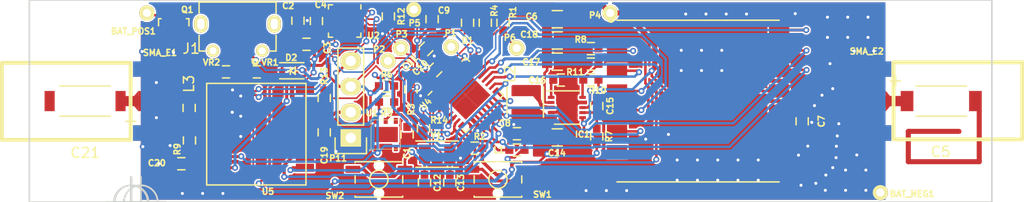
<source format=kicad_pcb>
(kicad_pcb (version 4) (host pcbnew "(2016-02-18 BZR 6566)-product")
  (layers (0 F.Cu signal) (31 B.Cu signal) (34 B.Paste user hide) (35 F.Paste user hide) (36 B.SilkS user hide) (37 F.SilkS user hide) (38 B.Mask user hide) (39 F.Mask user hide) (44 Edge.Cuts user hide))
  (net 0 "")
  (net 1 /GPS/GPS_FEEDER)
  (net 2 +3V3)
  (net 3 GND)
  (net 4 "Net-(C4-Pad1)")
  (net 5 "Net-(D1-Pad1)")
  (net 6 "Net-(D1-Pad2)")
  (net 7 "Net-(L1-Pad1)")
  (net 8 "Net-(P1-Pad1)")
  (net 9 "Net-(P2-Pad1)")
  (net 10 "Net-(P3-Pad1)")
  (net 11 /MCU/#RESET)
  (net 12 "Net-(C11-Pad1)")
  (net 13 "Net-(C12-Pad1)")
  (net 14 "Net-(C13-Pad2)")
  (net 15 /MCU/AIN_6)
  (net 16 /MCU/MPU_SDA)
  (net 17 /MCU/MPU_SCL)
  (net 18 "Net-(C15-Pad2)")
  (net 19 "Net-(C20-Pad1)")
  (net 20 "Net-(R9-Pad2)")
  (net 21 /MCU/MPU_MISO)
  (net 22 /MCU/MPU_MOSI)
  (net 23 /MCU/MPU_SCK)
  (net 24 /MCU/MPU_SS)
  (net 25 /MCU/MPU_D14)
  (net 26 /MCU/MPU_INT9)
  (net 27 /MCU/MPU_IN14)
  (net 28 /MCU/MPU_INT5)
  (net 29 /9axis/INT_9AXIS)
  (net 30 /MCU/MPU_TX1)
  (net 31 /MCU/MPU_RX1)
  (net 32 "Net-(SW1-Pad1)")
  (net 33 "Net-(SW2-Pad1)")
  (net 34 "Net-(C16-Pad1)")
  (net 35 "Net-(IC1-Pad3)")
  (net 36 "Net-(IC1-Pad10)")
  (net 37 "/Battery and USB Connector/V_BAT")
  (net 38 "Net-(C14-Pad1)")
  (net 39 "Net-(D2-Pad2)")
  (net 40 "/Battery and USB Connector/D-")
  (net 41 "/Battery and USB Connector/D+")
  (net 42 "Net-(C5-Pad1)")
  (net 43 "/Battery and USB Connector/V_USB_Sense")
  (module _sensors:MAX-M8 (layer F.Cu) (at 117.4 87.7 180)
    (fp_text reference U5 (at -1.15 -1.25 180) (layer F.SilkS) (effects (font (size 0.6 0.6))))
    (fp_text value MAX-M8)
    (pad 1 smd rect (at -4.8 0 180) (size 1.8 0.7) (layers F.Cu F.Paste F.Mask) (net 3 GND))
    (pad 2 smd rect (at -4.8 1.1 180) (size 1.8 0.8) (layers F.Cu F.Paste F.Mask) (net 31 /MCU/MPU_RX1))
    (pad 3 smd rect (at -4.8 2.2 180) (size 1.8 0.8) (layers F.Cu F.Paste F.Mask) (net 30 /MCU/MPU_TX1))
    (pad 4 smd rect (at -4.8 3.3 180) (size 1.8 0.8) (layers F.Cu F.Paste F.Mask))
    (pad 5 smd rect (at -4.8 4.4 180) (size 1.8 0.8) (layers F.Cu F.Paste F.Mask))
    (pad 6 smd rect (at -4.8 5.5 180) (size 1.8 0.8) (layers F.Cu F.Paste F.Mask) (net 2 +3V3))
    (pad 7 smd rect (at -4.8 6.6 180) (size 1.8 0.8) (layers F.Cu F.Paste F.Mask) (net 2 +3V3))
    (pad 8 smd rect (at -4.8 7.7 180) (size 1.8 0.8) (layers F.Cu F.Paste F.Mask) (net 2 +3V3))
    (pad 9 smd rect (at -4.8 8.8 180) (size 1.8 0.8) (layers F.Cu F.Paste F.Mask) (net 2 +3V3))
    (pad 10 smd rect (at 4.8 8.8 180) (size 1.8 0.8) (layers F.Cu F.Paste F.Mask) (net 3 GND))
    (pad 11 smd rect (at 4.8 7.7 180) (size 1.8 0.8) (layers F.Cu F.Paste F.Mask) (net 1 /GPS/GPS_FEEDER))
    (pad 12 smd rect (at 4.8 6.6 180) (size 1.8 0.8) (layers F.Cu F.Paste F.Mask) (net 3 GND))
    (pad 13 smd rect (at 4.8 5.5 180) (size 1.8 0.8) (layers F.Cu F.Paste F.Mask))
    (pad 14 smd rect (at 4.8 4.4 180) (size 1.8 0.8) (layers F.Cu F.Paste F.Mask) (net 20 "Net-(R9-Pad2)"))
    (pad 15 smd rect (at 4.8 3.3 180) (size 1.8 0.8) (layers F.Cu F.Paste F.Mask))
    (pad 16 smd rect (at 4.8 2.2 180) (size 1.8 0.8) (layers F.Cu F.Paste F.Mask) (net 16 /MCU/MPU_SDA))
    (pad 17 smd rect (at 4.8 1.1 180) (size 1.8 0.8) (layers F.Cu F.Paste F.Mask) (net 17 /MCU/MPU_SCL))
    (pad 18 smd rect (at 4.8 0 180) (size 1.8 0.7) (layers F.Cu F.Paste F.Mask))
  )
  (module edgemount_sma:SMA_EDGE (layer F.Cu) (at 186.644 78.73508)
    (fp_text reference SMA_E2 (at -8.994 -3.65508) (layer F.SilkS) (effects (font (size 0.6 0.6))))
    (fp_text value SMA_EDGE hide)
    (pad 0 connect rect (at -8.8773 -1.89484) (size 4.572 1.524) (layers *.Cu F.Mask) (net 3 GND))
    (pad 1 connect trapezoid (at -6.858 1.27) (size 0.50038 1.39954) (rect_delta 0.59944 0) (layers F.Cu F.Mask) (net 42 "Net-(C5-Pad1)"))
    (pad 2 connect rect (at -8.8773 4.42976) (size 4.572 1.524) (layers *.Cu F.Mask) (net 3 GND))
    (pad 1 connect rect (at -9.144 1.27) (size 4.07162 1.99898) (layers F.Cu F.Mask) (net 42 "Net-(C5-Pad1)"))
    (pad 3 connect rect (at -8.8773 -1.89484) (size 4.572 1.524) (layers B.Cu B.Mask) (net 3 GND))
    (pad 4 connect rect (at -8.8773 4.42976) (size 4.572 1.524) (layers B.Cu B.Mask) (net 3 GND))
  )
  (module Housings_DFN_QFN:QFN-32-1EP_5x5mm_Pitch0.5mm (layer F.Cu) (at 138.07 79.409759 45)
    (fp_text reference U4 (at -3.408425 -2.163576 45) (layer F.SilkS) (effects (font (size 0.6 0.6))))
    (fp_text value SAMD21E17A)
    (pad 1 smd rect (at -2.4 -1.75 45) (size 0.7 0.25) (layers F.Cu F.Paste F.Mask) (net 13 "Net-(C12-Pad1)"))
    (pad 2 smd rect (at -2.4 -1.25 45) (size 0.7 0.25) (layers F.Cu F.Paste F.Mask) (net 14 "Net-(C13-Pad2)"))
    (pad 3 smd rect (at -2.4 -0.75 45) (size 0.7 0.25) (layers F.Cu F.Paste F.Mask) (net 43 "/Battery and USB Connector/V_USB_Sense"))
    (pad 4 smd rect (at -2.4 -0.25 45) (size 0.7 0.25) (layers F.Cu F.Paste F.Mask))
    (pad 5 smd rect (at -2.4 0.25 45) (size 0.7 0.25) (layers F.Cu F.Paste F.Mask) (net 29 /9axis/INT_9AXIS))
    (pad 6 smd rect (at -2.4 0.75 45) (size 0.7 0.25) (layers F.Cu F.Paste F.Mask) (net 28 /MCU/MPU_INT5))
    (pad 7 smd rect (at -2.4 1.25 45) (size 0.7 0.25) (layers F.Cu F.Paste F.Mask) (net 15 /MCU/AIN_6))
    (pad 8 smd rect (at -2.4 1.75 45) (size 0.7 0.25) (layers F.Cu F.Paste F.Mask) (net 32 "Net-(SW1-Pad1)"))
    (pad 9 smd rect (at -1.75 2.4 135) (size 0.7 0.25) (layers F.Cu F.Paste F.Mask) (net 7 "Net-(L1-Pad1)"))
    (pad 10 smd rect (at -1.25 2.4 135) (size 0.7 0.25) (layers F.Cu F.Paste F.Mask) (net 3 GND))
    (pad 11 smd rect (at -0.75 2.4 135) (size 0.7 0.25) (layers F.Cu F.Paste F.Mask) (net 33 "Net-(SW2-Pad1)"))
    (pad 12 smd rect (at -0.25 2.4 135) (size 0.7 0.25) (layers F.Cu F.Paste F.Mask) (net 26 /MCU/MPU_INT9))
    (pad 13 smd rect (at 0.25 2.4 135) (size 0.7 0.25) (layers F.Cu F.Paste F.Mask) (net 30 /MCU/MPU_TX1))
    (pad 14 smd rect (at 0.75 2.4 135) (size 0.7 0.25) (layers F.Cu F.Paste F.Mask) (net 31 /MCU/MPU_RX1))
    (pad 15 smd rect (at 1.25 2.4 135) (size 0.7 0.25) (layers F.Cu F.Paste F.Mask) (net 25 /MCU/MPU_D14))
    (pad 16 smd rect (at 1.75 2.4 135) (size 0.7 0.25) (layers F.Cu F.Paste F.Mask) (net 27 /MCU/MPU_IN14))
    (pad 17 smd rect (at 2.4 1.75 45) (size 0.7 0.25) (layers F.Cu F.Paste F.Mask) (net 16 /MCU/MPU_SDA))
    (pad 18 smd rect (at 2.4 1.25 45) (size 0.7 0.25) (layers F.Cu F.Paste F.Mask) (net 17 /MCU/MPU_SCL))
    (pad 19 smd rect (at 2.4 0.75 45) (size 0.7 0.25) (layers F.Cu F.Paste F.Mask) (net 22 /MCU/MPU_MOSI))
    (pad 20 smd rect (at 2.4 0.25 45) (size 0.7 0.25) (layers F.Cu F.Paste F.Mask) (net 23 /MCU/MPU_SCK))
    (pad 21 smd rect (at 2.4 -0.25 45) (size 0.7 0.25) (layers F.Cu F.Paste F.Mask) (net 21 /MCU/MPU_MISO))
    (pad 22 smd rect (at 2.4 -0.75 45) (size 0.7 0.25) (layers F.Cu F.Paste F.Mask) (net 24 /MCU/MPU_SS))
    (pad 23 smd rect (at 2.4 -1.25 45) (size 0.7 0.25) (layers F.Cu F.Paste F.Mask) (net 40 "/Battery and USB Connector/D-"))
    (pad 24 smd rect (at 2.4 -1.75 45) (size 0.7 0.25) (layers F.Cu F.Paste F.Mask) (net 41 "/Battery and USB Connector/D+"))
    (pad 25 smd rect (at 1.75 -2.4 135) (size 0.7 0.25) (layers F.Cu F.Paste F.Mask) (net 8 "Net-(P1-Pad1)"))
    (pad 26 smd rect (at 1.25 -2.4 135) (size 0.7 0.25) (layers F.Cu F.Paste F.Mask) (net 11 /MCU/#RESET))
    (pad 27 smd rect (at 0.75 -2.4 135) (size 0.7 0.25) (layers F.Cu F.Paste F.Mask) (net 5 "Net-(D1-Pad1)"))
    (pad 28 smd rect (at 0.25 -2.4 135) (size 0.7 0.25) (layers F.Cu F.Paste F.Mask) (net 3 GND))
    (pad 29 smd rect (at -0.25 -2.4 135) (size 0.7 0.25) (layers F.Cu F.Paste F.Mask) (net 12 "Net-(C11-Pad1)"))
    (pad 30 smd rect (at -0.75 -2.4 135) (size 0.7 0.25) (layers F.Cu F.Paste F.Mask) (net 2 +3V3))
    (pad 31 smd rect (at -1.25 -2.4 135) (size 0.7 0.25) (layers F.Cu F.Paste F.Mask) (net 10 "Net-(P3-Pad1)"))
    (pad 32 smd rect (at -1.75 -2.4 135) (size 0.7 0.25) (layers F.Cu F.Paste F.Mask) (net 9 "Net-(P2-Pad1)"))
    (pad 33 smd rect (at 0.8625 0.8625 45) (size 1.725 1.725) (layers F.Cu F.Paste F.Mask))
    (pad 33 smd rect (at 0.8625 -0.8625 45) (size 1.725 1.725) (layers F.Cu F.Paste F.Mask))
    (pad 33 smd rect (at -0.8625 0.8625 45) (size 1.725 1.725) (layers F.Cu F.Paste F.Mask))
    (pad 33 smd rect (at -0.8625 -0.8625 45) (size 1.725 1.725) (layers F.Cu F.Paste F.Mask))
  )
  (module Capacitors_SMD:C_0603 (layer F.Cu) (at 132.28 83.31 270)
    (fp_text reference C1 (at 1.83 0.01 270) (layer F.SilkS) (effects (font (size 0.6 0.6))))
    (fp_text value 100nF)
    (pad 1 smd rect (at -0.75 0 270) (size 0.8 0.75) (layers F.Cu F.Paste F.Mask) (net 2 +3V3))
    (pad 2 smd rect (at 0.75 0 270) (size 0.8 0.75) (layers F.Cu F.Paste F.Mask) (net 3 GND))
  )
  (module Capacitors_SMD:C_0603 (layer F.Cu) (at 121.51 72.05 270)
    (fp_text reference C2 (at -1.47 0.96 360) (layer F.SilkS) (effects (font (size 0.6 0.6))))
    (fp_text value 100nF)
    (pad 1 smd rect (at -0.75 0 270) (size 0.8 0.75) (layers F.Cu F.Paste F.Mask) (net 2 +3V3))
    (pad 2 smd rect (at 0.75 0 270) (size 0.8 0.75) (layers F.Cu F.Paste F.Mask) (net 3 GND))
  )
  (module Capacitors_SMD:C_0603 (layer F.Cu) (at 122.35 74.38 180)
    (fp_text reference C3 (at -2.05 -0.37 270) (layer F.SilkS) (effects (font (size 0.6 0.6))))
    (fp_text value 10nF)
    (pad 1 smd rect (at -0.75 0 180) (size 0.8 0.75) (layers F.Cu F.Paste F.Mask) (net 2 +3V3))
    (pad 2 smd rect (at 0.75 0 180) (size 0.8 0.75) (layers F.Cu F.Paste F.Mask) (net 3 GND))
  )
  (module Capacitors_SMD:C_0603 (layer F.Cu) (at 123.33 72.08 90)
    (fp_text reference C4 (at 1.61 0.43 180) (layer F.SilkS) (effects (font (size 0.6 0.6))))
    (fp_text value 100nF)
    (pad 1 smd rect (at -0.75 0 90) (size 0.8 0.75) (layers F.Cu F.Paste F.Mask) (net 4 "Net-(C4-Pad1)"))
    (pad 2 smd rect (at 0.75 0 90) (size 0.8 0.75) (layers F.Cu F.Paste F.Mask) (net 3 GND))
  )
  (module Capacitors_SMD:C_0603 (layer F.Cu) (at 138.25 72.25 90)
    (fp_text reference D1 (at -1.75 0 180) (layer F.SilkS) (effects (font (size 0.6 0.6))))
    (fp_text value LED)
    (pad 1 smd rect (at -0.75 0 90) (size 0.8 0.75) (layers F.Cu F.Paste F.Mask) (net 5 "Net-(D1-Pad1)"))
    (pad 2 smd rect (at 0.75 0 90) (size 0.8 0.75) (layers F.Cu F.Paste F.Mask) (net 6 "Net-(D1-Pad2)"))
  )
  (module Measurement_Points:Measurement_Point_Round-TH_Small (layer F.Cu) (at 136.635002 74.639998)
    (fp_text reference P1 (at -0.055002 -1.359998) (layer F.SilkS) (effects (font (size 0.6 0.6))))
    (fp_text value BL_PAD)
    (pad 1 thru_hole circle (at 0 0) (size 1.50114 1.50114) (drill 0.8001) (layers *.Cu *.Mask F.SilkS) (net 8 "Net-(P1-Pad1)"))
  )
  (module Measurement_Points:Measurement_Point_Round-TH_Small (layer F.Cu) (at 130.4 76.03)
    (fp_text reference P2 (at -0.88 -1.15) (layer F.SilkS) (effects (font (size 0.6 0.6))))
    (fp_text value SWD_DAT)
    (pad 1 thru_hole circle (at 0 0) (size 1.50114 1.50114) (drill 0.8001) (layers *.Cu *.Mask F.SilkS) (net 9 "Net-(P2-Pad1)"))
  )
  (module Measurement_Points:Measurement_Point_Round-TH_Small (layer F.Cu) (at 131.67 74.76)
    (fp_text reference P3 (at 0.07 -1.39) (layer F.SilkS) (effects (font (size 0.6 0.6))))
    (fp_text value SWD_CLK)
    (pad 1 thru_hole circle (at 0 0) (size 1.50114 1.50114) (drill 0.8001) (layers *.Cu *.Mask F.SilkS) (net 10 "Net-(P3-Pad1)"))
  )
  (module Measurement_Points:Measurement_Point_Round-TH_Small (layer F.Cu) (at 152.32 71.28)
    (fp_text reference P4 (at -1.49 0.23) (layer F.SilkS) (effects (font (size 0.6 0.6))))
    (fp_text value SWD_3V3)
    (pad 1 thru_hole circle (at 0 0) (size 1.50114 1.50114) (drill 0.8001) (layers *.Cu *.Mask F.SilkS) (net 2 +3V3))
  )
  (module Measurement_Points:Measurement_Point_Round-TH_Small (layer F.Cu) (at 132.94 70.95)
    (fp_text reference P5 (at 0.08 1.33) (layer F.SilkS) (effects (font (size 0.6 0.6))))
    (fp_text value SWD_GND)
    (pad 1 thru_hole circle (at 0 0) (size 1.50114 1.50114) (drill 0.8001) (layers *.Cu *.Mask F.SilkS) (net 3 GND))
  )
  (module Measurement_Points:Measurement_Point_Round-TH_Small (layer F.Cu) (at 143.1 74.76)
    (fp_text reference P6 (at -0.68 -1.04) (layer F.SilkS) (effects (font (size 0.6 0.6))))
    (fp_text value SWD_RST)
    (pad 1 thru_hole circle (at 0 0) (size 1.50114 1.50114) (drill 0.8001) (layers *.Cu *.Mask F.SilkS) (net 11 /MCU/#RESET))
  )
  (module Capacitors_SMD:C_0603 (layer F.Cu) (at 141.75 72.25 270)
    (fp_text reference R1 (at -1.03 -0.98 270) (layer F.SilkS) (effects (font (size 0.6 0.6))))
    (fp_text value 10k)
    (pad 1 smd rect (at -0.75 0 270) (size 0.8 0.75) (layers F.Cu F.Paste F.Mask) (net 2 +3V3))
    (pad 2 smd rect (at 0.75 0 270) (size 0.8 0.75) (layers F.Cu F.Paste F.Mask) (net 11 /MCU/#RESET))
  )
  (module Capacitors_SMD:C_0603 (layer F.Cu) (at 138.95 84.66 180)
    (fp_text reference R2 (at -0.5 1.15 180) (layer F.SilkS) (effects (font (size 0.6 0.6))))
    (fp_text value 10k)
    (pad 1 smd rect (at -0.75 0 180) (size 0.8 0.75) (layers F.Cu F.Paste F.Mask) (net 37 "/Battery and USB Connector/V_BAT"))
    (pad 2 smd rect (at 0.75 0 180) (size 0.8 0.75) (layers F.Cu F.Paste F.Mask) (net 15 /MCU/AIN_6))
  )
  (module Capacitors_SMD:C_0603 (layer F.Cu) (at 132.66 78.84 270)
    (fp_text reference R3 (at 1.99 -0.03 270) (layer F.SilkS) (effects (font (size 0.6 0.6))))
    (fp_text value 2k)
    (pad 1 smd rect (at -0.75 0 270) (size 0.8 0.75) (layers F.Cu F.Paste F.Mask) (net 15 /MCU/AIN_6))
    (pad 2 smd rect (at 0.75 0 270) (size 0.8 0.75) (layers F.Cu F.Paste F.Mask) (net 3 GND))
  )
  (module Capacitors_SMD:C_0603 (layer F.Cu) (at 140 72.25 90)
    (fp_text reference R4 (at 1.19 0.89 90) (layer F.SilkS) (effects (font (size 0.6 0.6))))
    (fp_text value 1k)
    (pad 1 smd rect (at -0.75 0 90) (size 0.8 0.75) (layers F.Cu F.Paste F.Mask) (net 2 +3V3))
    (pad 2 smd rect (at 0.75 0 90) (size 0.8 0.75) (layers F.Cu F.Paste F.Mask) (net 6 "Net-(D1-Pad2)"))
  )
  (module Capacitors_SMD:C_0603 (layer F.Cu) (at 130.26 80.1 180)
    (fp_text reference R5 (at 0.01 -1.09 180) (layer F.SilkS) (effects (font (size 0.6 0.6))))
    (fp_text value 1k)
    (pad 1 smd rect (at -0.75 0 180) (size 0.8 0.75) (layers F.Cu F.Paste F.Mask) (net 2 +3V3))
    (pad 2 smd rect (at 0.75 0 180) (size 0.8 0.75) (layers F.Cu F.Paste F.Mask) (net 16 /MCU/MPU_SDA))
  )
  (module Capacitors_SMD:C_0603 (layer F.Cu) (at 130.25 78.5 180)
    (fp_text reference R6 (at -0.01 1.14 180) (layer F.SilkS) (effects (font (size 0.6 0.6))))
    (fp_text value 1k)
    (pad 1 smd rect (at -0.75 0 180) (size 0.8 0.75) (layers F.Cu F.Paste F.Mask) (net 2 +3V3))
    (pad 2 smd rect (at 0.75 0 180) (size 0.8 0.75) (layers F.Cu F.Paste F.Mask) (net 17 /MCU/MPU_SCL))
  )
  (module Capacitors_SMD:C_0603 (layer F.Cu) (at 151 83.5 90)
    (fp_text reference R7 (at 0.02 1.2 90) (layer F.SilkS) (effects (font (size 0.6 0.6))))
    (fp_text value 2M)
    (pad 1 smd rect (at -0.75 0 90) (size 0.8 0.75) (layers F.Cu F.Paste F.Mask) (net 38 "Net-(C14-Pad1)"))
    (pad 2 smd rect (at 0.75 0 90) (size 0.8 0.75) (layers F.Cu F.Paste F.Mask) (net 18 "Net-(C15-Pad2)"))
  )
  (module Capacitors_SMD:C_0603 (layer F.Cu) (at 150.42 74.81 180)
    (fp_text reference R8 (at 1.01 0.9 180) (layer F.SilkS) (effects (font (size 0.6 0.6))))
    (fp_text value 220K)
    (pad 1 smd rect (at -0.75 0 180) (size 0.8 0.75) (layers F.Cu F.Paste F.Mask) (net 18 "Net-(C15-Pad2)"))
    (pad 2 smd rect (at 0.75 0 180) (size 0.8 0.75) (layers F.Cu F.Paste F.Mask) (net 3 GND))
  )
  (module Capacitors_SMD:C_0603 (layer F.Cu) (at 110.8 83.9 270)
    (fp_text reference R9 (at 0.86 1.2 270) (layer F.SilkS) (effects (font (size 0.6 0.6))))
    (fp_text value 10R)
    (pad 1 smd rect (at -0.75 0 270) (size 0.8 0.75) (layers F.Cu F.Paste F.Mask) (net 19 "Net-(C20-Pad1)"))
    (pad 2 smd rect (at 0.75 0 270) (size 0.8 0.75) (layers F.Cu F.Paste F.Mask) (net 20 "Net-(R9-Pad2)"))
  )
  (module Capacitors_SMD:C_0603 (layer F.Cu) (at 117.45 77.11)
    (fp_text reference VR1 (at 1.3 -0.94 180) (layer F.SilkS) (effects (font (size 0.6 0.6))))
    (fp_text value CG0603MLC-05E)
    (pad 1 smd rect (at -0.75 0) (size 0.8 0.75) (layers F.Cu F.Paste F.Mask) (net 40 "/Battery and USB Connector/D-"))
    (pad 2 smd rect (at 0.75 0) (size 0.8 0.75) (layers F.Cu F.Paste F.Mask) (net 3 GND))
  )
  (module Capacitors_SMD:C_0603 (layer F.Cu) (at 114.41 77.11 180)
    (fp_text reference VR2 (at 1.43 0.94 360) (layer F.SilkS) (effects (font (size 0.6 0.6))))
    (fp_text value CG0603MLC-05E)
    (pad 1 smd rect (at -0.75 0 180) (size 0.8 0.75) (layers F.Cu F.Paste F.Mask) (net 41 "/Battery and USB Connector/D+"))
    (pad 2 smd rect (at 0.75 0 180) (size 0.8 0.75) (layers F.Cu F.Paste F.Mask) (net 3 GND))
  )
  (module ABS07_abracon:ABS07 (layer F.Cu) (at 135.25 85.25 180)
    (fp_text reference Y1 (at 0.09 1.87 180) (layer F.SilkS) (effects (font (size 0.6 0.6))))
    (fp_text value 32.768kHz)
    (pad 2 smd rect (at 1.25 0 180) (size 1.1 1.9) (layers F.Cu F.Paste F.Mask) (net 13 "Net-(C12-Pad1)"))
    (pad 1 smd rect (at -1.25 0 180) (size 1.1 1.9) (layers F.Cu F.Paste F.Mask) (net 14 "Net-(C13-Pad2)"))
  )
  (module Capacitors_SMD:C_0603 (layer F.Cu) (at 143.12 83.23 180)
    (fp_text reference C8 (at 1.2 1.04 180) (layer F.SilkS) (effects (font (size 0.6 0.6))))
    (fp_text value 100n)
    (pad 1 smd rect (at -0.75 0 180) (size 0.8 0.75) (layers F.Cu F.Paste F.Mask) (net 2 +3V3))
    (pad 2 smd rect (at 0.75 0 180) (size 0.8 0.75) (layers F.Cu F.Paste F.Mask) (net 3 GND))
  )
  (module Capacitors_SMD:C_0603 (layer F.Cu) (at 134.75 71.9 90)
    (fp_text reference C9 (at 0.87 1.17 180) (layer F.SilkS) (effects (font (size 0.6 0.6))))
    (fp_text value 1u)
    (pad 1 smd rect (at -0.75 0 90) (size 0.8 0.75) (layers F.Cu F.Paste F.Mask) (net 2 +3V3))
    (pad 2 smd rect (at 0.75 0 90) (size 0.8 0.75) (layers F.Cu F.Paste F.Mask) (net 3 GND))
  )
  (module Capacitors_SMD:C_0603 (layer F.Cu) (at 135.03033 76.91967 45)
    (fp_text reference C10 (at -0.863137 -1.159655 45) (layer F.SilkS) (effects (font (size 0.6 0.6))))
    (fp_text value 100n)
    (pad 1 smd rect (at -0.75 0 45) (size 0.8 0.75) (layers F.Cu F.Paste F.Mask) (net 2 +3V3))
    (pad 2 smd rect (at 0.75 0 45) (size 0.8 0.75) (layers F.Cu F.Paste F.Mask) (net 3 GND))
  )
  (module Capacitors_SMD:C_0603 (layer F.Cu) (at 134.15 74.84 45)
    (fp_text reference C11 (at -2.057681 -0.162635 225) (layer F.SilkS) (effects (font (size 0.6 0.6))))
    (fp_text value 1u)
    (pad 1 smd rect (at -0.75 0 45) (size 0.8 0.75) (layers F.Cu F.Paste F.Mask) (net 12 "Net-(C11-Pad1)"))
    (pad 2 smd rect (at 0.75 0 45) (size 0.8 0.75) (layers F.Cu F.Paste F.Mask) (net 3 GND))
  )
  (module Capacitors_SMD:C_0603 (layer F.Cu) (at 134 88.04 270)
    (fp_text reference C12 (at 0.05 -1.27 450) (layer F.SilkS) (effects (font (size 0.6 0.6))))
    (fp_text value 22p)
    (pad 1 smd rect (at -0.75 0 270) (size 0.8 0.75) (layers F.Cu F.Paste F.Mask) (net 13 "Net-(C12-Pad1)"))
    (pad 2 smd rect (at 0.75 0 270) (size 0.8 0.75) (layers F.Cu F.Paste F.Mask) (net 3 GND))
  )
  (module Capacitors_SMD:C_0603 (layer F.Cu) (at 136.5 88.05 90)
    (fp_text reference C13 (at -0.04 1.08 270) (layer F.SilkS) (effects (font (size 0.6 0.6))))
    (fp_text value 22p)
    (pad 1 smd rect (at -0.75 0 90) (size 0.8 0.75) (layers F.Cu F.Paste F.Mask) (net 3 GND))
    (pad 2 smd rect (at 0.75 0 90) (size 0.8 0.75) (layers F.Cu F.Paste F.Mask) (net 14 "Net-(C13-Pad2)"))
  )
  (module timhawes:SHT21 (layer F.Cu) (at 130.17 83.31)
    (fp_text reference U1 (at -1.37 -2.13) (layer F.SilkS) (effects (font (size 0.6 0.6))))
    (fp_text value SHT21 hide)
    (pad "" smd rect (at 0 0) (size 2.4 1.5) (layers F.Cu F.Paste F.Mask))
    (pad 1 smd rect (at -1 1.35) (size 0.4 0.6) (layers F.Cu F.Paste F.Mask) (net 16 /MCU/MPU_SDA))
    (pad 2 smd rect (at 0 1.35) (size 0.4 0.6) (layers F.Cu F.Paste F.Mask) (net 3 GND))
    (pad 3 smd rect (at 1 1.35) (size 0.4 0.6) (layers F.Cu F.Paste F.Mask))
    (pad 4 smd rect (at 1 -1.35) (size 0.4 0.6) (layers F.Cu F.Paste F.Mask))
    (pad 5 smd rect (at 0 -1.35) (size 0.4 0.6) (layers F.Cu F.Paste F.Mask) (net 2 +3V3))
    (pad 6 smd rect (at -1 -1.35) (size 0.4 0.6) (layers F.Cu F.Paste F.Mask) (net 17 /MCU/MPU_SCL))
  )
  (module RFM95W:RFM9xW (layer F.Cu) (at 161 80)
    (fp_text reference U3 hide)
    (fp_text value RFM9xW)
    (pad 1 smd rect (at -8 -7) (size 2 1.3) (layers F.Cu F.Paste F.Mask) (net 3 GND))
    (pad 2 smd rect (at -8 -5) (size 2 1.3) (layers F.Cu F.Paste F.Mask) (net 21 /MCU/MPU_MISO))
    (pad 3 smd rect (at -8 -3) (size 2 1.3) (layers F.Cu F.Paste F.Mask) (net 22 /MCU/MPU_MOSI))
    (pad 4 smd rect (at -8 -1) (size 2 1.3) (layers F.Cu F.Paste F.Mask) (net 23 /MCU/MPU_SCK))
    (pad 5 smd rect (at -8 1) (size 2 1.3) (layers F.Cu F.Paste F.Mask) (net 24 /MCU/MPU_SS))
    (pad 6 smd rect (at -8 3) (size 2 1.3) (layers F.Cu F.Paste F.Mask) (net 25 /MCU/MPU_D14))
    (pad 7 smd rect (at -8 5) (size 2 1.3) (layers F.Cu F.Paste F.Mask))
    (pad 8 smd rect (at -8 7) (size 2 1.3) (layers F.Cu F.Paste F.Mask) (net 3 GND))
    (pad 9 smd rect (at 8 7) (size 2 1.3) (layers F.Cu F.Paste F.Mask) (net 42 "Net-(C5-Pad1)"))
    (pad 10 smd rect (at 8 5) (size 2 1.3) (layers F.Cu F.Paste F.Mask) (net 3 GND))
    (pad 11 smd rect (at 8 3) (size 2 1.3) (layers F.Cu F.Paste F.Mask))
    (pad 12 smd rect (at 8 1) (size 2 1.3) (layers F.Cu F.Paste F.Mask))
    (pad 13 smd rect (at 8 -1) (size 2 1.3) (layers F.Cu F.Paste F.Mask) (net 2 +3V3))
    (pad 14 smd rect (at 8 -3) (size 2 1.3) (layers F.Cu F.Paste F.Mask) (net 26 /MCU/MPU_INT9))
    (pad 15 smd rect (at 8 -5) (size 2 1.3) (layers F.Cu F.Paste F.Mask) (net 27 /MCU/MPU_IN14))
    (pad 16 smd rect (at 8 -7) (size 2 1.3) (layers F.Cu F.Paste F.Mask) (net 28 /MCU/MPU_INT5))
  )
  (module Capacitors_SMD:C_0805 (layer F.Cu) (at 147.1 71.9)
    (fp_text reference C6 (at -2.53 -0.27) (layer F.SilkS) (effects (font (size 0.6 0.6))))
    (fp_text value 10uF)
    (pad 1 smd rect (at -1 0) (size 1 1.25) (layers F.Cu F.Paste F.Mask) (net 2 +3V3))
    (pad 2 smd rect (at 1 0) (size 1 1.25) (layers F.Cu F.Paste F.Mask) (net 3 GND))
  )
  (module Capacitors_SMD:C_0603 (layer F.Cu) (at 171.275 82 270)
    (fp_text reference C7 (at 0 -1.9 270) (layer F.SilkS) (effects (font (size 0.6 0.6))))
    (fp_text value 100nF)
    (pad 1 smd rect (at -0.75 0 270) (size 0.8 0.75) (layers F.Cu F.Paste F.Mask) (net 2 +3V3))
    (pad 2 smd rect (at 0.75 0 270) (size 0.8 0.75) (layers F.Cu F.Paste F.Mask) (net 3 GND))
  )
  (module Capacitors_SMD:C_0805 (layer F.Cu) (at 147.1 83.6)
    (fp_text reference C14 (at -0.034 1.537) (layer F.SilkS) (effects (font (size 0.6 0.6))))
    (fp_text value 10uF)
    (pad 1 smd rect (at -1 0) (size 1 1.25) (layers F.Cu F.Paste F.Mask) (net 38 "Net-(C14-Pad1)"))
    (pad 2 smd rect (at 1 0) (size 1 1.25) (layers F.Cu F.Paste F.Mask) (net 3 GND))
  )
  (module Capacitors_SMD:C_0603 (layer F.Cu) (at 151 80.49 270)
    (fp_text reference C15 (at -0.005 -1.321 270) (layer F.SilkS) (effects (font (size 0.6 0.6))))
    (fp_text value 100nF)
    (pad 1 smd rect (at -0.75 0 270) (size 0.8 0.75) (layers F.Cu F.Paste F.Mask) (net 38 "Net-(C14-Pad1)"))
    (pad 2 smd rect (at 0.75 0 270) (size 0.8 0.75) (layers F.Cu F.Paste F.Mask) (net 18 "Net-(C15-Pad2)"))
  )
  (module Capacitors_SMD:C_0603 (layer F.Cu) (at 147.46 77.92)
    (fp_text reference C16 (at -2.33 0.02) (layer F.SilkS) (effects (font (size 0.6 0.6))))
    (fp_text value 100nF)
    (pad 1 smd rect (at -0.75 0) (size 0.8 0.75) (layers F.Cu F.Paste F.Mask) (net 34 "Net-(C16-Pad1)"))
    (pad 2 smd rect (at 0.75 0) (size 0.8 0.75) (layers F.Cu F.Paste F.Mask) (net 3 GND))
  )
  (module Capacitors_SMD:C_0805 (layer F.Cu) (at 147.1 76.1)
    (fp_text reference C17 (at -2.57 0.04) (layer F.SilkS) (effects (font (size 0.6 0.6))))
    (fp_text value 10uF)
    (pad 1 smd rect (at -1 0) (size 1 1.25) (layers F.Cu F.Paste F.Mask) (net 2 +3V3))
    (pad 2 smd rect (at 1 0) (size 1 1.25) (layers F.Cu F.Paste F.Mask) (net 3 GND))
  )
  (module Capacitors_SMD:C_0805 (layer F.Cu) (at 147.1 74)
    (fp_text reference C18 (at -2.77 -0.59) (layer F.SilkS) (effects (font (size 0.6 0.6))))
    (fp_text value 10uF)
    (pad 1 smd rect (at -1 0) (size 1 1.25) (layers F.Cu F.Paste F.Mask) (net 2 +3V3))
    (pad 2 smd rect (at 1 0) (size 1 1.25) (layers F.Cu F.Paste F.Mask) (net 3 GND))
  )
  (module Capacitors_SMD:C_0603 (layer F.Cu) (at 124.1 83.1 270)
    (fp_text reference C19 (at 2.27 -0.01 270) (layer F.SilkS) (effects (font (size 0.6 0.6))))
    (fp_text value 100nF)
    (pad 1 smd rect (at -0.75 0 270) (size 0.8 0.75) (layers F.Cu F.Paste F.Mask) (net 2 +3V3))
    (pad 2 smd rect (at 0.75 0 270) (size 0.8 0.75) (layers F.Cu F.Paste F.Mask) (net 3 GND))
  )
  (module Capacitors_SMD:C_0603 (layer F.Cu) (at 110 86.2 180)
    (fp_text reference C20 (at 2.42 0.07 180) (layer F.SilkS) (effects (font (size 0.6 0.6))))
    (fp_text value 33nF)
    (pad 1 smd rect (at -0.75 0 180) (size 0.8 0.75) (layers F.Cu F.Paste F.Mask) (net 19 "Net-(C20-Pad1)"))
    (pad 2 smd rect (at 0.75 0 180) (size 0.8 0.75) (layers F.Cu F.Paste F.Mask) (net 3 GND))
  )
  (module Capacitors_SMD:C_0603 (layer F.Cu) (at 143.12 84.85)
    (fp_text reference L1 (at -1.79 -0.01) (layer F.SilkS) (effects (font (size 0.6 0.6))))
    (fp_text value 100R)
    (pad 1 smd rect (at -0.75 0) (size 0.8 0.75) (layers F.Cu F.Paste F.Mask) (net 7 "Net-(L1-Pad1)"))
    (pad 2 smd rect (at 0.75 0) (size 0.8 0.75) (layers F.Cu F.Paste F.Mask) (net 2 +3V3))
  )
  (module Pin_Headers:Pin_Header_Straight_1x04 (layer F.Cu) (at 126.722 83.646 180)
    (fp_text reference P11 (at 1.252 -2.014 180) (layer F.SilkS) (effects (font (size 0.6 0.6))))
    (fp_text value CONN_01X04)
    (pad 1 thru_hole rect (at 0 0 180) (size 2.032 1.7272) (drill 1.016) (layers *.Cu *.Mask F.SilkS) (net 3 GND))
    (pad 2 thru_hole oval (at 0 2.54 180) (size 2.032 1.7272) (drill 1.016) (layers *.Cu *.Mask F.SilkS) (net 2 +3V3))
    (pad 3 thru_hole oval (at 0 5.08 180) (size 2.032 1.7272) (drill 1.016) (layers *.Cu *.Mask F.SilkS) (net 17 /MCU/MPU_SCL))
    (pad 4 thru_hole oval (at 0 7.62 180) (size 2.032 1.7272) (drill 1.016) (layers *.Cu *.Mask F.SilkS) (net 16 /MCU/MPU_SDA))
  )
  (module "TPS61200:VSON-10-1(4)EP_3x3mm_Pitch0.5mm" (layer F.Cu) (at 148.05 80.64)
    (fp_text reference IC1 (at 1.54 2.65) (layer F.SilkS) (effects (font (size 0.6 0.6))))
    (fp_text value TPS61201)
    (pad 1 smd rect (at -1.55 -1) (size 0.65 0.3) (layers F.Cu F.Paste F.Mask) (net 34 "Net-(C16-Pad1)"))
    (pad 2 smd rect (at -1.55 -0.5) (size 0.65 0.3) (layers F.Cu F.Paste F.Mask) (net 2 +3V3))
    (pad 3 smd rect (at -1.55 0) (size 0.65 0.3) (layers F.Cu F.Paste F.Mask) (net 35 "Net-(IC1-Pad3)"))
    (pad 4 smd rect (at -1.55 0.5) (size 0.65 0.3) (layers F.Cu F.Paste F.Mask) (net 3 GND))
    (pad 5 smd rect (at -1.55 1) (size 0.65 0.3) (layers F.Cu F.Paste F.Mask) (net 38 "Net-(C14-Pad1)"))
    (pad 6 smd rect (at 1.55 1) (size 0.65 0.3) (layers F.Cu F.Paste F.Mask) (net 38 "Net-(C14-Pad1)"))
    (pad 7 smd rect (at 1.55 0.5) (size 0.65 0.3) (layers F.Cu F.Paste F.Mask) (net 18 "Net-(C15-Pad2)"))
    (pad 8 smd rect (at 1.55 0) (size 0.65 0.3) (layers F.Cu F.Paste F.Mask) (net 38 "Net-(C14-Pad1)"))
    (pad 9 smd rect (at 1.55 -0.5) (size 0.65 0.3) (layers F.Cu F.Paste F.Mask) (net 3 GND))
    (pad 10 smd rect (at 1.55 -1) (size 0.65 0.3) (layers F.Cu F.Paste F.Mask) (net 36 "Net-(IC1-Pad10)"))
    (pad 11 smd rect (at 0.4125 0.6) (size 0.825 1.2) (layers F.Cu F.Paste F.Mask) (net 3 GND))
    (pad 11 smd rect (at 0.4125 -0.6) (size 0.825 1.2) (layers F.Cu F.Paste F.Mask) (net 3 GND))
    (pad 11 smd rect (at -0.4125 0.6) (size 0.825 1.2) (layers F.Cu F.Paste F.Mask) (net 3 GND))
    (pad 11 smd rect (at -0.4125 -0.6) (size 0.825 1.2) (layers F.Cu F.Paste F.Mask) (net 3 GND))
    (pad 12 smd rect (at 0.25 -1.5 90) (size 0.7 0.28) (layers F.Cu F.Paste F.Mask) (net 3 GND))
    (pad 13 smd rect (at -0.25 -1.5 90) (size 0.7 0.28) (layers F.Cu F.Paste F.Mask) (net 3 GND))
    (pad 14 smd rect (at -0.254 1.5 90) (size 0.7 0.28) (layers F.Cu F.Paste F.Mask) (net 3 GND))
    (pad 15 smd rect (at 0.25 1.5 90) (size 0.7 0.28) (layers F.Cu F.Paste F.Mask) (net 3 GND))
  )
  (module Capacitors_SMD:C_0603 (layer F.Cu) (at 150.42 77.9 180)
    (fp_text reference R10 (at -0.66 -1.04 180) (layer F.SilkS) (effects (font (size 0.6 0.6))))
    (fp_text value DNF)
    (pad 1 smd rect (at -0.75 0 180) (size 0.8 0.75) (layers F.Cu F.Paste F.Mask) (net 2 +3V3))
    (pad 2 smd rect (at 0.75 0 180) (size 0.8 0.75) (layers F.Cu F.Paste F.Mask) (net 36 "Net-(IC1-Pad10)"))
  )
  (module Capacitors_SMD:C_0603 (layer F.Cu) (at 150.42 76.34 180)
    (fp_text reference R11 (at 1.54 -0.79 180) (layer F.SilkS) (effects (font (size 0.6 0.6))))
    (fp_text value DNF)
    (pad 1 smd rect (at -0.75 0 180) (size 0.8 0.75) (layers F.Cu F.Paste F.Mask) (net 36 "Net-(IC1-Pad10)"))
    (pad 2 smd rect (at 0.75 0 180) (size 0.8 0.75) (layers F.Cu F.Paste F.Mask) (net 3 GND))
  )
  (module Measurement_Points:Measurement_Point_Round-TH_Small (layer F.Cu) (at 178.99 89.06)
    (fp_text reference BAT_NEG1 (at 3.14 0.12) (layer F.SilkS) (effects (font (size 0.6 0.6))))
    (fp_text value CONN_01X01)
    (pad 1 thru_hole circle (at 0 0) (size 1.50114 1.50114) (drill 0.8001) (layers *.Cu *.Mask F.SilkS) (net 3 GND))
  )
  (module Measurement_Points:Measurement_Point_Round-TH_Small (layer F.Cu) (at 106.6 71.28)
    (fp_text reference BAT_POS1 (at -1.33 1.81) (layer F.SilkS) (effects (font (size 0.6 0.6))))
    (fp_text value CONN_01X01)
    (pad 1 thru_hole circle (at 0 0) (size 1.50114 1.50114) (drill 0.8001) (layers *.Cu *.Mask F.SilkS) (net 37 "/Battery and USB Connector/V_BAT"))
  )
  (module Inductors_NEOSID:Neosid_Inductor_SMS-ME3015 (layer F.Cu) (at 143.94 80.1 90)
    (fp_text reference L2 (at 2.76 -1.49 90) (layer F.SilkS))
    (fp_text value 2.2uH)
    (pad 1 smd rect (at -1.09982 0 90) (size 1.00076 2.70002) (layers F.Cu F.Paste F.Mask) (net 38 "Net-(C14-Pad1)"))
    (pad 2 smd rect (at 1.09982 0 90) (size 1.00076 2.70002) (layers F.Cu F.Paste F.Mask) (net 35 "Net-(IC1-Pad3)"))
  )
  (module Capacitors_SMD:C_0603 (layer F.Cu) (at 110.77 80.678 90)
    (fp_text reference L3 (at 2.388 -0.02 90) (layer F.SilkS))
    (fp_text value INDUCTOR_SMALL)
    (pad 1 smd rect (at -0.75 0 90) (size 0.8 0.75) (layers F.Cu F.Paste F.Mask) (net 19 "Net-(C20-Pad1)"))
    (pad 2 smd rect (at 0.75 0 90) (size 0.8 0.75) (layers F.Cu F.Paste F.Mask) (net 1 /GPS/GPS_FEEDER))
  )
  (module Capacitors_SMD:C_0603 (layer F.Cu) (at 130.43 71.62 90)
    (fp_text reference R12 (at 0 1.28 90) (layer F.SilkS) (effects (font (size 0.6 0.6))))
    (fp_text value 10k)
    (pad 1 smd rect (at -0.75 0 90) (size 0.8 0.75) (layers F.Cu F.Paste F.Mask) (net 10 "Net-(P3-Pad1)"))
    (pad 2 smd rect (at 0.75 0 90) (size 0.8 0.75) (layers F.Cu F.Paste F.Mask) (net 2 +3V3))
  )
  (module edgemount_sma:SMA_EDGE (layer F.Cu) (at 98.642 81.27 180)
    (fp_text reference SMA_E1 (at -9.248 6.05 180) (layer F.SilkS) (effects (font (size 0.6 0.6))))
    (fp_text value SMA_EDGE hide)
    (pad 0 connect rect (at -8.8773 -1.89484 180) (size 4.572 1.524) (layers *.Cu F.Mask) (net 3 GND))
    (pad 1 connect trapezoid (at -6.858 1.27 180) (size 0.50038 1.39954) (rect_delta 0.59944 0) (layers F.Cu F.Mask) (net 1 /GPS/GPS_FEEDER))
    (pad 2 connect rect (at -8.8773 4.42976 180) (size 4.572 1.524) (layers *.Cu F.Mask) (net 3 GND))
    (pad 1 connect rect (at -9.144 1.27 180) (size 4.07162 1.99898) (layers F.Cu F.Mask) (net 1 /GPS/GPS_FEEDER))
    (pad 3 connect rect (at -8.8773 -1.89484 180) (size 4.572 1.524) (layers B.Cu B.Mask) (net 3 GND))
    (pad 4 connect rect (at -8.8773 4.42976 180) (size 4.572 1.524) (layers B.Cu B.Mask) (net 3 GND))
  )
  (module Housings_DFN_QFN:QFN-24-1EP_3x3mm_Pitch0.4mm (layer F.Cu) (at 126.12 72.08 270)
    (fp_text reference U2 (at 1.44 -2.85 360) (layer F.SilkS) (effects (font (size 0.6 0.6))))
    (fp_text value MPU-9250)
    (pad 1 smd rect (at -1.5 -1 270) (size 0.55 0.2) (layers F.Cu F.Paste F.Mask) (net 2 +3V3))
    (pad 2 smd rect (at -1.5 -0.6 270) (size 0.55 0.2) (layers F.Cu F.Paste F.Mask))
    (pad 3 smd rect (at -1.5 -0.2 270) (size 0.55 0.2) (layers F.Cu F.Paste F.Mask))
    (pad 4 smd rect (at -1.5 0.2 270) (size 0.55 0.2) (layers F.Cu F.Paste F.Mask))
    (pad 5 smd rect (at -1.5 0.6 270) (size 0.55 0.2) (layers F.Cu F.Paste F.Mask))
    (pad 6 smd rect (at -1.5 1 270) (size 0.55 0.2) (layers F.Cu F.Paste F.Mask))
    (pad 7 smd rect (at -1 1.5) (size 0.55 0.2) (layers F.Cu F.Paste F.Mask))
    (pad 8 smd rect (at -0.6 1.5) (size 0.55 0.2) (layers F.Cu F.Paste F.Mask) (net 2 +3V3))
    (pad 9 smd rect (at -0.2 1.5) (size 0.55 0.2) (layers F.Cu F.Paste F.Mask) (net 3 GND))
    (pad 10 smd rect (at 0.2 1.5) (size 0.55 0.2) (layers F.Cu F.Paste F.Mask) (net 4 "Net-(C4-Pad1)"))
    (pad 11 smd rect (at 0.6 1.5) (size 0.55 0.2) (layers F.Cu F.Paste F.Mask) (net 3 GND))
    (pad 12 smd rect (at 1 1.5) (size 0.55 0.2) (layers F.Cu F.Paste F.Mask) (net 29 /9axis/INT_9AXIS))
    (pad 13 smd rect (at 1.5 1 270) (size 0.55 0.2) (layers F.Cu F.Paste F.Mask) (net 2 +3V3))
    (pad 14 smd rect (at 1.5 0.6 270) (size 0.55 0.2) (layers F.Cu F.Paste F.Mask))
    (pad 15 smd rect (at 1.5 0.2 270) (size 0.55 0.2) (layers F.Cu F.Paste F.Mask))
    (pad 16 smd rect (at 1.5 -0.2 270) (size 0.55 0.2) (layers F.Cu F.Paste F.Mask))
    (pad 17 smd rect (at 1.5 -0.6 270) (size 0.55 0.2) (layers F.Cu F.Paste F.Mask))
    (pad 18 smd rect (at 1.5 -1 270) (size 0.55 0.2) (layers F.Cu F.Paste F.Mask) (net 3 GND))
    (pad 19 smd rect (at 1 -1.5) (size 0.55 0.2) (layers F.Cu F.Paste F.Mask))
    (pad 20 smd rect (at 0.6 -1.5) (size 0.55 0.2) (layers F.Cu F.Paste F.Mask) (net 3 GND))
    (pad 21 smd rect (at 0.2 -1.5) (size 0.55 0.2) (layers F.Cu F.Paste F.Mask))
    (pad 22 smd rect (at -0.2 -1.5) (size 0.55 0.2) (layers F.Cu F.Paste F.Mask) (net 2 +3V3))
    (pad 23 smd rect (at -0.6 -1.5) (size 0.55 0.2) (layers F.Cu F.Paste F.Mask) (net 17 /MCU/MPU_SCL))
    (pad 24 smd rect (at -1 -1.5) (size 0.55 0.2) (layers F.Cu F.Paste F.Mask) (net 16 /MCU/MPU_SDA))
    (pad 25 smd rect (at 0.435 0.4 270) (size 0.875 0.8) (layers F.Cu F.Paste F.Mask))
    (pad 25 smd rect (at 0.435 -0.4 270) (size 0.875 0.8) (layers F.Cu F.Paste F.Mask))
    (pad 25 smd rect (at -0.435 0.4 270) (size 0.875 0.8) (layers F.Cu F.Paste F.Mask))
    (pad 25 smd rect (at -0.435 -0.4 270) (size 0.875 0.8) (layers F.Cu F.Paste F.Mask))
  )
  (module RocketScreamKicadLibrary:MICRO-USB (layer F.Cu) (at 115.55 73.5 180)
    (fp_text reference J1 (at 4.58 -1.31 180) (layer F.SilkS))
    (fp_text value MICRO-USB)
    (pad 1 smd rect (at -1.3 -1.45 180) (size 0.4 1.35) (layers F.Cu F.Paste F.Mask) (net 39 "Net-(D2-Pad2)"))
    (pad 2 smd rect (at -0.65 -1.45 180) (size 0.4 1.35) (layers F.Cu F.Paste F.Mask) (net 40 "/Battery and USB Connector/D-"))
    (pad 3 smd rect (at 0 -1.45 180) (size 0.4 1.35) (layers F.Cu F.Paste F.Mask) (net 41 "/Battery and USB Connector/D+"))
    (pad 4 smd rect (at 0.65 -1.45 180) (size 0.4 1.35) (layers F.Cu F.Paste F.Mask))
    (pad 5 smd rect (at 1.3 -1.45 180) (size 0.4 1.35) (layers F.Cu F.Paste F.Mask) (net 3 GND))
    (pad 6 thru_hole circle (at -2.425 -1.525 180) (size 1.2 1.2) (drill 0.7) (layers *.Cu *.Mask F.SilkS))
    (pad 7 thru_hole circle (at 2.425 -1.525 180) (size 1.2 1.2) (drill 0.7) (layers *.Cu *.Mask F.SilkS))
    (pad 8 thru_hole oval (at -3.625 1.125 180) (size 1.3 1.7) (drill oval 0.7 1.1) (layers *.Cu *.Mask F.SilkS))
    (pad 9 thru_hole oval (at 3.625 1.125 180) (size 1.3 1.7) (drill oval 0.7 1.1) (layers *.Cu *.Mask F.SilkS))
  )
  (module Diodes_SMD:SOD-323 (layer F.Cu) (at 121 77)
    (fp_text reference D2 (at -0.15 -1.3) (layer F.SilkS) (effects (font (size 0.6 0.6))))
    (fp_text value D_Schottky)
    (pad 1 smd rect (at -1.055 0) (size 0.59 0.45) (layers F.Cu F.Paste F.Mask) (net 38 "Net-(C14-Pad1)"))
    (pad 2 smd rect (at 1.055 0) (size 0.59 0.45) (layers F.Cu F.Paste F.Mask) (net 39 "Net-(D2-Pad2)"))
  )
  (module TO_SOT_Packages_SMD:SOT-23 (layer F.Cu) (at 109.25 72.5)
    (fp_text reference Q1 (at 1.34 -1.54) (layer F.SilkS) (effects (font (size 0.6 0.6))))
    (fp_text value Q_PMOS_GSD)
    (pad 1 smd rect (at -0.95 1.00076) (size 0.8001 0.8001) (layers F.Cu F.Paste F.Mask) (net 39 "Net-(D2-Pad2)"))
    (pad 2 smd rect (at 0.95 1.00076) (size 0.8001 0.8001) (layers F.Cu F.Paste F.Mask) (net 38 "Net-(C14-Pad1)"))
    (pad 3 smd rect (at 0 -0.99822) (size 0.8001 0.8001) (layers F.Cu F.Paste F.Mask) (net 37 "/Battery and USB Connector/V_BAT"))
  )
  (module Johanson:0868AT43A0020 (layer F.Cu) (at 185 80)
    (fp_text reference C5 (at -0.06 5.02) (layer F.SilkS))
    (fp_text value CP)
    (fp_line (start -3.25 3) (end 1.75 3) (layer F.Cu) (width 0.5))
    (fp_line (start -3.25 6) (end -3.25 3) (layer F.Cu) (width 0.5))
    (fp_line (start 3.75 6) (end -3.25 6) (layer F.Cu) (width 0.5))
    (fp_line (start 3.75 1) (end 3.75 6) (layer F.Cu) (width 0.5))
    (pad 1 smd rect (at -3.375 0) (size 1.25 2) (layers F.Cu F.Paste F.Mask) (net 42 "Net-(C5-Pad1)"))
    (pad 2 smd rect (at 3.375 0) (size 1.25 2) (layers F.Cu F.Paste F.Mask))
  )
  (module Johanson:1575AT43A0040 (layer F.Cu) (at 100.5 80 180)
    (fp_text reference C21 (at -0.01 -5.12 180) (layer F.SilkS))
    (fp_text value CP)
    (pad 1 smd rect (at -3.5 0 180) (size 1 2) (layers F.Cu F.Paste F.Mask) (net 1 /GPS/GPS_FEEDER))
    (pad 2 smd rect (at 3.5 0 180) (size 1 2) (layers F.Cu F.Paste F.Mask))
  )
  (module Capacitors_SMD:C_0603 (layer F.Cu) (at 124.1 79.7 270)
    (fp_text reference R13 (at -2.18 -0.01 270) (layer F.SilkS) (effects (font (size 0.6 0.6))))
    (fp_text value R)
    (pad 1 smd rect (at -0.75 0 270) (size 0.8 0.75) (layers F.Cu F.Paste F.Mask) (net 39 "Net-(D2-Pad2)"))
    (pad 2 smd rect (at 0.75 0 270) (size 0.8 0.75) (layers F.Cu F.Paste F.Mask) (net 43 "/Battery and USB Connector/V_USB_Sense"))
  )
  (module Capacitors_SMD:C_0603 (layer F.Cu) (at 133.9 82.7 270)
    (fp_text reference R14 (at -0.8 -1.55 360) (layer F.SilkS) (effects (font (size 0.6 0.6))))
    (fp_text value R)
    (pad 1 smd rect (at -0.75 0 270) (size 0.8 0.75) (layers F.Cu F.Paste F.Mask) (net 43 "/Battery and USB Connector/V_USB_Sense"))
    (pad 2 smd rect (at 0.75 0 270) (size 0.8 0.75) (layers F.Cu F.Paste F.Mask) (net 3 GND))
  )
  (module TL1014BF180QG:TL1014BF180QG (layer F.Cu) (at 129.5 87.75)
    (fp_text reference SW2 (at -4.35 1.61) (layer F.SilkS) (effects (font (size 0.6 0.6))))
    (fp_text value SW_PUSH)
    (pad 1 smd rect (at 2.575 -1) (size 1.45 0.7) (layers F.Cu F.Paste F.Mask) (net 33 "Net-(SW2-Pad1)"))
    (pad 1 smd rect (at -2.575 -1) (size 1.45 0.7) (layers F.Cu F.Paste F.Mask) (net 33 "Net-(SW2-Pad1)"))
    (pad 2 smd rect (at -2.575 1) (size 1.45 0.7) (layers F.Cu F.Paste F.Mask) (net 3 GND))
    (pad 2 smd rect (at 2.575 1) (size 1.45 0.7) (layers F.Cu F.Paste F.Mask) (net 3 GND))
    (pad "" np_thru_hole circle (at 0 1.375) (size 0.75 0.75) (drill 0.75) (layers *.Cu))
    (pad "" np_thru_hole circle (at 0 -1.375) (size 0.75 0.75) (drill 0.75) (layers *.Cu))
  )
  (module TL1014BF180QG:TL1014BF180QG (layer F.Cu) (at 141.25 87.75)
    (fp_text reference SW1 (at 4.39 1.49) (layer F.SilkS) (effects (font (size 0.6 0.6))))
    (fp_text value SW_PUSH)
    (pad 1 smd rect (at 2.575 -1) (size 1.45 0.7) (layers F.Cu F.Paste F.Mask) (net 32 "Net-(SW1-Pad1)"))
    (pad 1 smd rect (at -2.575 -1) (size 1.45 0.7) (layers F.Cu F.Paste F.Mask) (net 32 "Net-(SW1-Pad1)"))
    (pad 2 smd rect (at -2.575 1) (size 1.45 0.7) (layers F.Cu F.Paste F.Mask) (net 3 GND))
    (pad 2 smd rect (at 2.575 1) (size 1.45 0.7) (layers F.Cu F.Paste F.Mask) (net 3 GND))
    (pad "" np_thru_hole circle (at 0 1.375) (size 0.75 0.75) (drill 0.75) (layers *.Cu))
    (pad "" np_thru_hole circle (at 0 -1.375) (size 0.75 0.75) (drill 0.75) (layers *.Cu))
  )
  (module Oddities:Stitch_Via (layer F.Cu) (at 173.77 71.7)
    (fp_text reference REF**1111 hide)
    (fp_text value Stitch_Via hide)
    (pad 1 thru_hole circle (at 0 0) (size 0.6 0.6) (drill 0.3) (layers *.Cu) (net 3 GND))
  )
  (module Oddities:Stitch_Via (layer F.Cu) (at 175.77 71.7)
    (fp_text reference REF**1121 hide)
    (fp_text value Stitch_Via hide)
    (pad 1 thru_hole circle (at 0 0) (size 0.6 0.6) (drill 0.3) (layers *.Cu) (net 3 GND))
  )
  (module Oddities:Stitch_Via (layer F.Cu) (at 177.77 71.7)
    (fp_text reference REF**1131 hide)
    (fp_text value Stitch_Via hide)
    (pad 1 thru_hole circle (at 0 0) (size 0.6 0.6) (drill 0.3) (layers *.Cu) (net 3 GND))
  )
  (module Oddities:Stitch_Via (layer F.Cu) (at 159.34 74.98)
    (fp_text reference REF**1141 hide)
    (fp_text value Stitch_Via hide)
    (pad 1 thru_hole circle (at 0 0) (size 0.6 0.6) (drill 0.3) (layers *.Cu) (net 3 GND))
  )
  (module Oddities:Stitch_Via (layer F.Cu) (at 161.34 74.98)
    (fp_text reference REF**1151 hide)
    (fp_text value Stitch_Via hide)
    (pad 1 thru_hole circle (at 0 0) (size 0.6 0.6) (drill 0.3) (layers *.Cu) (net 3 GND))
  )
  (module Oddities:Stitch_Via (layer F.Cu) (at 163.34 74.98)
    (fp_text reference REF**1161 hide)
    (fp_text value Stitch_Via hide)
    (pad 1 thru_hole circle (at 0 0) (size 0.6 0.6) (drill 0.3) (layers *.Cu) (net 3 GND))
  )
  (module Oddities:Stitch_Via (layer F.Cu) (at 159.78 71.39)
    (fp_text reference REF**1171 hide)
    (fp_text value Stitch_Via hide)
    (pad 1 thru_hole circle (at 0 0) (size 0.6 0.6) (drill 0.3) (layers *.Cu) (net 3 GND))
  )
  (module Oddities:Stitch_Via (layer F.Cu) (at 161.78 71.39)
    (fp_text reference REF**1181 hide)
    (fp_text value Stitch_Via hide)
    (pad 1 thru_hole circle (at 0 0) (size 0.6 0.6) (drill 0.3) (layers *.Cu) (net 3 GND))
  )
  (module Oddities:Stitch_Via (layer F.Cu) (at 163.78 71.39)
    (fp_text reference REF**1191 hide)
    (fp_text value Stitch_Via hide)
    (pad 1 thru_hole circle (at 0 0) (size 0.6 0.6) (drill 0.3) (layers *.Cu) (net 3 GND))
  )
  (module Oddities:Stitch_Via (layer F.Cu) (at 165.78 71.39)
    (fp_text reference REF**11101 hide)
    (fp_text value Stitch_Via hide)
    (pad 1 thru_hole circle (at 0 0) (size 0.6 0.6) (drill 0.3) (layers *.Cu) (net 3 GND))
  )
  (module Oddities:Stitch_Via (layer F.Cu) (at 173.77 73.7)
    (fp_text reference REF**1112 hide)
    (fp_text value Stitch_Via hide)
    (pad 1 thru_hole circle (at 0 0) (size 0.6 0.6) (drill 0.3) (layers *.Cu) (net 3 GND))
  )
  (module Oddities:Stitch_Via (layer F.Cu) (at 175.77 73.7)
    (fp_text reference REF**1122 hide)
    (fp_text value Stitch_Via hide)
    (pad 1 thru_hole circle (at 0 0) (size 0.6 0.6) (drill 0.3) (layers *.Cu) (net 3 GND))
  )
  (module Oddities:Stitch_Via (layer F.Cu) (at 177.77 73.7)
    (fp_text reference REF**1132 hide)
    (fp_text value Stitch_Via hide)
    (pad 1 thru_hole circle (at 0 0) (size 0.6 0.6) (drill 0.3) (layers *.Cu) (net 3 GND))
  )
  (module Oddities:Stitch_Via (layer F.Cu) (at 159.34 76.98)
    (fp_text reference REF**1142 hide)
    (fp_text value Stitch_Via hide)
    (pad 1 thru_hole circle (at 0 0) (size 0.6 0.6) (drill 0.3) (layers *.Cu) (net 3 GND))
  )
  (module Oddities:Stitch_Via (layer F.Cu) (at 161.34 76.98)
    (fp_text reference REF**1152 hide)
    (fp_text value Stitch_Via hide)
    (pad 1 thru_hole circle (at 0 0) (size 0.6 0.6) (drill 0.3) (layers *.Cu) (net 3 GND))
  )
  (module Oddities:Stitch_Via (layer F.Cu) (at 163.34 76.98)
    (fp_text reference REF**1162 hide)
    (fp_text value Stitch_Via hide)
    (pad 1 thru_hole circle (at 0 0) (size 0.6 0.6) (drill 0.3) (layers *.Cu) (net 3 GND))
  )
  (module Oddities:Stitch_Via (layer F.Cu) (at 171.16 88.33)
    (fp_text reference REF**11111 hide)
    (fp_text value Stitch_Via hide)
    (pad 1 thru_hole circle (at 0 0) (size 0.6 0.6) (drill 0.3) (layers *.Cu) (net 3 GND))
  )
  (module Oddities:Stitch_Via (layer F.Cu) (at 175.56 86.83)
    (fp_text reference REF**1123 hide)
    (fp_text value Stitch_Via hide)
    (pad 1 thru_hole circle (at 0 0) (size 0.6 0.6) (drill 0.3) (layers *.Cu) (net 3 GND))
  )
  (module Oddities:Stitch_Via (layer F.Cu) (at 177.56 86.83)
    (fp_text reference REF**1133 hide)
    (fp_text value Stitch_Via hide)
    (pad 1 thru_hole circle (at 0 0) (size 0.6 0.6) (drill 0.3) (layers *.Cu) (net 3 GND))
  )
  (module Oddities:Stitch_Via (layer F.Cu) (at 173.56 88.83)
    (fp_text reference REF**1114 hide)
    (fp_text value Stitch_Via hide)
    (pad 1 thru_hole circle (at 0 0) (size 0.6 0.6) (drill 0.3) (layers *.Cu) (net 3 GND))
  )
  (module Oddities:Stitch_Via (layer F.Cu) (at 175.56 88.83)
    (fp_text reference REF**1124 hide)
    (fp_text value Stitch_Via hide)
    (pad 1 thru_hole circle (at 0 0) (size 0.6 0.6) (drill 0.3) (layers *.Cu) (net 3 GND))
  )
  (module Oddities:Stitch_Via (layer F.Cu) (at 177.56 88.83)
    (fp_text reference REF**1134 hide)
    (fp_text value Stitch_Via hide)
    (pad 1 thru_hole circle (at 0 0) (size 0.6 0.6) (drill 0.3) (layers *.Cu) (net 3 GND))
  )
  (module Oddities:Stitch_Via (layer F.Cu) (at 151.95 88.86)
    (fp_text reference REF**1125 hide)
    (fp_text value Stitch_Via hide)
    (pad 1 thru_hole circle (at 0 0) (size 0.6 0.6) (drill 0.3) (layers *.Cu) (net 3 GND))
  )
  (module Oddities:Stitch_Via (layer F.Cu) (at 153.95 88.86)
    (fp_text reference REF**1135 hide)
    (fp_text value Stitch_Via hide)
    (pad 1 thru_hole circle (at 0 0) (size 0.6 0.6) (drill 0.3) (layers *.Cu) (net 3 GND))
  )
  (module Oddities:Stitch_Via (layer F.Cu) (at 115.86 79.5)
    (fp_text reference REF**1116 hide)
    (fp_text value Stitch_Via hide)
    (pad 1 thru_hole circle (at 0 0) (size 0.6 0.6) (drill 0.3) (layers *.Cu) (net 3 GND))
  )
  (module Oddities:Stitch_Via (layer F.Cu) (at 110.1 89.14 90)
    (fp_text reference REF**1126 hide)
    (fp_text value Stitch_Via hide)
    (pad 1 thru_hole circle (at 0 0 90) (size 0.6 0.6) (drill 0.3) (layers *.Cu) (net 3 GND))
  )
  (module Oddities:Stitch_Via (layer F.Cu) (at 115.86 81.5)
    (fp_text reference REF**1117 hide)
    (fp_text value Stitch_Via hide)
    (pad 1 thru_hole circle (at 0 0) (size 0.6 0.6) (drill 0.3) (layers *.Cu) (net 3 GND))
  )
  (module Oddities:Stitch_Via (layer F.Cu) (at 112.1 89.14 90)
    (fp_text reference REF**1127 hide)
    (fp_text value Stitch_Via hide)
    (pad 1 thru_hole circle (at 0 0 90) (size 0.6 0.6) (drill 0.3) (layers *.Cu) (net 3 GND))
  )
  (module Oddities:Stitch_Via (layer F.Cu) (at 115.86 83.5)
    (fp_text reference REF**1118 hide)
    (fp_text value Stitch_Via hide)
    (pad 1 thru_hole circle (at 0 0) (size 0.6 0.6) (drill 0.3) (layers *.Cu) (net 3 GND))
  )
  (module Oddities:Stitch_Via (layer F.Cu) (at 114.1 89.14 90)
    (fp_text reference REF**1128 hide)
    (fp_text value Stitch_Via hide)
    (pad 1 thru_hole circle (at 0 0 90) (size 0.6 0.6) (drill 0.3) (layers *.Cu) (net 3 GND))
  )
  (module Oddities:Stitch_Via (layer F.Cu) (at 158.94 85.83)
    (fp_text reference REF**1119 hide)
    (fp_text value Stitch_Via hide)
    (pad 1 thru_hole circle (at 0 0) (size 0.6 0.6) (drill 0.3) (layers *.Cu) (net 3 GND))
  )
  (module Oddities:Stitch_Via (layer F.Cu) (at 160.94 85.83)
    (fp_text reference REF**1129 hide)
    (fp_text value Stitch_Via hide)
    (pad 1 thru_hole circle (at 0 0) (size 0.6 0.6) (drill 0.3) (layers *.Cu) (net 3 GND))
  )
  (module Oddities:Stitch_Via (layer F.Cu) (at 162.94 85.83)
    (fp_text reference REF**1139 hide)
    (fp_text value Stitch_Via hide)
    (pad 1 thru_hole circle (at 0 0) (size 0.6 0.6) (drill 0.3) (layers *.Cu) (net 3 GND))
  )
  (module Oddities:Stitch_Via (layer F.Cu) (at 164.94 85.83)
    (fp_text reference REF**1149 hide)
    (fp_text value Stitch_Via hide)
    (pad 1 thru_hole circle (at 0 0) (size 0.6 0.6) (drill 0.3) (layers *.Cu) (net 3 GND))
  )
  (module Oddities:Stitch_Via (layer F.Cu) (at 166.94 85.83)
    (fp_text reference REF**1159 hide)
    (fp_text value Stitch_Via hide)
    (pad 1 thru_hole circle (at 0 0) (size 0.6 0.6) (drill 0.3) (layers *.Cu) (net 3 GND))
  )
  (module Oddities:Stitch_Via (layer F.Cu) (at 158.94 87.83)
    (fp_text reference REF**11110 hide)
    (fp_text value Stitch_Via hide)
    (pad 1 thru_hole circle (at 0 0) (size 0.6 0.6) (drill 0.3) (layers *.Cu) (net 3 GND))
  )
  (module Oddities:Stitch_Via (layer F.Cu) (at 160.94 87.83)
    (fp_text reference REF**11210 hide)
    (fp_text value Stitch_Via hide)
    (pad 1 thru_hole circle (at 0 0) (size 0.6 0.6) (drill 0.3) (layers *.Cu) (net 3 GND))
  )
  (module Oddities:Stitch_Via (layer F.Cu) (at 162.94 87.83)
    (fp_text reference REF**11310 hide)
    (fp_text value Stitch_Via hide)
    (pad 1 thru_hole circle (at 0 0) (size 0.6 0.6) (drill 0.3) (layers *.Cu) (net 3 GND))
  )
  (module Oddities:Stitch_Via (layer F.Cu) (at 164.94 87.83)
    (fp_text reference REF**11410 hide)
    (fp_text value Stitch_Via hide)
    (pad 1 thru_hole circle (at 0 0) (size 0.6 0.6) (drill 0.3) (layers *.Cu) (net 3 GND))
  )
  (module Oddities:Stitch_Via (layer F.Cu) (at 166.94 87.83)
    (fp_text reference REF**11510 hide)
    (fp_text value Stitch_Via hide)
    (pad 1 thru_hole circle (at 0 0) (size 0.6 0.6) (drill 0.3) (layers *.Cu) (net 3 GND))
  )
  (module Oddities:Stitch_Via (layer F.Cu) (at 173.61 87.32)
    (fp_text reference REF**11121 hide)
    (fp_text value Stitch_Via hide)
    (pad 1 thru_hole circle (at 0 0) (size 0.6 0.6) (drill 0.3) (layers *.Cu) (net 3 GND))
  )
  (module Oddities:Stitch_Via (layer F.Cu) (at 174.62 85.6)
    (fp_text reference REF**11131 hide)
    (fp_text value Stitch_Via hide)
    (pad 1 thru_hole circle (at 0 0) (size 0.6 0.6) (drill 0.3) (layers *.Cu) (net 3 GND))
  )
  (module Oddities:Stitch_Via (layer F.Cu) (at 174.74 83.45)
    (fp_text reference REF**11141 hide)
    (fp_text value Stitch_Via hide)
    (pad 1 thru_hole circle (at 0 0) (size 0.6 0.6) (drill 0.3) (layers *.Cu) (net 3 GND))
  )
  (module Oddities:Stitch_Via (layer F.Cu) (at 174.65 84.47)
    (fp_text reference REF**11151 hide)
    (fp_text value Stitch_Via hide)
    (pad 1 thru_hole circle (at 0 0) (size 0.6 0.6) (drill 0.3) (layers *.Cu) (net 3 GND))
  )
  (module Oddities:Stitch_Via (layer F.Cu) (at 170.91 85.35)
    (fp_text reference REF**11112 hide)
    (fp_text value Stitch_Via hide)
    (pad 1 thru_hole circle (at 0 0) (size 0.6 0.6) (drill 0.3) (layers *.Cu) (net 3 GND))
  )
  (module Oddities:Stitch_Via (layer F.Cu) (at 171.83 84.46)
    (fp_text reference REF**11122 hide)
    (fp_text value Stitch_Via hide)
    (pad 1 thru_hole circle (at 0 0) (size 0.6 0.6) (drill 0.3) (layers *.Cu) (net 3 GND))
  )
  (module Oddities:Stitch_Via (layer F.Cu) (at 172.22 82.11)
    (fp_text reference REF**11132 hide)
    (fp_text value Stitch_Via hide)
    (pad 1 thru_hole circle (at 0 0) (size 0.6 0.6) (drill 0.3) (layers *.Cu) (net 3 GND))
  )
  (module Oddities:Stitch_Via (layer F.Cu) (at 172.49 80.45)
    (fp_text reference REF**11142 hide)
    (fp_text value Stitch_Via hide)
    (pad 1 thru_hole circle (at 0 0) (size 0.6 0.6) (drill 0.3) (layers *.Cu) (net 3 GND))
  )
  (module Oddities:Stitch_Via (layer F.Cu) (at 173.23 79.42)
    (fp_text reference REF**11152 hide)
    (fp_text value Stitch_Via hide)
    (pad 1 thru_hole circle (at 0 0) (size 0.6 0.6) (drill 0.3) (layers *.Cu) (net 3 GND))
  )
  (module Oddities:Stitch_Via (layer F.Cu) (at 174.29 78.77)
    (fp_text reference REF**11113 hide)
    (fp_text value Stitch_Via hide)
    (pad 1 thru_hole circle (at 0 0) (size 0.6 0.6) (drill 0.3) (layers *.Cu) (net 3 GND))
  )
  (module Oddities:Stitch_Via (layer F.Cu) (at 174.89 82.24)
    (fp_text reference REF**11123 hide)
    (fp_text value Stitch_Via hide)
    (pad 1 thru_hole circle (at 0 0) (size 0.6 0.6) (drill 0.3) (layers *.Cu) (net 3 GND))
  )
  (module Oddities:Stitch_Via (layer F.Cu) (at 174.29 86.59)
    (fp_text reference REF**11133 hide)
    (fp_text value Stitch_Via hide)
    (pad 1 thru_hole circle (at 0 0) (size 0.6 0.6) (drill 0.3) (layers *.Cu) (net 3 GND))
  )
  (module Oddities:Stitch_Via (layer F.Cu) (at 174.02 76.3)
    (fp_text reference REF**11143 hide)
    (fp_text value Stitch_Via hide)
    (pad 1 thru_hole circle (at 0 0) (size 0.6 0.6) (drill 0.3) (layers *.Cu) (net 3 GND))
  )
  (module Oddities:Stitch_Via (layer F.Cu) (at 170.59 71.35)
    (fp_text reference REF**11153 hide)
    (fp_text value Stitch_Via hide)
    (pad 1 thru_hole circle (at 0 0) (size 0.6 0.6) (drill 0.3) (layers *.Cu) (net 3 GND))
  )
  (module Oddities:Stitch_Via (layer F.Cu) (at 172.62 88.14)
    (fp_text reference REF**11114 hide)
    (fp_text value Stitch_Via hide)
    (pad 1 thru_hole circle (at 0 0) (size 0.6 0.6) (drill 0.3) (layers *.Cu) (net 3 GND))
  )
  (module Oddities:Stitch_Via (layer F.Cu) (at 149.95 88.86)
    (fp_text reference REF**1115 hide)
    (fp_text value Stitch_Via hide)
    (pad 1 thru_hole circle (at 0 0) (size 0.6 0.6) (drill 0.3) (layers *.Cu) (net 3 GND))
  )
  (target plus (at 106 90) (size 5) (width 0.15) (layer Edge.Cuts))
  (target plus (at 106 90) (size 5) (width 0.15) (layer Edge.Cuts))
  (target plus (at 105 90) (size 5) (width 0.15) (layer Edge.Cuts))
  (target plus (at 105.1 90) (size 5) (width 0.15) (layer Edge.Cuts))
  (target plus (at 106 90) (size 5) (width 0.15) (layer Edge.Cuts))
  (target plus (at 106 90) (size 5) (width 0.15) (layer Edge.Cuts))
  (gr_line (start 190 90) (end 190 70) (layer Edge.Cuts) (width 0.15))
  (gr_line (start 95 90) (end 95 70) (layer Edge.Cuts) (width 0.15))
  (gr_line (start 95 70) (end 190 70) (layer Edge.Cuts) (width 0.15))
  (gr_line (start 95 90) (end 190 90) (layer Edge.Cuts) (width 0.15))
  (segment (start 107.786 80) (end 110.698 80) (width 1) (layer F.Cu) (net 1))
  (segment (start 110.698 80) (end 110.77 79.928) (width 1) (layer F.Cu) (net 1))
  (segment (start 110.77 79.928) (end 110.842 80) (width 1) (layer F.Cu) (net 1))
  (segment (start 110.842 80) (end 112.6 80) (width 1) (layer F.Cu) (net 1))
  (segment (start 107.786 80) (end 104 80) (width 1) (layer F.Cu) (net 1))
  (segment (start 104 80) (end 105.5 80) (width 0.3) (layer F.Cu) (net 1))
  (segment (start 107.786 80) (end 105.5 80) (width 0.25) (layer F.Cu) (net 1))
  (segment (start 133.271436 74.013045) (end 133.271436 72.740451) (width 0.16) (layer F.Cu) (net 2))
  (segment (start 133.271436 72.740451) (end 131.400985 70.87) (width 0.16) (layer F.Cu) (net 2))
  (segment (start 131.400985 70.87) (end 130.43 70.87) (width 0.16) (layer F.Cu) (net 2))
  (segment (start 127.12 70.58) (end 129.605 70.58) (width 0.16) (layer F.Cu) (net 2))
  (segment (start 129.605 70.58) (end 129.895 70.87) (width 0.16) (layer F.Cu) (net 2))
  (segment (start 129.895 70.87) (end 130.43 70.87) (width 0.16) (layer F.Cu) (net 2))
  (segment (start 129.814999 72.205001) (end 129.814999 71.510001) (width 0.16) (layer F.Cu) (net 2))
  (segment (start 130.43 70.895) (end 130.43 70.87) (width 0.16) (layer F.Cu) (net 2))
  (segment (start 127.95809 71.88) (end 128.53809 72.46) (width 0.16) (layer F.Cu) (net 2))
  (segment (start 128.53809 72.46) (end 129.56 72.46) (width 0.16) (layer F.Cu) (net 2))
  (segment (start 129.56 72.46) (end 129.814999 72.205001) (width 0.16) (layer F.Cu) (net 2))
  (segment (start 129.814999 71.510001) (end 130.43 70.895) (width 0.16) (layer F.Cu) (net 2))
  (segment (start 127.62 71.88) (end 127.95809 71.88) (width 0.16) (layer F.Cu) (net 2))
  (segment (start 123.13 76.42) (end 123.06 76.49) (width 0.3) (layer B.Cu) (net 2))
  (segment (start 123.06 76.49) (end 123.06 77.17) (width 0.3) (layer B.Cu) (net 2))
  (segment (start 123.13 75.85) (end 123.13 76.42) (width 0.3) (layer B.Cu) (net 2))
  (segment (start 123.13 75.85) (end 123.13 74.41) (width 0.3) (layer F.Cu) (net 2))
  (segment (start 123.13 74.41) (end 123.1 74.38) (width 0.3) (layer F.Cu) (net 2))
  (segment (start 125.23 74.39) (end 124.59 74.39) (width 0.3) (layer B.Cu) (net 2))
  (segment (start 124.59 74.39) (end 123.13 75.85) (width 0.3) (layer B.Cu) (net 2))
  (segment (start 125.12 73.58) (end 125.12 74.28) (width 0.16) (layer F.Cu) (net 2))
  (segment (start 125.12 74.28) (end 125.23 74.39) (width 0.16) (layer F.Cu) (net 2))
  (via (at 125.23 74.39) (size 0.6) (drill 0.3) (layers F.Cu B.Cu) (net 2))
  (segment (start 120.894999 71.940001) (end 120.894999 74.882001) (width 0.16) (layer F.Cu) (net 2))
  (segment (start 122.705736 75.85) (end 123.13 75.85) (width 0.16) (layer F.Cu) (net 2))
  (segment (start 121.51 71.3) (end 121.51 71.325) (width 0.16) (layer F.Cu) (net 2))
  (segment (start 121.51 71.325) (end 120.894999 71.940001) (width 0.16) (layer F.Cu) (net 2))
  (segment (start 120.894999 74.882001) (end 121.862998 75.85) (width 0.16) (layer F.Cu) (net 2))
  (segment (start 121.862998 75.85) (end 122.705736 75.85) (width 0.16) (layer F.Cu) (net 2))
  (segment (start 123.06 77.17) (end 122.2 78.03) (width 0.16) (layer F.Cu) (net 2))
  (segment (start 122.2 78.03) (end 122.2 78.9) (width 0.16) (layer F.Cu) (net 2))
  (via (at 123.06 77.17) (size 0.6) (drill 0.3) (layers F.Cu B.Cu) (net 2))
  (via (at 123.13 75.85) (size 0.6) (drill 0.3) (layers F.Cu B.Cu) (net 2))
  (segment (start 130.975 78.5) (end 130.179172 77.704172) (width 0.25) (layer F.Cu) (net 2))
  (segment (start 131 78.5) (end 130.975 78.5) (width 0.25) (layer F.Cu) (net 2))
  (segment (start 130.179172 77.704172) (end 129.400092 77.704172) (width 0.25) (layer F.Cu) (net 2))
  (segment (start 129.400092 77.704172) (end 129.100093 77.404173) (width 0.25) (layer F.Cu) (net 2))
  (via (at 129.100093 77.404173) (size 0.6) (drill 0.3) (layers F.Cu B.Cu) (net 2))
  (segment (start 124.62 71.48) (end 124.185 71.48) (width 0.16) (layer F.Cu) (net 2))
  (segment (start 124.185 71.48) (end 123.945001 71.240001) (width 0.16) (layer F.Cu) (net 2))
  (segment (start 123.945001 70.737999) (end 123.897001 70.689999) (width 0.16) (layer F.Cu) (net 2))
  (segment (start 123.945001 71.240001) (end 123.945001 70.737999) (width 0.16) (layer F.Cu) (net 2))
  (segment (start 123.897001 70.689999) (end 122.655001 70.689999) (width 0.16) (layer F.Cu) (net 2))
  (segment (start 122.655001 70.689999) (end 122.045 71.3) (width 0.16) (layer F.Cu) (net 2))
  (segment (start 122.045 71.3) (end 121.51 71.3) (width 0.16) (layer F.Cu) (net 2))
  (segment (start 142.495739 86.025011) (end 142.19574 85.725012) (width 0.25) (layer B.Cu) (net 2))
  (segment (start 156.879654 85.77498) (end 156.579655 86.074979) (width 0.25) (layer B.Cu) (net 2))
  (segment (start 142.545707 86.074979) (end 142.495739 86.025011) (width 0.25) (layer B.Cu) (net 2))
  (segment (start 156.579655 86.074979) (end 142.545707 86.074979) (width 0.25) (layer B.Cu) (net 2))
  (segment (start 131.26 77.122032) (end 131.26 77.258818) (width 0.16) (layer F.Cu) (net 2))
  (segment (start 131.26 77.258818) (end 130.699253 77.819565) (width 0.16) (layer F.Cu) (net 2))
  (segment (start 132.186297 76.619999) (end 131.762033 76.619999) (width 0.16) (layer F.Cu) (net 2))
  (segment (start 131.762033 76.619999) (end 131.26 77.122032) (width 0.16) (layer F.Cu) (net 2))
  (segment (start 130.274989 77.819565) (end 130.699253 77.819565) (width 0.16) (layer F.Cu) (net 2))
  (segment (start 132.299754 76.733456) (end 132.186297 76.619999) (width 0.16) (layer B.Cu) (net 2))
  (segment (start 134.09027 76.733456) (end 132.299754 76.733456) (width 0.16) (layer B.Cu) (net 2))
  (via (at 132.186297 76.619999) (size 0.6) (drill 0.3) (layers F.Cu B.Cu) (net 2))
  (segment (start 131 78.5) (end 130.955424 78.5) (width 0.16) (layer F.Cu) (net 2))
  (segment (start 130.955424 78.5) (end 130.274989 77.819565) (width 0.16) (layer F.Cu) (net 2))
  (segment (start 134.09027 77.04027) (end 134.09027 76.733456) (width 0.25) (layer F.Cu) (net 2))
  (segment (start 134.5 77.45) (end 134.09027 77.04027) (width 0.25) (layer F.Cu) (net 2))
  (segment (start 133.790271 76.433457) (end 134.09027 76.733456) (width 0.25) (layer B.Cu) (net 2))
  (segment (start 133.271436 75.914622) (end 133.790271 76.433457) (width 0.25) (layer B.Cu) (net 2))
  (segment (start 133.271436 74.013045) (end 133.271436 75.914622) (width 0.25) (layer B.Cu) (net 2))
  (via (at 134.09027 76.733456) (size 0.6) (drill 0.3) (layers F.Cu B.Cu) (net 2))
  (segment (start 130.274989 78.909011) (end 130.274989 78.243829) (width 0.34) (layer B.Cu) (net 2))
  (segment (start 130.274989 78.243829) (end 130.274989 77.819565) (width 0.34) (layer B.Cu) (net 2))
  (segment (start 126.722 81.106) (end 128.078 81.106) (width 0.34) (layer B.Cu) (net 2))
  (segment (start 128.078 81.106) (end 130.274989 78.909011) (width 0.34) (layer B.Cu) (net 2))
  (via (at 130.274989 77.819565) (size 0.6) (drill 0.3) (layers F.Cu B.Cu) (net 2))
  (segment (start 134.75 72.65) (end 135.425 72.65) (width 0.3) (layer F.Cu) (net 2))
  (segment (start 135.425 72.65) (end 135.864999 72.210001) (width 0.3) (layer F.Cu) (net 2))
  (segment (start 135.864999 72.210001) (end 139.235001 72.210001) (width 0.3) (layer F.Cu) (net 2))
  (segment (start 139.235001 72.210001) (end 140 72.975) (width 0.3) (layer F.Cu) (net 2))
  (segment (start 140 72.975) (end 140 73) (width 0.3) (layer F.Cu) (net 2))
  (segment (start 134.75 72.65) (end 134.634481 72.65) (width 0.3) (layer F.Cu) (net 2))
  (segment (start 134.634481 72.65) (end 133.271436 74.013045) (width 0.3) (layer F.Cu) (net 2))
  (segment (start 135.337889 77.785875) (end 134.835875 77.785875) (width 0.25) (layer F.Cu) (net 2))
  (segment (start 134.835875 77.785875) (end 134.5 77.45) (width 0.25) (layer F.Cu) (net 2))
  (segment (start 135.795047 78.243033) (end 135.337889 77.785875) (width 0.25) (layer F.Cu) (net 2))
  (segment (start 135.842614 78.243033) (end 135.795047 78.243033) (width 0.25) (layer F.Cu) (net 2))
  (segment (start 122.2 80) (end 122.2 78.9) (width 0.3) (layer F.Cu) (net 2))
  (segment (start 122.2 81.1) (end 122.2 80) (width 0.3) (layer F.Cu) (net 2))
  (segment (start 122.2 82.2) (end 122.2 81.1) (width 0.3) (layer F.Cu) (net 2))
  (segment (start 124.1 82.26) (end 125.254 81.106) (width 0.3) (layer F.Cu) (net 2))
  (segment (start 125.254 81.106) (end 126.722 81.106) (width 0.3) (layer F.Cu) (net 2))
  (segment (start 124.1 82.35) (end 124.1 82.26) (width 0.3) (layer F.Cu) (net 2))
  (segment (start 124.1 82.35) (end 122.35 82.35) (width 0.3) (layer F.Cu) (net 2))
  (segment (start 122.35 82.35) (end 122.2 82.2) (width 0.3) (layer F.Cu) (net 2))
  (segment (start 156.879654 77.97803) (end 156.432191 77.530567) (width 0.25) (layer F.Cu) (net 2))
  (segment (start 156.879654 85.77498) (end 156.879654 77.97803) (width 0.25) (layer F.Cu) (net 2))
  (segment (start 141.75 71.5) (end 141.75 71.525) (width 0.16) (layer F.Cu) (net 2))
  (segment (start 141.75 71.525) (end 140.275 73) (width 0.16) (layer F.Cu) (net 2))
  (segment (start 140.275 73) (end 140 73) (width 0.16) (layer F.Cu) (net 2))
  (segment (start 146.1 71.9) (end 142.15 71.9) (width 0.16) (layer F.Cu) (net 2))
  (segment (start 142.15 71.9) (end 141.75 71.5) (width 0.16) (layer F.Cu) (net 2))
  (segment (start 133.271436 73.943564) (end 133.271436 74.013045) (width 0.16) (layer F.Cu) (net 2))
  (via (at 133.271436 74.013045) (size 0.6) (drill 0.3) (layers F.Cu B.Cu) (net 2))
  (segment (start 156.725019 74.265017) (end 156.725019 76.697885) (width 0.5) (layer F.Cu) (net 2))
  (segment (start 156.725019 76.697885) (end 156.42502 76.997884) (width 0.5) (layer F.Cu) (net 2))
  (segment (start 152.32 71.28) (end 153.740002 71.28) (width 0.5) (layer F.Cu) (net 2))
  (segment (start 153.740002 71.28) (end 156.725019 74.265017) (width 0.5) (layer F.Cu) (net 2))
  (segment (start 156.432191 77.530567) (end 156.42502 77.523396) (width 0.25) (layer F.Cu) (net 2))
  (segment (start 156.117083 77.305821) (end 156.125021 77.297883) (width 0.25) (layer B.Cu) (net 2))
  (segment (start 156.125021 77.297883) (end 156.42502 76.997884) (width 0.25) (layer B.Cu) (net 2))
  (segment (start 156.42502 77.523396) (end 156.42502 77.422148) (width 0.25) (layer F.Cu) (net 2))
  (via (at 156.42502 76.997884) (size 0.6) (drill 0.3) (layers F.Cu B.Cu) (net 2))
  (segment (start 151.349244 78.839998) (end 154.549257 78.839998) (width 0.25) (layer B.Cu) (net 2))
  (segment (start 157.901624 79) (end 156.432191 77.530567) (width 0.25) (layer F.Cu) (net 2))
  (segment (start 169 79) (end 157.901624 79) (width 0.25) (layer F.Cu) (net 2))
  (segment (start 156.083434 77.318432) (end 156.083434 77.305821) (width 0.25) (layer B.Cu) (net 2))
  (segment (start 156.12 77.354998) (end 156.083434 77.318432) (width 0.25) (layer B.Cu) (net 2))
  (segment (start 154.549257 78.839998) (end 156.083434 77.305821) (width 0.25) (layer B.Cu) (net 2))
  (segment (start 156.083434 77.305821) (end 156.117083 77.305821) (width 0.25) (layer B.Cu) (net 2))
  (segment (start 156.42502 77.422148) (end 156.42502 76.997884) (width 0.25) (layer F.Cu) (net 2))
  (segment (start 151.17 78.660754) (end 151.349244 78.839998) (width 0.25) (layer F.Cu) (net 2))
  (segment (start 151.17 77.9) (end 151.17 78.660754) (width 0.25) (layer F.Cu) (net 2))
  (segment (start 151.349244 78.839998) (end 151.349244 78.906965) (width 0.25) (layer B.Cu) (net 2))
  (via (at 151.349244 78.839998) (size 0.6) (drill 0.3) (layers F.Cu B.Cu) (net 2))
  (segment (start 146.1 71.9) (end 146.1 71.775) (width 0.5) (layer F.Cu) (net 2))
  (segment (start 146.1 71.775) (end 147.345569 70.529431) (width 0.5) (layer F.Cu) (net 2))
  (segment (start 147.345569 70.529431) (end 151.569431 70.529431) (width 0.5) (layer F.Cu) (net 2))
  (segment (start 151.569431 70.529431) (end 152.32 71.28) (width 0.5) (layer F.Cu) (net 2))
  (segment (start 146.1 74) (end 146.1 76.1) (width 1) (layer F.Cu) (net 2))
  (segment (start 146.1 71.9) (end 146.1 74) (width 1) (layer F.Cu) (net 2))
  (segment (start 146.1 76.975) (end 146.1 76.1) (width 0.25) (layer F.Cu) (net 2))
  (segment (start 145.849999 77.225001) (end 146.1 76.975) (width 0.25) (layer F.Cu) (net 2))
  (segment (start 145.951983 80.14) (end 145.849999 80.038016) (width 0.25) (layer F.Cu) (net 2))
  (segment (start 146.5 80.14) (end 145.951983 80.14) (width 0.25) (layer F.Cu) (net 2))
  (segment (start 145.849999 80.038016) (end 145.849999 77.225001) (width 0.25) (layer F.Cu) (net 2))
  (segment (start 124.67 81.69) (end 125.254 81.106) (width 0.25) (layer F.Cu) (net 2))
  (segment (start 171.275 81.25) (end 171.275 80.925) (width 0.3) (layer F.Cu) (net 2))
  (segment (start 171.275 80.925) (end 169.35 79) (width 0.3) (layer F.Cu) (net 2))
  (segment (start 169.35 79) (end 169 79) (width 0.3) (layer F.Cu) (net 2))
  (via (at 156.879654 85.77498) (size 0.6) (drill 0.3) (layers F.Cu B.Cu) (net 2))
  (segment (start 131.704999 81.334999) (end 131.01 81.334999) (width 0.25) (layer F.Cu) (net 2))
  (segment (start 131.01 81.334999) (end 130.695001 81.334999) (width 0.25) (layer F.Cu) (net 2))
  (segment (start 131.01 80.1) (end 131.01 80.725) (width 0.25) (layer F.Cu) (net 2))
  (segment (start 131.01 80.725) (end 131.01 81.334999) (width 0.25) (layer F.Cu) (net 2))
  (segment (start 131 78.5) (end 131 80.09) (width 0.25) (layer F.Cu) (net 2))
  (segment (start 131 80.09) (end 131.01 80.1) (width 0.25) (layer F.Cu) (net 2))
  (segment (start 132.28 82.56) (end 132.28 81.91) (width 0.25) (layer F.Cu) (net 2))
  (segment (start 132.28 81.91) (end 131.704999 81.334999) (width 0.25) (layer F.Cu) (net 2))
  (segment (start 130.695001 81.334999) (end 130.17 81.86) (width 0.25) (layer F.Cu) (net 2))
  (segment (start 130.17 81.86) (end 130.17 81.96) (width 0.25) (layer F.Cu) (net 2))
  (segment (start 131 78.5) (end 131 78.62) (width 0.25) (layer F.Cu) (net 2))
  (segment (start 142.345764 85.574988) (end 142.19574 85.725012) (width 0.25) (layer F.Cu) (net 2))
  (segment (start 143.87 84.601506) (end 142.896518 85.574988) (width 0.25) (layer F.Cu) (net 2))
  (segment (start 143.87 83.23) (end 143.87 84.601506) (width 0.25) (layer F.Cu) (net 2))
  (via (at 142.19574 85.725012) (size 0.6) (drill 0.3) (layers F.Cu B.Cu) (net 2))
  (segment (start 142.896518 85.574988) (end 142.345764 85.574988) (width 0.25) (layer F.Cu) (net 2))
  (segment (start 143.87 84.85) (end 143.87 83.23) (width 0.25) (layer F.Cu) (net 2))
  (via (at 129.851976 73.33001) (size 0.6) (drill 0.3) (layers F.Cu B.Cu) (net 3))
  (segment (start 109.515314 75.500019) (end 109.215315 75.20002) (width 0.5) (layer B.Cu) (net 3))
  (segment (start 108.915316 75.500019) (end 109.215315 75.20002) (width 0.5) (layer F.Cu) (net 3))
  (segment (start 107.580175 76.83516) (end 108.915316 75.500019) (width 0.5) (layer F.Cu) (net 3))
  (segment (start 112.915295 78.9) (end 109.515314 75.500019) (width 0.5) (layer B.Cu) (net 3))
  (segment (start 115.05 78.9) (end 112.915295 78.9) (width 0.5) (layer B.Cu) (net 3))
  (via (at 109.215315 75.20002) (size 0.6) (drill 0.3) (layers F.Cu B.Cu) (net 3))
  (segment (start 107.5193 76.83516) (end 107.580175 76.83516) (width 0.5) (layer F.Cu) (net 3))
  (segment (start 126.925 88.75) (end 128.831598 88.75) (width 0.34) (layer F.Cu) (net 3))
  (segment (start 128.831598 88.75) (end 129.161599 88.419999) (width 0.34) (layer F.Cu) (net 3))
  (segment (start 129.161599 88.419999) (end 130.679999 88.419999) (width 0.34) (layer F.Cu) (net 3))
  (segment (start 130.679999 88.419999) (end 131.01 88.75) (width 0.34) (layer F.Cu) (net 3))
  (segment (start 131.01 88.75) (end 132.075 88.75) (width 0.34) (layer F.Cu) (net 3))
  (segment (start 134.68033 74.30967) (end 134.68033 75.26033) (width 0.16) (layer F.Cu) (net 3))
  (segment (start 134.68033 75.26033) (end 134.96 75.54) (width 0.16) (layer F.Cu) (net 3))
  (via (at 134.96 75.54) (size 0.6) (drill 0.3) (layers F.Cu B.Cu) (net 3))
  (segment (start 128.70501 73.33001) (end 129.851976 73.33001) (width 0.16) (layer F.Cu) (net 3))
  (segment (start 128.055 72.68) (end 128.70501 73.33001) (width 0.16) (layer F.Cu) (net 3))
  (segment (start 127.62 72.68) (end 128.055 72.68) (width 0.16) (layer F.Cu) (net 3))
  (segment (start 122.43 72.03) (end 122.43 72.560241) (width 0.16) (layer B.Cu) (net 3))
  (segment (start 124.185 72.68) (end 123.979739 72.885261) (width 0.16) (layer F.Cu) (net 3))
  (segment (start 123.979739 72.885261) (end 123.979739 73.685716) (width 0.16) (layer F.Cu) (net 3))
  (segment (start 124.62 72.68) (end 124.185 72.68) (width 0.16) (layer F.Cu) (net 3))
  (segment (start 123.67974 73.809981) (end 123.979739 74.10998) (width 0.16) (layer B.Cu) (net 3))
  (segment (start 123.979739 73.685716) (end 123.979739 74.10998) (width 0.16) (layer F.Cu) (net 3))
  (via (at 123.979739 74.10998) (size 0.6) (drill 0.3) (layers F.Cu B.Cu) (net 3))
  (segment (start 122.43 72.560241) (end 123.67974 73.809981) (width 0.16) (layer B.Cu) (net 3))
  (segment (start 121.6 74.38) (end 121.6 72.89) (width 0.3) (layer F.Cu) (net 3))
  (segment (start 121.6 72.89) (end 121.51 72.8) (width 0.3) (layer F.Cu) (net 3))
  (segment (start 121.51 72.8) (end 121.66 72.8) (width 0.3) (layer F.Cu) (net 3))
  (segment (start 121.66 72.8) (end 122.43 72.03) (width 0.3) (layer F.Cu) (net 3))
  (segment (start 123.33 71.33) (end 123.13 71.33) (width 0.3) (layer F.Cu) (net 3))
  (segment (start 123.13 71.33) (end 122.43 72.03) (width 0.3) (layer F.Cu) (net 3))
  (via (at 122.43 72.03) (size 0.6) (drill 0.3) (layers F.Cu B.Cu) (net 3))
  (segment (start 138.675 88.75) (end 140.714798 88.75) (width 0.16) (layer F.Cu) (net 3))
  (segment (start 140.714798 88.75) (end 140.954799 88.509999) (width 0.16) (layer F.Cu) (net 3))
  (segment (start 140.954799 88.509999) (end 142.699999 88.509999) (width 0.16) (layer F.Cu) (net 3))
  (segment (start 142.699999 88.509999) (end 142.94 88.75) (width 0.16) (layer F.Cu) (net 3))
  (segment (start 142.94 88.75) (end 143.825 88.75) (width 0.16) (layer F.Cu) (net 3))
  (segment (start 135.56066 76.38934) (end 134.68033 75.50901) (width 0.25) (layer F.Cu) (net 3))
  (segment (start 134.68033 75.50901) (end 134.68033 74.30967) (width 0.25) (layer F.Cu) (net 3))
  (segment (start 132.28 84.06) (end 132.89 83.45) (width 0.34) (layer F.Cu) (net 3))
  (segment (start 132.89 83.45) (end 133.9 83.45) (width 0.34) (layer F.Cu) (net 3))
  (segment (start 115.704996 78.9) (end 115.05 78.9) (width 0.34) (layer F.Cu) (net 3))
  (segment (start 112.6 81.1) (end 115.01 81.1) (width 0.3) (layer F.Cu) (net 3))
  (segment (start 115.01 81.1) (end 115.02 81.11) (width 0.3) (layer F.Cu) (net 3))
  (via (at 115.02 81.11) (size 0.6) (drill 0.3) (layers F.Cu B.Cu) (net 3))
  (segment (start 124.1 83.85) (end 124.1 87) (width 0.3) (layer F.Cu) (net 3))
  (segment (start 124.1 87) (end 123.4 87.7) (width 0.3) (layer F.Cu) (net 3))
  (segment (start 123.4 87.7) (end 122.2 87.7) (width 0.3) (layer F.Cu) (net 3))
  (segment (start 106.2 84.51) (end 108 84.51) (width 0.5) (layer B.Cu) (net 3))
  (segment (start 107.8 84.71) (end 108 84.51) (width 0.3) (layer B.Cu) (net 3))
  (segment (start 108 84.51) (end 108.78 84.51) (width 0.5) (layer B.Cu) (net 3))
  (segment (start 107.8 86.2) (end 107.8 84.71) (width 0.3) (layer B.Cu) (net 3))
  (segment (start 109.25 86.2) (end 107.8 86.2) (width 0.3) (layer F.Cu) (net 3))
  (via (at 107.8 86.2) (size 0.6) (drill 0.3) (layers F.Cu B.Cu) (net 3))
  (segment (start 142.81 82.32) (end 144.26 83.77) (width 0.16) (layer B.Cu) (net 3))
  (via (at 155.83 83.77) (size 0.6) (drill 0.3) (layers F.Cu B.Cu) (net 3))
  (segment (start 144.26 83.77) (end 155.83 83.77) (width 0.16) (layer B.Cu) (net 3))
  (segment (start 142.37 83.23) (end 142.37 82.76) (width 0.16) (layer F.Cu) (net 3))
  (segment (start 142.37 82.76) (end 142.81 82.32) (width 0.16) (layer F.Cu) (net 3))
  (via (at 142.81 82.32) (size 0.6) (drill 0.3) (layers F.Cu B.Cu) (net 3))
  (segment (start 131.7 88.75) (end 132.075 88.75) (width 0.25) (layer F.Cu) (net 3))
  (segment (start 130.78 85.37) (end 130.17 84.76) (width 0.16) (layer F.Cu) (net 3))
  (segment (start 130.17 84.76) (end 130.17 84.66) (width 0.16) (layer F.Cu) (net 3))
  (segment (start 131.53 85.37) (end 130.78 85.37) (width 0.16) (layer F.Cu) (net 3))
  (segment (start 132.28 84.06) (end 132.28 84.62) (width 0.16) (layer F.Cu) (net 3))
  (segment (start 132.28 84.62) (end 131.53 85.37) (width 0.16) (layer F.Cu) (net 3))
  (segment (start 137.550002 85.65) (end 137.850001 85.350001) (width 0.16) (layer B.Cu) (net 3))
  (segment (start 137.850001 85.350001) (end 137.850001 85.338945) (width 0.16) (layer B.Cu) (net 3))
  (segment (start 137.850001 85.338945) (end 139.250328 83.938618) (width 0.16) (layer B.Cu) (net 3))
  (segment (start 137.475 85.725002) (end 137.550002 85.65) (width 0.16) (layer F.Cu) (net 3))
  (segment (start 137.475 86.13821) (end 137.475 85.725002) (width 0.16) (layer F.Cu) (net 3))
  (via (at 137.550002 85.65) (size 0.6) (drill 0.3) (layers F.Cu B.Cu) (net 3))
  (segment (start 118.255002 80.140002) (end 117.900002 80.495002) (width 0.25) (layer F.Cu) (net 3))
  (segment (start 118.2 77.735) (end 118.255002 77.790002) (width 0.25) (layer F.Cu) (net 3))
  (segment (start 117.900002 80.495002) (end 117.299998 80.495002) (width 0.25) (layer F.Cu) (net 3))
  (segment (start 118.2 77.11) (end 118.2 77.735) (width 0.25) (layer F.Cu) (net 3))
  (segment (start 118.255002 77.790002) (end 118.255002 80.140002) (width 0.25) (layer F.Cu) (net 3))
  (segment (start 117.299998 80.495002) (end 115.704996 78.9) (width 0.25) (layer F.Cu) (net 3))
  (segment (start 123.33 71.355) (end 123.33 71.33) (width 0.16) (layer F.Cu) (net 3))
  (segment (start 125.164433 84.984433) (end 125.268345 84.984433) (width 0.25) (layer F.Cu) (net 3))
  (segment (start 124.07 87.7) (end 125.268345 86.501655) (width 0.25) (layer F.Cu) (net 3))
  (segment (start 125.268345 86.501655) (end 125.268345 85.408697) (width 0.25) (layer F.Cu) (net 3))
  (segment (start 125.268345 85.408697) (end 125.268345 84.984433) (width 0.25) (layer F.Cu) (net 3))
  (segment (start 126.722 83.646) (end 126.606778 83.646) (width 0.5) (layer B.Cu) (net 3))
  (via (at 125.268345 84.984433) (size 0.6) (drill 0.3) (layers F.Cu B.Cu) (net 3))
  (segment (start 122.92 87.7) (end 124.07 87.7) (width 0.25) (layer F.Cu) (net 3))
  (segment (start 125.568344 84.684434) (end 125.268345 84.984433) (width 0.5) (layer B.Cu) (net 3))
  (segment (start 126.606778 83.646) (end 125.568344 84.684434) (width 0.5) (layer B.Cu) (net 3))
  (segment (start 114.25 74.95) (end 114.25 76.52) (width 0.25) (layer F.Cu) (net 3))
  (segment (start 114.25 76.52) (end 113.66 77.11) (width 0.25) (layer F.Cu) (net 3))
  (segment (start 123.33 71.33) (end 123.88 71.88) (width 0.16) (layer F.Cu) (net 3))
  (segment (start 123.88 71.88) (end 124.62 71.88) (width 0.16) (layer F.Cu) (net 3))
  (segment (start 149.67 76.34) (end 148.34 76.34) (width 0.25) (layer F.Cu) (net 3))
  (segment (start 148.34 76.34) (end 148.1 76.1) (width 0.25) (layer F.Cu) (net 3))
  (segment (start 149.67 76.34) (end 149.67 74.81) (width 0.25) (layer F.Cu) (net 3))
  (segment (start 148.1 77.31) (end 148.1 76.78) (width 1) (layer F.Cu) (net 3))
  (segment (start 148.1 76.78) (end 148.1 76.1) (width 1) (layer F.Cu) (net 3))
  (segment (start 148.360001 77.040001) (end 148.1 76.78) (width 0.25) (layer F.Cu) (net 3))
  (segment (start 157.775001 83.599999) (end 158.075 83.3) (width 0.25) (layer B.Cu) (net 3))
  (segment (start 150.3428 84.025024) (end 157.349976 84.025024) (width 0.25) (layer B.Cu) (net 3))
  (segment (start 147.357176 82.525) (end 148.927199 84.095023) (width 0.25) (layer B.Cu) (net 3))
  (segment (start 150.272801 84.095023) (end 150.3428 84.025024) (width 0.25) (layer B.Cu) (net 3))
  (segment (start 148.927199 84.095023) (end 150.272801 84.095023) (width 0.25) (layer B.Cu) (net 3))
  (segment (start 142.2 82.525) (end 147.357176 82.525) (width 0.25) (layer B.Cu) (net 3))
  (segment (start 157.349976 84.025024) (end 157.775001 83.599999) (width 0.25) (layer B.Cu) (net 3))
  (segment (start 148.4625 80.04) (end 148.4625 81.24) (width 0.25) (layer F.Cu) (net 3))
  (segment (start 148.4625 80.04) (end 147.6375 80.04) (width 0.25) (layer F.Cu) (net 3))
  (segment (start 147.6375 81.24) (end 147.6375 80.04) (width 0.25) (layer F.Cu) (net 3))
  (segment (start 148.4625 81.24) (end 147.6375 81.24) (width 0.25) (layer F.Cu) (net 3))
  (segment (start 147.796 82.14) (end 147.796 81.3985) (width 0.25) (layer F.Cu) (net 3))
  (segment (start 147.796 81.3985) (end 147.6375 81.24) (width 0.25) (layer F.Cu) (net 3))
  (segment (start 148.3 82.14) (end 148.3 81.4025) (width 0.25) (layer F.Cu) (net 3))
  (segment (start 148.3 81.4025) (end 148.4625 81.24) (width 0.25) (layer F.Cu) (net 3))
  (segment (start 148.3 79.14) (end 148.3 79.8775) (width 0.25) (layer F.Cu) (net 3))
  (segment (start 148.3 79.8775) (end 148.4625 80.04) (width 0.25) (layer F.Cu) (net 3))
  (segment (start 147.8 79.14) (end 147.8 79.8775) (width 0.25) (layer F.Cu) (net 3))
  (segment (start 147.8 79.8775) (end 147.6375 80.04) (width 0.25) (layer F.Cu) (net 3))
  (segment (start 146.5 81.14) (end 147.5375 81.14) (width 0.25) (layer F.Cu) (net 3))
  (segment (start 147.5375 81.14) (end 147.6375 81.24) (width 0.25) (layer F.Cu) (net 3))
  (segment (start 148.21 77.42) (end 148.1 77.31) (width 1) (layer F.Cu) (net 3))
  (segment (start 148.21 77.92) (end 148.21 77.42) (width 1) (layer F.Cu) (net 3))
  (segment (start 148.1 71.9) (end 148.1 74) (width 1) (layer F.Cu) (net 3))
  (segment (start 148.1 71.9) (end 148.1 76.1) (width 1) (layer F.Cu) (net 3))
  (segment (start 150.19 73) (end 149.1 73) (width 1) (layer F.Cu) (net 3))
  (segment (start 149.1 73) (end 148.1 74) (width 1) (layer F.Cu) (net 3))
  (segment (start 149.6 80.14) (end 148.5625 80.14) (width 0.25) (layer F.Cu) (net 3))
  (segment (start 148.5625 80.14) (end 148.4625 80.04) (width 0.25) (layer F.Cu) (net 3))
  (segment (start 148.1 83.6) (end 148.1 81.6025) (width 0.25) (layer F.Cu) (net 3))
  (segment (start 148.1 81.6025) (end 148.4625 81.24) (width 0.25) (layer F.Cu) (net 3))
  (segment (start 148.21 77.92) (end 148.21 79.7875) (width 0.25) (layer F.Cu) (net 3))
  (segment (start 148.21 79.7875) (end 148.4625 80.04) (width 0.25) (layer F.Cu) (net 3))
  (segment (start 148.02 78.11) (end 148.21 77.92) (width 0.25) (layer F.Cu) (net 3))
  (segment (start 153 73) (end 151 73) (width 1) (layer F.Cu) (net 3))
  (segment (start 151 73) (end 150.19 73) (width 1) (layer F.Cu) (net 3))
  (segment (start 153 87) (end 158.01 87) (width 1) (layer F.Cu) (net 3))
  (segment (start 158.01 87) (end 166.089998 87) (width 1) (layer F.Cu) (net 3))
  (segment (start 158.075 83.3) (end 158.075 86.935) (width 1) (layer F.Cu) (net 3))
  (segment (start 158.075 86.935) (end 158.01 87) (width 1) (layer F.Cu) (net 3))
  (segment (start 166.089998 87) (end 168.089998 85) (width 1) (layer F.Cu) (net 3))
  (segment (start 168.089998 85) (end 169 85) (width 1) (layer F.Cu) (net 3))
  (segment (start 177.7667 83.16484) (end 177.7667 84.22684) (width 0.3) (layer F.Cu) (net 3))
  (segment (start 177.7667 84.22684) (end 176.66354 85.33) (width 0.3) (layer F.Cu) (net 3))
  (via (at 176.66354 85.33) (size 0.6) (drill 0.3) (layers F.Cu B.Cu) (net 3))
  (via (at 178.34 75.04) (size 0.6) (drill 0.3) (layers F.Cu B.Cu) (net 3))
  (segment (start 176.42 75.04) (end 178.34 75.04) (width 0.3) (layer B.Cu) (net 3))
  (segment (start 177.7667 76.84024) (end 177.7667 76.3867) (width 0.3) (layer F.Cu) (net 3))
  (segment (start 177.7667 76.3867) (end 176.42 75.04) (width 0.3) (layer F.Cu) (net 3))
  (via (at 176.42 75.04) (size 0.6) (drill 0.3) (layers F.Cu B.Cu) (net 3))
  (segment (start 107.5193 81.65894) (end 107.533575 81.644665) (width 0.5) (layer F.Cu) (net 3))
  (segment (start 107.683238 81.495002) (end 107.533575 81.644665) (width 0.5) (layer B.Cu) (net 3))
  (segment (start 107.5193 83.15976) (end 107.5193 81.65894) (width 0.5) (layer F.Cu) (net 3))
  (via (at 107.533575 81.644665) (size 0.6) (drill 0.3) (layers F.Cu B.Cu) (net 3))
  (segment (start 107.5193 76.83516) (end 107.5193 76.442935) (width 0.5) (layer F.Cu) (net 3))
  (segment (start 107.5193 76.442935) (end 106.173756 75.097391) (width 0.5) (layer F.Cu) (net 3))
  (segment (start 106.173756 75.097391) (end 106.123393 75.097391) (width 0.5) (layer F.Cu) (net 3))
  (segment (start 106.547657 75.097391) (end 106.123393 75.097391) (width 0.5) (layer B.Cu) (net 3))
  (segment (start 111.247391 75.097391) (end 106.547657 75.097391) (width 0.5) (layer B.Cu) (net 3))
  (segment (start 115.05 78.9) (end 111.247391 75.097391) (width 0.5) (layer B.Cu) (net 3))
  (via (at 106.123393 75.097391) (size 0.6) (drill 0.3) (layers F.Cu B.Cu) (net 3))
  (segment (start 107.5193 78.155299) (end 107.533575 78.169574) (width 0.5) (layer F.Cu) (net 3))
  (segment (start 107.5193 76.83516) (end 107.5193 78.155299) (width 0.5) (layer F.Cu) (net 3))
  (segment (start 107.833574 78.469573) (end 107.533575 78.169574) (width 0.5) (layer B.Cu) (net 3))
  (segment (start 108.264001 78.9) (end 107.833574 78.469573) (width 0.5) (layer B.Cu) (net 3))
  (segment (start 115.05 78.9) (end 108.264001 78.9) (width 0.5) (layer B.Cu) (net 3))
  (via (at 107.533575 78.169574) (size 0.6) (drill 0.3) (layers F.Cu B.Cu) (net 3))
  (segment (start 108.78 84.51) (end 108.89 84.4) (width 0.5) (layer B.Cu) (net 3))
  (segment (start 107.5193 83.15976) (end 107.5193 83.1907) (width 0.5) (layer F.Cu) (net 3))
  (segment (start 107.5193 83.1907) (end 106.2 84.51) (width 0.5) (layer F.Cu) (net 3))
  (via (at 106.2 84.51) (size 0.6) (drill 0.3) (layers F.Cu B.Cu) (net 3))
  (segment (start 108.89 84.4) (end 109.035002 84.4) (width 0.5) (layer B.Cu) (net 3))
  (segment (start 107.5193 83.15976) (end 107.64976 83.15976) (width 0.5) (layer F.Cu) (net 3))
  (segment (start 107.64976 83.15976) (end 108.89 84.4) (width 0.5) (layer F.Cu) (net 3))
  (via (at 108.89 84.4) (size 0.6) (drill 0.3) (layers F.Cu B.Cu) (net 3))
  (segment (start 115.05 78.9) (end 115.05 81.08) (width 0.5) (layer B.Cu) (net 3))
  (segment (start 115.05 81.08) (end 115.02 81.11) (width 0.5) (layer B.Cu) (net 3))
  (via (at 115.02 81.11) (size 0.6) (drill 0.3) (layers F.Cu B.Cu) (net 3))
  (via (at 115.05 78.9) (size 0.6) (drill 0.3) (layers F.Cu B.Cu) (net 3))
  (segment (start 110.8053 76.83516) (end 107.5193 76.83516) (width 1) (layer F.Cu) (net 3))
  (segment (start 107.5193 83.15976) (end 107.5193 84.42176) (width 0.5) (layer F.Cu) (net 3))
  (segment (start 171.275 82.75) (end 171.275 83.45) (width 0.3) (layer F.Cu) (net 3))
  (segment (start 171.275 83.45) (end 169.725 85) (width 0.3) (layer F.Cu) (net 3))
  (segment (start 169.725 85) (end 169 85) (width 0.3) (layer F.Cu) (net 3))
  (segment (start 168.65 85) (end 167.25 86.4) (width 0.25) (layer F.Cu) (net 3))
  (via (at 158.075 83.3) (size 0.6) (drill 0.3) (layers F.Cu B.Cu) (net 3))
  (segment (start 142.05 82.375) (end 142.05 82.1) (width 0.25) (layer B.Cu) (net 3))
  (segment (start 142.2 82.525) (end 142.05 82.375) (width 0.25) (layer B.Cu) (net 3))
  (segment (start 136.5 88.8) (end 137.475 88.8) (width 0.25) (layer F.Cu) (net 3))
  (segment (start 137.475 88.8) (end 138.625 88.8) (width 0.25) (layer F.Cu) (net 3))
  (segment (start 137.475 86.13821) (end 137.475 88.8) (width 0.3) (layer F.Cu) (net 3))
  (segment (start 139.250328 82.92714) (end 139.250328 83.938618) (width 0.3) (layer B.Cu) (net 3))
  (segment (start 139.250328 82.92714) (end 139.550327 82.627141) (width 0.3) (layer B.Cu) (net 3))
  (segment (start 139.550327 82.627141) (end 139.822859 82.627141) (width 0.3) (layer B.Cu) (net 3))
  (segment (start 169 85) (end 168.65 85) (width 0.25) (layer F.Cu) (net 3))
  (segment (start 132.655 79.585) (end 132.66 79.59) (width 0.25) (layer F.Cu) (net 3))
  (segment (start 136.54972 77.535926) (end 135.56066 76.546866) (width 0.25) (layer F.Cu) (net 3))
  (segment (start 135.56066 76.546866) (end 135.56066 76.38934) (width 0.25) (layer F.Cu) (net 3))
  (segment (start 133.495096 79.59) (end 133.610065 79.475031) (width 0.25) (layer F.Cu) (net 3))
  (segment (start 132.66 79.59) (end 133.495096 79.59) (width 0.25) (layer F.Cu) (net 3))
  (via (at 133.610065 79.475031) (size 0.6) (drill 0.3) (layers F.Cu B.Cu) (net 3))
  (segment (start 132.075 88.75) (end 133.96 88.75) (width 0.25) (layer F.Cu) (net 3))
  (segment (start 133.96 88.75) (end 134 88.79) (width 0.25) (layer F.Cu) (net 3))
  (segment (start 134 88.79) (end 136.49 88.79) (width 0.25) (layer F.Cu) (net 3))
  (segment (start 136.49 88.79) (end 136.5 88.8) (width 0.25) (layer F.Cu) (net 3))
  (segment (start 138.625 88.8) (end 138.675 88.75) (width 0.25) (layer F.Cu) (net 3))
  (segment (start 138.883173 81.990699) (end 139.250328 82.357854) (width 0.25) (layer F.Cu) (net 3))
  (segment (start 139.250328 82.357854) (end 139.250328 82.502876) (width 0.25) (layer F.Cu) (net 3))
  (segment (start 139.250328 82.502876) (end 139.250328 82.92714) (width 0.25) (layer F.Cu) (net 3))
  (via (at 139.250328 82.92714) (size 0.6) (drill 0.3) (layers F.Cu B.Cu) (net 3))
  (segment (start 124.62 72.28) (end 123.88 72.28) (width 0.16) (layer F.Cu) (net 4))
  (segment (start 123.88 72.28) (end 123.33 72.83) (width 0.16) (layer F.Cu) (net 4))
  (segment (start 136.903274 77.182373) (end 136.585077 76.864176) (width 0.16) (layer F.Cu) (net 5))
  (segment (start 136.585077 76.864176) (end 136.585077 76.315076) (width 0.16) (layer F.Cu) (net 5))
  (segment (start 136.585077 76.315076) (end 135.644431 75.37443) (width 0.16) (layer F.Cu) (net 5))
  (segment (start 135.644431 75.37443) (end 135.644431 74.164523) (width 0.16) (layer F.Cu) (net 5))
  (segment (start 135.644431 74.164523) (end 136.808954 73) (width 0.16) (layer F.Cu) (net 5))
  (segment (start 136.808954 73) (end 137.715 73) (width 0.16) (layer F.Cu) (net 5))
  (segment (start 137.715 73) (end 138.25 73) (width 0.16) (layer F.Cu) (net 5))
  (segment (start 140 71.5) (end 138.25 71.5) (width 0.16) (layer F.Cu) (net 6))
  (segment (start 140.360001 83.959999) (end 141.250002 84.85) (width 0.25) (layer F.Cu) (net 7))
  (segment (start 141.250002 84.85) (end 141.72 84.85) (width 0.25) (layer F.Cu) (net 7))
  (segment (start 141.72 84.85) (end 142.37 84.85) (width 0.25) (layer F.Cu) (net 7))
  (segment (start 138.529619 83.091799) (end 139.397819 83.959999) (width 0.25) (layer F.Cu) (net 7))
  (segment (start 139.397819 83.959999) (end 140.360001 83.959999) (width 0.25) (layer F.Cu) (net 7))
  (segment (start 138.529619 82.344252) (end 138.529619 83.091799) (width 0.25) (layer F.Cu) (net 7))
  (segment (start 137.657096 75.846607) (end 137.957095 75.546608) (width 0.16) (layer F.Cu) (net 8))
  (segment (start 137.610381 75.893322) (end 137.657096 75.846607) (width 0.16) (layer F.Cu) (net 8))
  (segment (start 137.541612 75.546608) (end 137.957095 75.546608) (width 0.16) (layer B.Cu) (net 8))
  (segment (start 137.610381 76.475266) (end 137.610381 75.893322) (width 0.16) (layer F.Cu) (net 8))
  (segment (start 136.635002 74.639998) (end 137.541612 75.546608) (width 0.16) (layer B.Cu) (net 8))
  (via (at 137.957095 75.546608) (size 0.6) (drill 0.3) (layers F.Cu B.Cu) (net 8))
  (segment (start 132.560571 75.750571) (end 130.679429 75.750571) (width 0.16) (layer F.Cu) (net 9))
  (segment (start 130.679429 75.750571) (end 130.4 76.03) (width 0.16) (layer F.Cu) (net 9))
  (segment (start 133.067002 77.29) (end 133.275001 77.497999) (width 0.16) (layer F.Cu) (net 9))
  (segment (start 132.560571 75.750571) (end 133.067002 76.257002) (width 0.16) (layer F.Cu) (net 9))
  (segment (start 133.067002 76.257002) (end 133.067002 77.29) (width 0.16) (layer F.Cu) (net 9))
  (segment (start 133.275001 77.497999) (end 133.275001 77.885001) (width 0.16) (layer F.Cu) (net 9))
  (segment (start 133.275001 77.885001) (end 134.34014 78.95014) (width 0.16) (layer F.Cu) (net 9))
  (segment (start 134.34014 78.95014) (end 135.135507 78.95014) (width 0.16) (layer F.Cu) (net 9))
  (segment (start 130.43 72.37) (end 130.43 73.52) (width 0.16) (layer F.Cu) (net 10))
  (segment (start 130.43 73.52) (end 131.67 74.76) (width 0.16) (layer F.Cu) (net 10))
  (segment (start 133.46 76.96) (end 133.46 76.197438) (width 0.16) (layer F.Cu) (net 10))
  (segment (start 133.46 76.197438) (end 132.652553 75.389991) (width 0.16) (layer F.Cu) (net 10))
  (segment (start 133.595012 77.095012) (end 133.46 76.96) (width 0.16) (layer F.Cu) (net 10))
  (segment (start 133.595012 77.45245) (end 133.595012 77.095012) (width 0.16) (layer F.Cu) (net 10))
  (segment (start 132.299991 75.389991) (end 131.67 74.76) (width 0.16) (layer F.Cu) (net 10))
  (segment (start 132.652553 75.389991) (end 132.299991 75.389991) (width 0.16) (layer F.Cu) (net 10))
  (segment (start 132.069233 74.76) (end 131.67 74.76) (width 0.16) (layer F.Cu) (net 10))
  (segment (start 134.420951 78.278389) (end 133.595012 77.45245) (width 0.16) (layer F.Cu) (net 10))
  (segment (start 135.48906 78.596586) (end 135.170863 78.278389) (width 0.16) (layer F.Cu) (net 10))
  (segment (start 135.170863 78.278389) (end 134.420951 78.278389) (width 0.16) (layer F.Cu) (net 10))
  (segment (start 141.75 73) (end 141.75 73.41) (width 0.16) (layer F.Cu) (net 11))
  (segment (start 141.75 73.41) (end 142.349431 74.009431) (width 0.16) (layer F.Cu) (net 11))
  (segment (start 142.349431 74.009431) (end 143.1 74.76) (width 0.16) (layer F.Cu) (net 11))
  (segment (start 139.099999 73.640001) (end 140.574999 73.640001) (width 0.16) (layer F.Cu) (net 11))
  (segment (start 140.574999 73.640001) (end 141.215 73) (width 0.16) (layer F.Cu) (net 11))
  (segment (start 141.215 73) (end 141.75 73) (width 0.16) (layer F.Cu) (net 11))
  (segment (start 136.93863 75.80137) (end 139.099999 73.640001) (width 0.16) (layer F.Cu) (net 11))
  (segment (start 137.256827 76.828819) (end 136.93863 76.510622) (width 0.16) (layer F.Cu) (net 11))
  (segment (start 136.93863 76.510622) (end 136.93863 75.80137) (width 0.16) (layer F.Cu) (net 11))
  (segment (start 141.75 73) (end 141.9 73) (width 0.3) (layer F.Cu) (net 11))
  (segment (start 135.87797 77.571282) (end 136.196167 77.889479) (width 0.3) (layer F.Cu) (net 12))
  (segment (start 134.655947 76.488735) (end 135.738494 77.571282) (width 0.3) (layer F.Cu) (net 12))
  (segment (start 133.61967 75.37033) (end 134.655947 76.406607) (width 0.3) (layer F.Cu) (net 12))
  (segment (start 135.738494 77.571282) (end 135.87797 77.571282) (width 0.3) (layer F.Cu) (net 12))
  (segment (start 134.655947 76.406607) (end 134.655947 76.488735) (width 0.3) (layer F.Cu) (net 12))
  (segment (start 134 85.25) (end 134.539989 84.710011) (width 0.16) (layer F.Cu) (net 13))
  (segment (start 134.539989 80.464896) (end 134.81731 80.187575) (width 0.16) (layer F.Cu) (net 13))
  (segment (start 134.81731 80.187575) (end 135.135507 79.869378) (width 0.16) (layer F.Cu) (net 13))
  (segment (start 134.539989 84.710011) (end 134.539989 80.464896) (width 0.16) (layer F.Cu) (net 13))
  (segment (start 134 87.29) (end 134 85.25) (width 0.25) (layer F.Cu) (net 13))
  (segment (start 134.860019 84.320019) (end 134.860019 80.851973) (width 0.16) (layer F.Cu) (net 14))
  (segment (start 135.79 85.25) (end 134.860019 84.320019) (width 0.16) (layer F.Cu) (net 14))
  (segment (start 136.5 85.25) (end 135.79 85.25) (width 0.16) (layer F.Cu) (net 14))
  (segment (start 135.170863 80.541129) (end 135.48906 80.222932) (width 0.16) (layer F.Cu) (net 14))
  (segment (start 134.860019 80.851973) (end 135.170863 80.541129) (width 0.16) (layer F.Cu) (net 14))
  (segment (start 136.5 85.25) (end 136.5 87.3) (width 0.3) (layer F.Cu) (net 14))
  (segment (start 132.66 79.223288) (end 132.954793 78.928495) (width 0.16) (layer B.Cu) (net 15))
  (segment (start 132.954793 78.928495) (end 133.254792 78.628496) (width 0.16) (layer B.Cu) (net 15))
  (segment (start 132.66 78.09) (end 132.66 78.457968) (width 0.16) (layer F.Cu) (net 15))
  (segment (start 132.66 81.155002) (end 132.66 79.223288) (width 0.16) (layer B.Cu) (net 15))
  (segment (start 132.66 78.457968) (end 132.830528 78.628496) (width 0.16) (layer F.Cu) (net 15))
  (segment (start 132.830528 78.628496) (end 133.254792 78.628496) (width 0.16) (layer F.Cu) (net 15))
  (via (at 133.254792 78.628496) (size 0.6) (drill 0.3) (layers F.Cu B.Cu) (net 15))
  (segment (start 132.66 81.155002) (end 134.583696 83.078698) (width 0.25) (layer B.Cu) (net 15))
  (segment (start 136.686078 83.230739) (end 136.261814 83.230739) (width 0.25) (layer F.Cu) (net 15))
  (segment (start 136.93863 82.978187) (end 136.686078 83.230739) (width 0.25) (layer F.Cu) (net 15))
  (segment (start 136.93863 82.77363) (end 136.93863 82.978187) (width 0.25) (layer F.Cu) (net 15))
  (segment (start 136.109773 83.078698) (end 136.261814 83.230739) (width 0.25) (layer B.Cu) (net 15))
  (segment (start 134.583696 83.078698) (end 136.109773 83.078698) (width 0.25) (layer B.Cu) (net 15))
  (via (at 136.261814 83.230739) (size 0.6) (drill 0.3) (layers F.Cu B.Cu) (net 15))
  (segment (start 136.93863 82.468797) (end 136.93863 82.77363) (width 0.25) (layer F.Cu) (net 15))
  (segment (start 136.998461 82.408966) (end 136.93863 82.468797) (width 0.25) (layer F.Cu) (net 15))
  (segment (start 136.998461 82.249065) (end 136.998461 82.408966) (width 0.25) (layer F.Cu) (net 15))
  (segment (start 137.256827 81.990699) (end 136.998461 82.249065) (width 0.25) (layer F.Cu) (net 15))
  (segment (start 136.93863 82.77363) (end 138.2 84.035) (width 0.25) (layer F.Cu) (net 15))
  (segment (start 138.2 84.035) (end 138.2 84.66) (width 0.25) (layer F.Cu) (net 15))
  (segment (start 128.525939 71.536677) (end 128.825938 71.236678) (width 0.16) (layer B.Cu) (net 16))
  (via (at 128.825938 71.236678) (size 0.6) (drill 0.3) (layers F.Cu B.Cu) (net 16))
  (segment (start 127.62 71.08) (end 128.66926 71.08) (width 0.16) (layer F.Cu) (net 16))
  (segment (start 128.66926 71.08) (end 128.825938 71.236678) (width 0.16) (layer F.Cu) (net 16))
  (segment (start 128.26 74.08) (end 128.26 71.802616) (width 0.16) (layer B.Cu) (net 16))
  (segment (start 128.26 71.802616) (end 128.525939 71.536677) (width 0.16) (layer B.Cu) (net 16))
  (segment (start 128.942963 85.129979) (end 129.367227 85.129979) (width 0.25) (layer B.Cu) (net 16))
  (segment (start 128.861926 85.129979) (end 128.942963 85.129979) (width 0.25) (layer B.Cu) (net 16))
  (segment (start 127.991905 86) (end 128.861926 85.129979) (width 0.25) (layer B.Cu) (net 16))
  (segment (start 124.76 86) (end 127.991905 86) (width 0.25) (layer B.Cu) (net 16))
  (via (at 129.367227 85.129979) (size 0.6) (drill 0.3) (layers F.Cu B.Cu) (net 16))
  (segment (start 142.460919 79.994545) (end 141.319569 79.994545) (width 0.25) (layer B.Cu) (net 16))
  (segment (start 141.319569 79.994545) (end 137.587169 83.726945) (width 0.25) (layer B.Cu) (net 16))
  (segment (start 137.587169 83.726945) (end 137.587169 83.90237) (width 0.25) (layer B.Cu) (net 16))
  (segment (start 137.587169 83.90237) (end 136.6748 84.814739) (width 0.25) (layer B.Cu) (net 16))
  (segment (start 135.329367 84.814739) (end 134.968164 84.453536) (width 0.25) (layer B.Cu) (net 16))
  (segment (start 136.6748 84.814739) (end 135.329367 84.814739) (width 0.25) (layer B.Cu) (net 16))
  (segment (start 134.968164 84.453536) (end 130.04367 84.453536) (width 0.25) (layer B.Cu) (net 16))
  (segment (start 130.04367 84.453536) (end 129.667226 84.82998) (width 0.25) (layer B.Cu) (net 16))
  (segment (start 129.17 84.66) (end 129.067228 84.762772) (width 0.25) (layer F.Cu) (net 16))
  (segment (start 129.067228 84.762772) (end 129.067228 84.82998) (width 0.25) (layer F.Cu) (net 16))
  (segment (start 129.667226 84.82998) (end 129.367227 85.129979) (width 0.25) (layer B.Cu) (net 16))
  (segment (start 129.367227 84.705715) (end 129.367227 85.129979) (width 0.25) (layer B.Cu) (net 16))
  (segment (start 129.067228 84.82998) (end 129.367227 85.129979) (width 0.25) (layer F.Cu) (net 16))
  (segment (start 129.367227 81.372773) (end 129.367227 84.705715) (width 0.25) (layer B.Cu) (net 16))
  (segment (start 129.7 81.04) (end 129.367227 81.372773) (width 0.25) (layer B.Cu) (net 16))
  (via (at 125.267538 77.232987) (size 0.6) (drill 0.3) (layers F.Cu B.Cu) (net 16))
  (segment (start 125.36261 79.91739) (end 125.267538 79.822318) (width 0.25) (layer B.Cu) (net 16))
  (segment (start 125.267538 79.822318) (end 125.267538 77.657251) (width 0.25) (layer B.Cu) (net 16))
  (segment (start 125.267538 77.657251) (end 125.267538 77.232987) (width 0.25) (layer B.Cu) (net 16))
  (segment (start 126.722 76.026) (end 126.5696 76.026) (width 0.25) (layer F.Cu) (net 16))
  (segment (start 126.5696 76.026) (end 125.362613 77.232987) (width 0.25) (layer F.Cu) (net 16))
  (segment (start 125.362613 77.232987) (end 125.267538 77.232987) (width 0.25) (layer F.Cu) (net 16))
  (segment (start 128.26 74.08) (end 126.722 75.618) (width 0.16) (layer F.Cu) (net 16))
  (segment (start 126.722 75.618) (end 126.722 76.026) (width 0.16) (layer F.Cu) (net 16))
  (via (at 128.26 74.08) (size 0.6) (drill 0.3) (layers F.Cu B.Cu) (net 16))
  (segment (start 127.62 71.08) (end 127.639999 71.099999) (width 0.16) (layer F.Cu) (net 16))
  (segment (start 125.36261 79.91739) (end 125.36261 81.587029) (width 0.34) (layer B.Cu) (net 16))
  (segment (start 125.36261 81.587029) (end 126.075191 82.29961) (width 0.34) (layer B.Cu) (net 16))
  (segment (start 126.075191 82.29961) (end 128.44039 82.29961) (width 0.34) (layer B.Cu) (net 16))
  (segment (start 128.44039 82.29961) (end 129.400001 81.339999) (width 0.34) (layer B.Cu) (net 16))
  (segment (start 129.400001 81.339999) (end 129.7 81.04) (width 0.34) (layer B.Cu) (net 16))
  (segment (start 129.51 80.1) (end 129.51 80.85) (width 0.25) (layer F.Cu) (net 16))
  (segment (start 129.51 80.85) (end 129.7 81.04) (width 0.25) (layer F.Cu) (net 16))
  (via (at 129.7 81.04) (size 0.6) (drill 0.3) (layers F.Cu B.Cu) (net 16))
  (segment (start 112.6 85.5) (end 115.88002 85.5) (width 0.3) (layer F.Cu) (net 16))
  (segment (start 115.88002 85.5) (end 115.91002 85.47) (width 0.3) (layer F.Cu) (net 16))
  (segment (start 116.210019 85.769999) (end 115.91002 85.47) (width 0.25) (layer B.Cu) (net 16))
  (segment (start 116.44002 86) (end 116.210019 85.769999) (width 0.25) (layer B.Cu) (net 16))
  (segment (start 124.76 86) (end 116.44002 86) (width 0.25) (layer B.Cu) (net 16))
  (via (at 115.91002 85.47) (size 0.6) (drill 0.3) (layers F.Cu B.Cu) (net 16))
  (segment (start 141.004493 78.95014) (end 142.048898 79.994545) (width 0.25) (layer F.Cu) (net 16))
  (segment (start 142.048898 79.994545) (end 142.460919 79.994545) (width 0.25) (layer F.Cu) (net 16))
  (via (at 142.460919 79.994545) (size 0.6) (drill 0.3) (layers F.Cu B.Cu) (net 16))
  (segment (start 126.722 76.026) (end 126.8744 76.026) (width 0.16) (layer F.Cu) (net 16))
  (segment (start 124.76 86) (end 124.62 86) (width 0.25) (layer B.Cu) (net 16))
  (segment (start 129.018889 74.038695) (end 129.018889 72.141691) (width 0.16) (layer B.Cu) (net 17))
  (segment (start 127.62 71.48) (end 128.055 71.48) (width 0.16) (layer F.Cu) (net 17))
  (segment (start 129.018889 72.141691) (end 129.264683 71.895897) (width 0.16) (layer B.Cu) (net 17))
  (segment (start 128.840419 71.895897) (end 129.264683 71.895897) (width 0.16) (layer F.Cu) (net 17))
  (via (at 129.264683 71.895897) (size 0.6) (drill 0.3) (layers F.Cu B.Cu) (net 17))
  (segment (start 128.470897 71.895897) (end 128.840419 71.895897) (width 0.16) (layer F.Cu) (net 17))
  (segment (start 128.055 71.48) (end 128.470897 71.895897) (width 0.16) (layer F.Cu) (net 17))
  (segment (start 129.934187 77.275011) (end 129.953741 77.275011) (width 0.25) (layer B.Cu) (net 17))
  (segment (start 129.953741 77.275011) (end 130.013753 77.214999) (width 0.25) (layer B.Cu) (net 17))
  (segment (start 130.013753 77.214999) (end 130.555801 77.214999) (width 0.25) (layer B.Cu) (net 17))
  (segment (start 123.869999 76.470002) (end 124.52 75.820001) (width 0.3) (layer F.Cu) (net 17))
  (segment (start 122.607207 76.240011) (end 122.837198 76.470002) (width 0.3) (layer F.Cu) (net 17))
  (segment (start 122.837198 76.470002) (end 123.869999 76.470002) (width 0.3) (layer F.Cu) (net 17))
  (segment (start 121.732791 76.240011) (end 122.607207 76.240011) (width 0.3) (layer F.Cu) (net 17))
  (segment (start 120.4 77.572802) (end 121.732791 76.240011) (width 0.3) (layer F.Cu) (net 17))
  (segment (start 120.4 80) (end 120.4 77.572802) (width 0.3) (layer F.Cu) (net 17))
  (segment (start 129.018889 76.269111) (end 129.018889 74.462959) (width 0.16) (layer F.Cu) (net 17))
  (segment (start 126.722 78.566) (end 129.018889 76.269111) (width 0.16) (layer F.Cu) (net 17))
  (segment (start 129.018889 74.462959) (end 129.018889 74.038695) (width 0.16) (layer F.Cu) (net 17))
  (via (at 129.018889 74.038695) (size 0.6) (drill 0.3) (layers F.Cu B.Cu) (net 17))
  (segment (start 126.722 78.566) (end 125.60452 78.566) (width 0.25) (layer F.Cu) (net 17))
  (segment (start 124.52 77.48148) (end 124.52 75.820001) (width 0.25) (layer F.Cu) (net 17))
  (segment (start 125.60452 78.566) (end 124.52 77.48148) (width 0.25) (layer F.Cu) (net 17))
  (segment (start 136.504968 84.404728) (end 135.499199 84.404728) (width 0.25) (layer B.Cu) (net 17))
  (segment (start 135.499199 84.404728) (end 135.137996 84.043525) (width 0.25) (layer B.Cu) (net 17))
  (segment (start 130.860001 80.627825) (end 130.860001 77.519199) (width 0.25) (layer B.Cu) (net 17))
  (segment (start 130.860001 77.519199) (end 130.555801 77.214999) (width 0.25) (layer B.Cu) (net 17))
  (segment (start 129.934187 77.275011) (end 129.689999 77.519199) (width 0.25) (layer B.Cu) (net 17))
  (segment (start 137.177158 83.732538) (end 136.504968 84.404728) (width 0.25) (layer B.Cu) (net 17))
  (segment (start 137.177158 83.10135) (end 137.177158 83.732538) (width 0.25) (layer B.Cu) (net 17))
  (segment (start 135.137996 84.043525) (end 134.275701 84.043525) (width 0.25) (layer B.Cu) (net 17))
  (segment (start 134.275701 84.043525) (end 130.860001 80.627825) (width 0.25) (layer B.Cu) (net 17))
  (segment (start 141.989254 78.289254) (end 137.177158 83.10135) (width 0.25) (layer B.Cu) (net 17))
  (segment (start 129.689988 77.51921) (end 129.689988 78.614454) (width 0.25) (layer B.Cu) (net 17))
  (segment (start 129.689999 77.519199) (end 129.689988 77.51921) (width 0.25) (layer B.Cu) (net 17))
  (segment (start 129.093338 79.211104) (end 128.669074 79.211104) (width 0.25) (layer B.Cu) (net 17))
  (segment (start 129.689988 78.614454) (end 129.093338 79.211104) (width 0.25) (layer B.Cu) (net 17))
  (segment (start 129.689998 77.519198) (end 129.689999 77.519199) (width 0.25) (layer B.Cu) (net 17))
  (segment (start 128.72 81.96) (end 129.17 81.96) (width 0.25) (layer F.Cu) (net 17))
  (segment (start 128.669074 81.909074) (end 128.72 81.96) (width 0.25) (layer F.Cu) (net 17))
  (segment (start 128.669074 79.211104) (end 128.669074 81.909074) (width 0.25) (layer F.Cu) (net 17))
  (via (at 115.3 86.6) (size 0.6) (drill 0.3) (layers F.Cu B.Cu) (net 17))
  (segment (start 112.6 86.6) (end 115.3 86.6) (width 0.3) (layer F.Cu) (net 17))
  (via (at 120.4 80) (size 0.6) (drill 0.3) (layers F.Cu B.Cu) (net 17))
  (segment (start 115.3 85.1) (end 120.4 80) (width 0.3) (layer B.Cu) (net 17))
  (segment (start 115.3 86.6) (end 115.3 85.1) (width 0.3) (layer B.Cu) (net 17))
  (via (at 141.989254 78.289254) (size 0.6) (drill 0.3) (layers F.Cu B.Cu) (net 17))
  (via (at 128.669074 79.211104) (size 0.6) (drill 0.3) (layers F.Cu B.Cu) (net 17))
  (segment (start 128.02397 78.566) (end 128.669074 79.211104) (width 0.25) (layer B.Cu) (net 17))
  (segment (start 140.65094 78.596586) (end 140.958272 78.289254) (width 0.25) (layer F.Cu) (net 17))
  (segment (start 129.5 78.5) (end 129.475 78.5) (width 0.25) (layer F.Cu) (net 17))
  (segment (start 126.5696 78.566) (end 126.5556 78.58) (width 0.25) (layer F.Cu) (net 17))
  (segment (start 140.958272 78.289254) (end 141.989254 78.289254) (width 0.25) (layer F.Cu) (net 17))
  (segment (start 129.475 78.5) (end 128.763896 79.211104) (width 0.25) (layer F.Cu) (net 17))
  (segment (start 126.722 78.566) (end 128.02397 78.566) (width 0.25) (layer B.Cu) (net 17))
  (segment (start 126.722 78.566) (end 126.5696 78.566) (width 0.25) (layer F.Cu) (net 17))
  (segment (start 128.763896 79.211104) (end 128.669074 79.211104) (width 0.25) (layer F.Cu) (net 17))
  (segment (start 151.17 74.81) (end 151.17 74.185) (width 0.25) (layer F.Cu) (net 18))
  (segment (start 151.17 74.185) (end 151.365 73.99) (width 0.25) (layer F.Cu) (net 18))
  (segment (start 151.365 73.99) (end 155.22 73.99) (width 0.25) (layer F.Cu) (net 18))
  (segment (start 151 81.24) (end 151 81.265) (width 0.25) (layer F.Cu) (net 18))
  (segment (start 151.725 81.99) (end 155.54 81.99) (width 0.25) (layer F.Cu) (net 18))
  (segment (start 155.8 78.24) (end 155.8 74.57) (width 0.25) (layer F.Cu) (net 18))
  (segment (start 151 81.265) (end 151.725 81.99) (width 0.25) (layer F.Cu) (net 18))
  (segment (start 156.09 78.53) (end 155.8 78.24) (width 0.25) (layer F.Cu) (net 18))
  (segment (start 155.54 81.99) (end 156.09 81.44) (width 0.25) (layer F.Cu) (net 18))
  (segment (start 156.09 81.44) (end 156.09 78.53) (width 0.25) (layer F.Cu) (net 18))
  (segment (start 155.8 74.57) (end 155.22 73.99) (width 0.25) (layer F.Cu) (net 18))
  (segment (start 149.6 81.14) (end 150.9 81.14) (width 0.25) (layer F.Cu) (net 18))
  (segment (start 150.9 81.14) (end 151 81.24) (width 0.25) (layer F.Cu) (net 18))
  (segment (start 151 81.24) (end 151 82.75) (width 0.25) (layer F.Cu) (net 18))
  (segment (start 110.8 83.15) (end 110.8 81.458) (width 0.3) (layer F.Cu) (net 19))
  (segment (start 110.8 81.458) (end 110.77 81.428) (width 0.3) (layer F.Cu) (net 19))
  (segment (start 110.8 83.15) (end 110.8 83.175) (width 0.3) (layer F.Cu) (net 19))
  (segment (start 110.8 83.175) (end 110.125 83.85) (width 0.3) (layer F.Cu) (net 19))
  (segment (start 110.125 83.85) (end 110.125 83.991998) (width 0.3) (layer F.Cu) (net 19))
  (segment (start 110.125 83.991998) (end 110.114999 84.001999) (width 0.3) (layer F.Cu) (net 19))
  (segment (start 110.114999 84.001999) (end 110.114999 85.564999) (width 0.3) (layer F.Cu) (net 19))
  (segment (start 110.114999 85.564999) (end 110.75 86.2) (width 0.3) (layer F.Cu) (net 19))
  (segment (start 110.77 82.01) (end 110.77 81.428) (width 0.5) (layer F.Cu) (net 19))
  (segment (start 112.6 83.3) (end 111.95 83.3) (width 0.3) (layer F.Cu) (net 20))
  (segment (start 111.95 83.3) (end 110.8 84.45) (width 0.3) (layer F.Cu) (net 20))
  (segment (start 110.8 84.45) (end 110.8 84.65) (width 0.3) (layer F.Cu) (net 20))
  (segment (start 145.199296 75.03) (end 144.408725 75.820571) (width 0.3) (layer B.Cu) (net 21))
  (segment (start 144.408725 75.820571) (end 141.924408 75.820571) (width 0.3) (layer B.Cu) (net 21))
  (segment (start 141.924408 75.820571) (end 141.84379 75.901189) (width 0.3) (layer B.Cu) (net 21))
  (segment (start 141.84379 75.901189) (end 141.543791 76.201188) (width 0.3) (layer B.Cu) (net 21))
  (segment (start 145.199296 75.03) (end 146.29 75.03) (width 0.16) (layer B.Cu) (net 21))
  (segment (start 146.29 75.03) (end 154.59 75.03) (width 0.16) (layer B.Cu) (net 21))
  (segment (start 154.59 75.03) (end 153.03 75.03) (width 0.16) (layer F.Cu) (net 21))
  (via (at 154.59 75.03) (size 0.6) (drill 0.3) (layers F.Cu B.Cu) (net 21))
  (segment (start 139.59028 77.535926) (end 140.441019 76.685187) (width 0.25) (layer F.Cu) (net 21))
  (segment (start 141.440417 76.201188) (end 141.543791 76.201188) (width 0.25) (layer F.Cu) (net 21))
  (segment (start 140.441019 76.685187) (end 140.956418 76.685187) (width 0.25) (layer F.Cu) (net 21))
  (segment (start 140.956418 76.685187) (end 141.440417 76.201188) (width 0.25) (layer F.Cu) (net 21))
  (via (at 141.543791 76.201188) (size 0.6) (drill 0.3) (layers F.Cu B.Cu) (net 21))
  (segment (start 153.03 75.03) (end 153 75) (width 0.16) (layer F.Cu) (net 21))
  (segment (start 140.297386 78.243033) (end 140.894594 77.645825) (width 0.25) (layer F.Cu) (net 22))
  (segment (start 141.914891 77.645825) (end 141.985736 77.57498) (width 0.25) (layer F.Cu) (net 22))
  (segment (start 140.894594 77.645825) (end 141.914891 77.645825) (width 0.25) (layer F.Cu) (net 22))
  (segment (start 141.985736 77.57498) (end 142.41 77.57498) (width 0.25) (layer F.Cu) (net 22))
  (via (at 155.17498 77.143811) (size 0.6) (drill 0.3) (layers F.Cu B.Cu) (net 22))
  (segment (start 153 77) (end 155.031169 77) (width 0.25) (layer F.Cu) (net 22))
  (segment (start 155.031169 77) (end 155.17498 77.143811) (width 0.25) (layer F.Cu) (net 22))
  (segment (start 142.41 77.57498) (end 154.743811 77.57498) (width 0.25) (layer B.Cu) (net 22))
  (segment (start 154.743811 77.57498) (end 154.874981 77.44381) (width 0.25) (layer B.Cu) (net 22))
  (segment (start 154.874981 77.44381) (end 155.17498 77.143811) (width 0.25) (layer B.Cu) (net 22))
  (via (at 142.41 77.57498) (size 0.6) (drill 0.3) (layers F.Cu B.Cu) (net 22))
  (segment (start 141.945088 77.020824) (end 141.520824 77.020824) (width 0.25) (layer B.Cu) (net 23))
  (segment (start 142.593029 76.372883) (end 141.945088 77.020824) (width 0.25) (layer B.Cu) (net 23))
  (segment (start 156.725021 76.372883) (end 142.593029 76.372883) (width 0.25) (layer B.Cu) (net 23))
  (segment (start 157.050021 76.697883) (end 156.725021 76.372883) (width 0.25) (layer B.Cu) (net 23))
  (segment (start 157.050021 77.363889) (end 157.050021 76.697883) (width 0.25) (layer B.Cu) (net 23))
  (segment (start 155.406955 79.006955) (end 157.050021 77.363889) (width 0.25) (layer B.Cu) (net 23))
  (via (at 141.520824 77.020824) (size 0.6) (drill 0.3) (layers F.Cu B.Cu) (net 23))
  (segment (start 139.943833 77.889479) (end 140.698114 77.135198) (width 0.25) (layer F.Cu) (net 23))
  (segment (start 140.698114 77.135198) (end 141.40645 77.135198) (width 0.25) (layer F.Cu) (net 23))
  (segment (start 141.40645 77.135198) (end 141.520824 77.020824) (width 0.25) (layer F.Cu) (net 23))
  (segment (start 153 79) (end 155.4 79) (width 0.25) (layer F.Cu) (net 23))
  (via (at 155.406955 79.006955) (size 0.6) (drill 0.3) (layers F.Cu B.Cu) (net 23))
  (segment (start 155.4 79) (end 155.406955 79.006955) (width 0.25) (layer F.Cu) (net 23))
  (segment (start 141.425011 75.307722) (end 140.972547 75.760186) (width 0.25) (layer B.Cu) (net 24))
  (segment (start 142.727325 72.294418) (end 141.425011 73.596732) (width 0.25) (layer B.Cu) (net 24))
  (segment (start 141.425011 73.596732) (end 141.425011 75.307722) (width 0.25) (layer B.Cu) (net 24))
  (segment (start 144.132675 72.294418) (end 142.727325 72.294418) (width 0.25) (layer B.Cu) (net 24))
  (segment (start 145.263268 73.425011) (end 144.132675 72.294418) (width 0.25) (layer B.Cu) (net 24))
  (segment (start 157.8 75.8) (end 155.425011 73.425011) (width 0.25) (layer B.Cu) (net 24))
  (segment (start 157.8 78.5) (end 157.8 75.8) (width 0.25) (layer B.Cu) (net 24))
  (segment (start 155.4 80.9) (end 157.8 78.5) (width 0.25) (layer B.Cu) (net 24))
  (segment (start 140.972547 75.760186) (end 140.672548 76.060185) (width 0.25) (layer B.Cu) (net 24))
  (segment (start 155.425011 73.425011) (end 145.263268 73.425011) (width 0.25) (layer B.Cu) (net 24))
  (via (at 140.672548 76.060185) (size 0.6) (drill 0.3) (layers F.Cu B.Cu) (net 24))
  (segment (start 140.358914 76.060185) (end 140.672548 76.060185) (width 0.25) (layer F.Cu) (net 24))
  (segment (start 139.236726 77.182373) (end 140.358914 76.060185) (width 0.25) (layer F.Cu) (net 24))
  (via (at 155.4 80.9) (size 0.6) (drill 0.3) (layers F.Cu B.Cu) (net 24))
  (segment (start 155.4 80.9) (end 153.1 80.9) (width 0.25) (layer F.Cu) (net 24))
  (segment (start 153.1 80.9) (end 153 81) (width 0.25) (layer F.Cu) (net 24))
  (segment (start 149.062169 83.304989) (end 147.212198 81.455018) (width 0.25) (layer B.Cu) (net 25))
  (segment (start 155.308465 82.96498) (end 154.968456 83.304989) (width 0.25) (layer B.Cu) (net 25))
  (segment (start 154.968456 83.304989) (end 149.062169 83.304989) (width 0.25) (layer B.Cu) (net 25))
  (segment (start 147.212198 81.455018) (end 142.514242 81.455018) (width 0.25) (layer B.Cu) (net 25))
  (segment (start 142.514242 81.455018) (end 142.089978 81.455018) (width 0.25) (layer B.Cu) (net 25))
  (segment (start 140.65094 80.222932) (end 141.883026 81.455018) (width 0.25) (layer F.Cu) (net 25))
  (segment (start 141.883026 81.455018) (end 142.089978 81.455018) (width 0.25) (layer F.Cu) (net 25))
  (via (at 142.089978 81.455018) (size 0.6) (drill 0.3) (layers F.Cu B.Cu) (net 25))
  (via (at 155.308465 82.96498) (size 0.6) (drill 0.3) (layers F.Cu B.Cu) (net 25))
  (segment (start 153 83) (end 155.273445 83) (width 0.25) (layer F.Cu) (net 25))
  (segment (start 155.273445 83) (end 155.308465 82.96498) (width 0.25) (layer F.Cu) (net 25))
  (segment (start 150.739705 84.510297) (end 150.644991 84.605011) (width 0.25) (layer B.Cu) (net 26))
  (segment (start 171.71 76.92) (end 164.097749 84.532251) (width 0.25) (layer B.Cu) (net 26))
  (segment (start 154.106792 84.510297) (end 150.739705 84.510297) (width 0.25) (layer B.Cu) (net 26))
  (segment (start 150.644991 84.605011) (end 142.273736 84.605011) (width 0.25) (layer B.Cu) (net 26))
  (segment (start 154.128746 84.532251) (end 154.106792 84.510297) (width 0.25) (layer B.Cu) (net 26))
  (segment (start 164.097749 84.532251) (end 154.128746 84.532251) (width 0.25) (layer B.Cu) (net 26))
  (segment (start 142.014136 84.345411) (end 141.714137 84.045412) (width 0.25) (layer B.Cu) (net 26))
  (segment (start 142.273736 84.605011) (end 142.014136 84.345411) (width 0.25) (layer B.Cu) (net 26))
  (segment (start 141.289873 84.045412) (end 141.714137 84.045412) (width 0.25) (layer F.Cu) (net 26))
  (segment (start 141.081825 84.045412) (end 141.289873 84.045412) (width 0.25) (layer F.Cu) (net 26))
  (segment (start 139.59028 81.283592) (end 140.325461 82.018773) (width 0.25) (layer F.Cu) (net 26))
  (segment (start 140.325461 82.018773) (end 140.325461 82.758589) (width 0.25) (layer F.Cu) (net 26))
  (segment (start 140.325461 82.758589) (end 140.68065 83.113779) (width 0.25) (layer F.Cu) (net 26))
  (segment (start 140.68065 83.113779) (end 140.68065 83.644237) (width 0.25) (layer F.Cu) (net 26))
  (segment (start 140.68065 83.644237) (end 141.081825 84.045412) (width 0.25) (layer F.Cu) (net 26))
  (via (at 141.714137 84.045412) (size 0.6) (drill 0.3) (layers F.Cu B.Cu) (net 26))
  (segment (start 171.71 76.92) (end 169.08 76.92) (width 0.25) (layer F.Cu) (net 26))
  (segment (start 169.08 76.92) (end 169 77) (width 0.25) (layer F.Cu) (net 26))
  (via (at 171.71 76.92) (size 0.6) (drill 0.3) (layers F.Cu B.Cu) (net 26))
  (segment (start 150.240024 82.854978) (end 149.248569 82.854978) (width 0.25) (layer B.Cu) (net 27))
  (segment (start 149.248569 82.854978) (end 147.055736 80.662145) (width 0.25) (layer B.Cu) (net 27))
  (segment (start 164.505359 82.194641) (end 150.900361 82.194641) (width 0.25) (layer B.Cu) (net 27))
  (segment (start 150.900361 82.194641) (end 150.240024 82.854978) (width 0.25) (layer B.Cu) (net 27))
  (segment (start 142.407604 80.662145) (end 141.98334 80.662145) (width 0.25) (layer B.Cu) (net 27))
  (segment (start 147.055736 80.662145) (end 142.407604 80.662145) (width 0.25) (layer B.Cu) (net 27))
  (segment (start 171.7 75) (end 164.505359 82.194641) (width 0.25) (layer B.Cu) (net 27))
  (segment (start 141.79726 80.662145) (end 141.98334 80.662145) (width 0.25) (layer F.Cu) (net 27))
  (segment (start 141.004493 79.869378) (end 141.79726 80.662145) (width 0.25) (layer F.Cu) (net 27))
  (via (at 141.98334 80.662145) (size 0.6) (drill 0.3) (layers F.Cu B.Cu) (net 27))
  (segment (start 171.7 75) (end 169 75) (width 0.25) (layer F.Cu) (net 27))
  (via (at 171.7 75) (size 0.6) (drill 0.3) (layers F.Cu B.Cu) (net 27))
  (segment (start 142.530569 71.81941) (end 141.02 73.329979) (width 0.16) (layer B.Cu) (net 28))
  (segment (start 139.990011 76.861547) (end 136.649291 80.202267) (width 0.16) (layer B.Cu) (net 28))
  (segment (start 141.02 73.329979) (end 141.02 74.84) (width 0.16) (layer B.Cu) (net 28))
  (segment (start 141.02 74.84) (end 139.990011 75.869989) (width 0.16) (layer B.Cu) (net 28))
  (segment (start 139.990011 75.869989) (end 139.990011 76.861547) (width 0.16) (layer B.Cu) (net 28))
  (segment (start 136.649291 80.202267) (end 136.649291 82.175779) (width 0.16) (layer B.Cu) (net 28))
  (segment (start 136.649291 82.175779) (end 136.349292 82.475778) (width 0.16) (layer B.Cu) (net 28))
  (segment (start 136.349292 82.191127) (end 136.349292 82.475778) (width 0.34) (layer F.Cu) (net 28))
  (segment (start 136.903274 81.637145) (end 136.349292 82.191127) (width 0.34) (layer F.Cu) (net 28))
  (via (at 136.349292 82.475778) (size 0.6) (drill 0.3) (layers F.Cu B.Cu) (net 28))
  (via (at 171.675 72.975) (size 0.6) (drill 0.3) (layers F.Cu B.Cu) (net 28))
  (segment (start 171.675 72.975) (end 169.025 72.975) (width 0.3) (layer F.Cu) (net 28))
  (segment (start 142.530569 71.81941) (end 144.30941 71.81941) (width 0.25) (layer B.Cu) (net 28))
  (segment (start 145.465 72.975) (end 171.675 72.975) (width 0.25) (layer B.Cu) (net 28))
  (segment (start 144.30941 71.81941) (end 145.465 72.975) (width 0.25) (layer B.Cu) (net 28))
  (segment (start 169.025 72.975) (end 169 73) (width 0.3) (layer F.Cu) (net 28))
  (segment (start 135.659115 83.693726) (end 135.598903 83.633514) (width 0.16) (layer B.Cu) (net 29))
  (segment (start 135.598903 83.633514) (end 134.502101 83.633514) (width 0.16) (layer B.Cu) (net 29))
  (segment (start 135.7 82.16) (end 135.7 83.652841) (width 0.16) (layer F.Cu) (net 29))
  (segment (start 135.7 83.652841) (end 135.659115 83.693726) (width 0.16) (layer F.Cu) (net 29))
  (via (at 135.659115 83.693726) (size 0.6) (drill 0.3) (layers F.Cu B.Cu) (net 29))
  (segment (start 126.00922 77.12961) (end 125.170815 76.291205) (width 0.16) (layer B.Cu) (net 29))
  (segment (start 127.871955 77.12961) (end 126.00922 77.12961) (width 0.16) (layer B.Cu) (net 29))
  (segment (start 131.232136 73.769429) (end 127.871955 77.12961) (width 0.16) (layer B.Cu) (net 29))
  (segment (start 132.660571 74.284525) (end 132.145475 73.769429) (width 0.16) (layer B.Cu) (net 29))
  (segment (start 125.170815 76.291205) (end 125.170815 75.866941) (width 0.16) (layer B.Cu) (net 29))
  (segment (start 131.995013 78.074366) (end 131.5 77.579353) (width 0.16) (layer B.Cu) (net 29))
  (segment (start 132.145475 73.769429) (end 131.232136 73.769429) (width 0.16) (layer B.Cu) (net 29))
  (segment (start 131.5 77.579353) (end 131.5 76.49) (width 0.16) (layer B.Cu) (net 29))
  (segment (start 131.5 76.49) (end 132.660571 75.329429) (width 0.16) (layer B.Cu) (net 29))
  (segment (start 132.660571 75.329429) (end 132.660571 74.284525) (width 0.16) (layer B.Cu) (net 29))
  (via (at 125.170815 75.866941) (size 0.6) (drill 0.3) (layers F.Cu B.Cu) (net 29))
  (segment (start 124.62 75.316126) (end 124.870816 75.566942) (width 0.16) (layer F.Cu) (net 29))
  (segment (start 124.870816 75.566942) (end 125.170815 75.866941) (width 0.16) (layer F.Cu) (net 29))
  (segment (start 124.62 73.08) (end 124.62 75.316126) (width 0.16) (layer F.Cu) (net 29))
  (segment (start 131.995013 81.126426) (end 134.502101 83.633514) (width 0.25) (layer B.Cu) (net 29))
  (segment (start 131.995013 78.074366) (end 131.995013 81.126426) (width 0.25) (layer B.Cu) (net 29))
  (segment (start 135.883792 81.976208) (end 135.7 82.16) (width 0.16) (layer F.Cu) (net 29))
  (segment (start 135.883792 81.94952) (end 135.883792 81.976208) (width 0.16) (layer F.Cu) (net 29))
  (segment (start 135.883792 81.94952) (end 135.883792 81.956108) (width 0.25) (layer F.Cu) (net 29))
  (segment (start 136.54972 81.283592) (end 135.883792 81.94952) (width 0.25) (layer F.Cu) (net 29))
  (segment (start 120.153143 87.492152) (end 124.672846 87.492152) (width 0.25) (layer B.Cu) (net 30))
  (segment (start 124.672846 87.492152) (end 124.849999 87.314999) (width 0.25) (layer B.Cu) (net 30))
  (segment (start 130.594973 87.314999) (end 130.746004 87.163968) (width 0.25) (layer B.Cu) (net 30))
  (segment (start 124.849999 87.314999) (end 130.594973 87.314999) (width 0.25) (layer B.Cu) (net 30))
  (segment (start 130.746004 87.163968) (end 138.233858 87.163968) (width 0.25) (layer B.Cu) (net 30))
  (segment (start 138.233858 87.163968) (end 140.625361 84.772465) (width 0.25) (layer B.Cu) (net 30))
  (segment (start 140.625361 84.772465) (end 140.625361 84.32668) (width 0.25) (layer B.Cu) (net 30))
  (segment (start 140.625361 84.32668) (end 141.130661 83.82138) (width 0.25) (layer B.Cu) (net 30))
  (segment (start 141.130661 83.82138) (end 141.130661 83.398427) (width 0.25) (layer B.Cu) (net 30))
  (segment (start 141.130661 83.398427) (end 141.305671 83.223417) (width 0.25) (layer B.Cu) (net 30))
  (via (at 120.153143 87.492152) (size 0.6) (drill 0.3) (layers F.Cu B.Cu) (net 30))
  (segment (start 120.153143 86.346857) (end 120.153143 87.067888) (width 0.3) (layer F.Cu) (net 30))
  (segment (start 120.153143 87.067888) (end 120.153143 87.492152) (width 0.3) (layer F.Cu) (net 30))
  (segment (start 122.2 85.5) (end 121 85.5) (width 0.3) (layer F.Cu) (net 30))
  (segment (start 121 85.5) (end 120.153143 86.346857) (width 0.3) (layer F.Cu) (net 30))
  (via (at 141.305671 83.223417) (size 0.6) (drill 0.3) (layers F.Cu B.Cu) (net 30))
  (segment (start 140.77547 82.572188) (end 141.305671 83.102389) (width 0.25) (layer F.Cu) (net 30))
  (segment (start 140.775469 81.761675) (end 140.77547 82.572188) (width 0.25) (layer F.Cu) (net 30))
  (segment (start 139.943833 80.930039) (end 140.775469 81.761675) (width 0.25) (layer F.Cu) (net 30))
  (segment (start 141.305671 83.102389) (end 141.305671 83.223417) (width 0.25) (layer F.Cu) (net 30))
  (segment (start 130.932404 86.622404) (end 130.024999 85.714999) (width 0.25) (layer B.Cu) (net 31))
  (segment (start 130.024999 85.714999) (end 128.856748 85.714999) (width 0.25) (layer B.Cu) (net 31))
  (segment (start 128.856748 85.714999) (end 127.716767 86.85498) (width 0.25) (layer B.Cu) (net 31))
  (segment (start 130.932404 86.713957) (end 130.932404 86.622404) (width 0.25) (layer B.Cu) (net 31))
  (segment (start 122.2 86.6) (end 120.995515 86.6) (width 0.3) (layer F.Cu) (net 31))
  (segment (start 121.254043 86.85498) (end 121.231415 86.832352) (width 0.3) (layer B.Cu) (net 31))
  (segment (start 121.231415 86.832352) (end 121.187427 86.832352) (width 0.3) (layer B.Cu) (net 31))
  (segment (start 121.187427 86.832352) (end 120.763163 86.832352) (width 0.3) (layer B.Cu) (net 31))
  (via (at 120.763163 86.832352) (size 0.6) (drill 0.3) (layers F.Cu B.Cu) (net 31))
  (segment (start 120.995515 86.6) (end 120.763163 86.832352) (width 0.3) (layer F.Cu) (net 31))
  (segment (start 137.052546 86.713957) (end 130.932404 86.713957) (width 0.25) (layer B.Cu) (net 31))
  (segment (start 138.036403 86.725012) (end 137.063601 86.725012) (width 0.25) (layer B.Cu) (net 31))
  (segment (start 140.68065 83.63498) (end 140.17535 84.14028) (width 0.25) (layer B.Cu) (net 31))
  (segment (start 140.17535 84.586065) (end 138.036403 86.725012) (width 0.25) (layer B.Cu) (net 31))
  (segment (start 127.716767 86.85498) (end 121.678307 86.85498) (width 0.25) (layer B.Cu) (net 31))
  (segment (start 140.68065 82.567744) (end 140.68065 83.63498) (width 0.25) (layer B.Cu) (net 31))
  (segment (start 141.400472 82.272186) (end 140.976208 82.272186) (width 0.25) (layer B.Cu) (net 31))
  (segment (start 121.678307 86.85498) (end 121.254043 86.85498) (width 0.25) (layer B.Cu) (net 31))
  (segment (start 137.063601 86.725012) (end 137.052546 86.713957) (width 0.25) (layer B.Cu) (net 31))
  (segment (start 140.17535 84.14028) (end 140.17535 84.586065) (width 0.25) (layer B.Cu) (net 31))
  (segment (start 140.976208 82.272186) (end 140.68065 82.567744) (width 0.25) (layer B.Cu) (net 31))
  (via (at 141.400472 82.272186) (size 0.6) (drill 0.3) (layers F.Cu B.Cu) (net 31))
  (segment (start 141.400472 81.679571) (end 141.400472 81.847922) (width 0.25) (layer F.Cu) (net 31))
  (segment (start 140.297386 80.576485) (end 141.400472 81.679571) (width 0.25) (layer F.Cu) (net 31))
  (segment (start 141.400472 81.847922) (end 141.400472 82.272186) (width 0.25) (layer F.Cu) (net 31))
  (segment (start 143.32499 87.90001) (end 140.85001 87.90001) (width 0.3) (layer F.Cu) (net 32))
  (segment (start 143.825 87.4) (end 143.32499 87.90001) (width 0.3) (layer F.Cu) (net 32))
  (segment (start 143.825 86.75) (end 143.825 87.4) (width 0.3) (layer F.Cu) (net 32))
  (segment (start 139.7 86.75) (end 138.675 86.75) (width 0.3) (layer F.Cu) (net 32))
  (segment (start 140.85001 87.90001) (end 139.7 86.75) (width 0.3) (layer F.Cu) (net 32))
  (segment (start 138.675 86.15) (end 138.675 86.75) (width 0.25) (layer F.Cu) (net 32))
  (segment (start 138.974999 85.850001) (end 138.675 86.15) (width 0.25) (layer F.Cu) (net 32))
  (segment (start 138.974999 84.17359) (end 138.974999 85.850001) (width 0.25) (layer F.Cu) (net 32))
  (segment (start 137.610381 82.808972) (end 138.974999 84.17359) (width 0.25) (layer F.Cu) (net 32))
  (segment (start 137.610381 82.344252) (end 137.610381 82.808972) (width 0.25) (layer F.Cu) (net 32))
  (segment (start 126.925 86.75) (end 127.99 86.75) (width 0.34) (layer F.Cu) (net 33))
  (segment (start 127.99 86.75) (end 128.68 87.44) (width 0.34) (layer F.Cu) (net 33))
  (segment (start 128.68 87.44) (end 131.01 87.44) (width 0.34) (layer F.Cu) (net 33))
  (segment (start 131.01 87.44) (end 131.7 86.75) (width 0.34) (layer F.Cu) (net 33))
  (segment (start 131.7 86.75) (end 132.075 86.75) (width 0.34) (layer F.Cu) (net 33))
  (segment (start 133.987418 86.275001) (end 133.054377 85.34196) (width 0.25) (layer B.Cu) (net 33))
  (segment (start 133.054377 85.34196) (end 132.754378 85.041961) (width 0.25) (layer B.Cu) (net 33))
  (segment (start 140.017956 83.334997) (end 139.717957 83.634996) (width 0.25) (layer B.Cu) (net 33))
  (segment (start 139.717957 83.634996) (end 139.717957 84.407047) (width 0.25) (layer B.Cu) (net 33))
  (segment (start 139.717957 84.407047) (end 137.850003 86.275001) (width 0.25) (layer B.Cu) (net 33))
  (segment (start 137.850003 86.275001) (end 133.987418 86.275001) (width 0.25) (layer B.Cu) (net 33))
  (segment (start 132.454379 85.34196) (end 132.754378 85.041961) (width 0.25) (layer F.Cu) (net 33))
  (segment (start 132.075 86.75) (end 132.075 85.721339) (width 0.25) (layer F.Cu) (net 33))
  (segment (start 132.075 85.721339) (end 132.454379 85.34196) (width 0.25) (layer F.Cu) (net 33))
  (via (at 132.754378 85.041961) (size 0.6) (drill 0.3) (layers F.Cu B.Cu) (net 33))
  (via (at 140.017956 83.334997) (size 0.6) (drill 0.3) (layers F.Cu B.Cu) (net 33))
  (segment (start 139.236726 81.637145) (end 139.875348 82.275767) (width 0.25) (layer F.Cu) (net 33))
  (segment (start 139.875348 82.275767) (end 139.875348 83.192389) (width 0.25) (layer F.Cu) (net 33))
  (segment (start 139.875348 83.192389) (end 140.017956 83.334997) (width 0.25) (layer F.Cu) (net 33))
  (segment (start 146.5 79.64) (end 146.5 78.13) (width 0.25) (layer F.Cu) (net 34))
  (segment (start 146.5 78.13) (end 146.71 77.92) (width 0.25) (layer F.Cu) (net 34))
  (segment (start 145.550011 80.374439) (end 145.815572 80.64) (width 0.25) (layer F.Cu) (net 35))
  (segment (start 145.815572 80.64) (end 146.5 80.64) (width 0.25) (layer F.Cu) (net 35))
  (segment (start 143.91 78.84018) (end 144.12518 78.84018) (width 0.25) (layer F.Cu) (net 35))
  (segment (start 149.67 77.9) (end 149.67 77.84) (width 0.25) (layer F.Cu) (net 36))
  (segment (start 149.67 77.84) (end 151.17 76.34) (width 0.25) (layer F.Cu) (net 36))
  (segment (start 149.6 79.64) (end 149.6 77.97) (width 0.25) (layer F.Cu) (net 36))
  (segment (start 149.6 77.97) (end 149.67 77.9) (width 0.25) (layer F.Cu) (net 36))
  (segment (start 116.21 80.36) (end 117.1 81.25) (width 0.16) (layer F.Cu) (net 37))
  (segment (start 110.08 74.66) (end 113.82 78.4) (width 0.16) (layer F.Cu) (net 37))
  (segment (start 109.25 71.50178) (end 108.68995 71.50178) (width 0.16) (layer F.Cu) (net 37))
  (segment (start 108.227138 74.66) (end 110.08 74.66) (width 0.16) (layer F.Cu) (net 37))
  (segment (start 117.1 81.25) (end 117.1 88.40664) (width 0.16) (layer F.Cu) (net 37))
  (segment (start 117.350424 88.737064) (end 124.352936 88.737064) (width 0.25) (layer F.Cu) (net 37))
  (segment (start 124.850001 88.239999) (end 125.15 87.94) (width 0.25) (layer F.Cu) (net 37))
  (segment (start 124.352936 88.737064) (end 124.850001 88.239999) (width 0.25) (layer F.Cu) (net 37))
  (segment (start 117.06 88.44664) (end 117.350424 88.737064) (width 0.25) (layer F.Cu) (net 37))
  (segment (start 108.68995 71.50178) (end 107.659949 72.531781) (width 0.16) (layer F.Cu) (net 37))
  (segment (start 107.659949 72.531781) (end 107.659949 74.092811) (width 0.16) (layer F.Cu) (net 37))
  (segment (start 107.659949 74.092811) (end 108.227138 74.66) (width 0.16) (layer F.Cu) (net 37))
  (segment (start 113.82 78.4) (end 113.82 79.43) (width 0.16) (layer F.Cu) (net 37))
  (segment (start 113.82 79.43) (end 114.75 80.36) (width 0.16) (layer F.Cu) (net 37))
  (segment (start 114.75 80.36) (end 116.21 80.36) (width 0.16) (layer F.Cu) (net 37))
  (segment (start 117.1 88.40664) (end 117.06 88.44664) (width 0.16) (layer F.Cu) (net 37))
  (segment (start 141.569999 87.299999) (end 141.869998 87) (width 0.34) (layer B.Cu) (net 37))
  (segment (start 139.7 84.66) (end 139.7 85.335) (width 0.3) (layer F.Cu) (net 37))
  (via (at 125.15 87.94) (size 0.6) (drill 0.3) (layers F.Cu B.Cu) (net 37))
  (via (at 141.869998 87) (size 0.6) (drill 0.3) (layers F.Cu B.Cu) (net 37))
  (segment (start 139.7 85.335) (end 139.7 85.96) (width 0.34) (layer F.Cu) (net 37))
  (segment (start 139.7 85.96) (end 140.74 87) (width 0.34) (layer F.Cu) (net 37))
  (segment (start 109.25 71.50178) (end 108.59995 71.50178) (width 0.25) (layer F.Cu) (net 37))
  (segment (start 140.74 87) (end 140.82 87) (width 0.34) (layer F.Cu) (net 37))
  (segment (start 141.569999 87.299999) (end 141.869998 87) (width 0.34) (layer F.Cu) (net 37))
  (segment (start 141.119999 87.299999) (end 141.569999 87.299999) (width 0.34) (layer F.Cu) (net 37))
  (segment (start 140.82 87) (end 141.119999 87.299999) (width 0.34) (layer F.Cu) (net 37))
  (segment (start 140.967577 87.902421) (end 141.569999 87.299999) (width 0.34) (layer B.Cu) (net 37))
  (segment (start 125.15 87.94) (end 125.574264 87.94) (width 0.34) (layer B.Cu) (net 37))
  (segment (start 125.574264 87.94) (end 125.611843 87.902421) (width 0.34) (layer B.Cu) (net 37))
  (segment (start 125.611843 87.902421) (end 140.967577 87.902421) (width 0.34) (layer B.Cu) (net 37))
  (segment (start 109.25 71.50178) (end 106.82178 71.50178) (width 0.25) (layer F.Cu) (net 37))
  (segment (start 106.82178 71.50178) (end 106.6 71.28) (width 0.25) (layer F.Cu) (net 37))
  (segment (start 110.2 73.50076) (end 110.85005 73.50076) (width 0.25) (layer F.Cu) (net 38))
  (segment (start 110.8993 73.55001) (end 112.385432 73.55001) (width 0.25) (layer F.Cu) (net 38))
  (segment (start 110.85005 73.50076) (end 110.8993 73.55001) (width 0.25) (layer F.Cu) (net 38))
  (segment (start 118.739989 73.539989) (end 119.945 74.745) (width 0.25) (layer F.Cu) (net 38))
  (segment (start 112.385432 73.55001) (end 112.395453 73.539989) (width 0.25) (layer F.Cu) (net 38))
  (segment (start 119.945 76.525) (end 119.945 77) (width 0.25) (layer F.Cu) (net 38))
  (segment (start 112.395453 73.539989) (end 118.739989 73.539989) (width 0.25) (layer F.Cu) (net 38))
  (segment (start 119.945 74.745) (end 119.945 76.525) (width 0.25) (layer F.Cu) (net 38))
  (segment (start 117.940019 87.852063) (end 117.64002 88.152062) (width 0.25) (layer F.Cu) (net 38))
  (segment (start 128.621598 88.96) (end 118.447958 88.96) (width 0.34) (layer B.Cu) (net 38))
  (segment (start 118.705013 78.714987) (end 118.705013 87.087069) (width 0.25) (layer F.Cu) (net 38))
  (segment (start 118.705013 87.087069) (end 117.940019 87.852063) (width 0.25) (layer F.Cu) (net 38))
  (segment (start 119.945 77.475) (end 118.705013 78.714987) (width 0.25) (layer F.Cu) (net 38))
  (segment (start 142.62 87.204264) (end 141.404265 88.419999) (width 0.34) (layer B.Cu) (net 38))
  (segment (start 119.945 77) (end 119.945 77.475) (width 0.25) (layer F.Cu) (net 38))
  (segment (start 118.447958 88.96) (end 117.940019 88.452061) (width 0.34) (layer B.Cu) (net 38))
  (segment (start 117.940019 88.452061) (end 117.64002 88.152062) (width 0.34) (layer B.Cu) (net 38))
  (segment (start 142.62 86.78) (end 142.62 87.204264) (width 0.34) (layer B.Cu) (net 38))
  (segment (start 129.161599 88.419999) (end 128.621598 88.96) (width 0.34) (layer B.Cu) (net 38))
  (via (at 117.64002 88.152062) (size 0.6) (drill 0.3) (layers F.Cu B.Cu) (net 38))
  (segment (start 141.404265 88.419999) (end 129.161599 88.419999) (width 0.34) (layer B.Cu) (net 38))
  (via (at 142.62 86.78) (size 0.6) (drill 0.3) (layers F.Cu B.Cu) (net 38))
  (segment (start 142.62 86.249998) (end 142.62 86.78) (width 0.34) (layer F.Cu) (net 38))
  (segment (start 142.819999 86.049999) (end 142.62 86.249998) (width 0.34) (layer F.Cu) (net 38))
  (via (at 146.1 85.230031) (size 0.6) (drill 0.3) (layers F.Cu B.Cu) (net 38))
  (segment (start 150.33 78.96) (end 150.33 81.633548) (width 0.25) (layer B.Cu) (net 38))
  (segment (start 145.800001 85.53003) (end 146.1 85.230031) (width 0.25) (layer F.Cu) (net 38))
  (segment (start 150.691958 85.441956) (end 146.311925 85.441956) (width 0.25) (layer B.Cu) (net 38))
  (via (at 150.991957 85.141957) (size 0.6) (drill 0.3) (layers F.Cu B.Cu) (net 38))
  (segment (start 146.311925 85.441956) (end 146.1 85.230031) (width 0.25) (layer B.Cu) (net 38))
  (via (at 149.73359 82.229958) (size 0.6) (drill 0.3) (layers F.Cu B.Cu) (net 38))
  (segment (start 149.6 82.096368) (end 149.73359 82.229958) (width 0.25) (layer F.Cu) (net 38))
  (segment (start 145.16 86.049999) (end 145.280032 86.049999) (width 0.25) (layer F.Cu) (net 38))
  (segment (start 151 85.133914) (end 150.991957 85.141957) (width 0.25) (layer F.Cu) (net 38))
  (segment (start 151 84.25) (end 151 85.133914) (width 0.25) (layer F.Cu) (net 38))
  (segment (start 150.991957 85.141957) (end 150.691958 85.441956) (width 0.25) (layer B.Cu) (net 38))
  (segment (start 146.1 83.6) (end 146.1 85.230031) (width 0.25) (layer F.Cu) (net 38))
  (segment (start 145.280032 86.049999) (end 145.800001 85.53003) (width 0.25) (layer F.Cu) (net 38))
  (segment (start 149.6 81.64) (end 149.6 82.096368) (width 0.25) (layer F.Cu) (net 38))
  (segment (start 150.033589 81.929959) (end 149.73359 82.229958) (width 0.25) (layer B.Cu) (net 38))
  (segment (start 150.33 81.633548) (end 150.033589 81.929959) (width 0.25) (layer B.Cu) (net 38))
  (segment (start 149.73359 82.95859) (end 149.73359 82.654222) (width 0.25) (layer F.Cu) (net 38))
  (segment (start 151 84.25) (end 151 84.225) (width 0.25) (layer F.Cu) (net 38))
  (segment (start 151 84.225) (end 149.73359 82.95859) (width 0.25) (layer F.Cu) (net 38))
  (segment (start 149.73359 82.654222) (end 149.73359 82.229958) (width 0.25) (layer F.Cu) (net 38))
  (segment (start 150.33 80.41) (end 150.33 78.96) (width 0.25) (layer F.Cu) (net 38))
  (via (at 150.33 78.96) (size 0.6) (drill 0.3) (layers F.Cu B.Cu) (net 38))
  (segment (start 146.5 81.64) (end 146.5 83.2) (width 0.25) (layer F.Cu) (net 38))
  (segment (start 146.5 83.2) (end 146.1 83.6) (width 0.25) (layer F.Cu) (net 38))
  (segment (start 150.33 80.41) (end 151 79.74) (width 0.25) (layer F.Cu) (net 38))
  (segment (start 150.1 80.64) (end 150.33 80.41) (width 0.25) (layer F.Cu) (net 38))
  (segment (start 149.6 80.64) (end 150.1 80.64) (width 0.25) (layer F.Cu) (net 38))
  (segment (start 143.94 81.19982) (end 145.54001 81.19982) (width 0.25) (layer F.Cu) (net 38))
  (segment (start 145.54001 81.19982) (end 145.98019 81.64) (width 0.25) (layer F.Cu) (net 38))
  (segment (start 145.98019 81.64) (end 146.5 81.64) (width 0.25) (layer F.Cu) (net 38))
  (segment (start 142.819999 86.049999) (end 145.16 86.049999) (width 0.3) (layer F.Cu) (net 38))
  (segment (start 123.487506 77.753966) (end 123.787505 77.453967) (width 0.3) (layer B.Cu) (net 39))
  (segment (start 123.46147 77.780002) (end 123.487506 77.753966) (width 0.3) (layer B.Cu) (net 39))
  (segment (start 122.787037 77.780002) (end 123.46147 77.780002) (width 0.3) (layer B.Cu) (net 39))
  (segment (start 121.935066 76.928031) (end 122.787037 77.780002) (width 0.3) (layer B.Cu) (net 39))
  (via (at 117.370019 75.93998) (size 0.6) (drill 0.3) (layers F.Cu B.Cu) (net 39))
  (segment (start 116.85 74.95) (end 116.85 75.425) (width 0.25) (layer F.Cu) (net 39))
  (segment (start 121.510802 76.928031) (end 121.935066 76.928031) (width 0.25) (layer B.Cu) (net 39))
  (segment (start 117.36498 75.93998) (end 117.370019 75.93998) (width 0.25) (layer F.Cu) (net 39))
  (segment (start 116.85 75.425) (end 117.36498 75.93998) (width 0.25) (layer F.Cu) (net 39))
  (segment (start 117.370019 75.93998) (end 118.35807 76.928031) (width 0.25) (layer B.Cu) (net 39))
  (via (at 121.935066 76.928031) (size 0.6) (drill 0.3) (layers F.Cu B.Cu) (net 39))
  (segment (start 122.055 77) (end 121.983031 76.928031) (width 0.25) (layer F.Cu) (net 39))
  (via (at 123.787505 77.453967) (size 0.6) (drill 0.3) (layers F.Cu B.Cu) (net 39))
  (segment (start 121.983031 76.928031) (end 121.935066 76.928031) (width 0.25) (layer F.Cu) (net 39))
  (segment (start 118.35807 76.928031) (end 121.510802 76.928031) (width 0.25) (layer B.Cu) (net 39))
  (segment (start 124.1 78.95) (end 124.1 77.766462) (width 0.3) (layer F.Cu) (net 39))
  (segment (start 124.1 77.766462) (end 124.087504 77.753966) (width 0.3) (layer F.Cu) (net 39))
  (segment (start 124.087504 77.753966) (end 123.787505 77.453967) (width 0.3) (layer F.Cu) (net 39))
  (segment (start 108.3 73.50076) (end 108.3 74.15081) (width 0.25) (layer F.Cu) (net 39))
  (segment (start 112.289472 74.225811) (end 112.565284 73.949999) (width 0.25) (layer F.Cu) (net 39))
  (segment (start 112.565284 73.949999) (end 116.774999 73.949999) (width 0.25) (layer F.Cu) (net 39))
  (segment (start 108.3 74.15081) (end 108.375001 74.225811) (width 0.25) (layer F.Cu) (net 39))
  (segment (start 108.375001 74.225811) (end 112.289472 74.225811) (width 0.25) (layer F.Cu) (net 39))
  (segment (start 116.774999 73.949999) (end 116.85 74.025) (width 0.25) (layer F.Cu) (net 39))
  (segment (start 116.85 74.025) (end 116.85 74.95) (width 0.25) (layer F.Cu) (net 39))
  (segment (start 124.347507 76.497507) (end 124.347507 76.8) (width 0.16) (layer B.Cu) (net 40))
  (segment (start 124.347507 76.8) (end 124.347507 77.722769) (width 0.16) (layer B.Cu) (net 40))
  (segment (start 124.310804 76.393366) (end 124.347507 76.430069) (width 0.16) (layer B.Cu) (net 40))
  (segment (start 124.347507 76.430069) (end 124.347507 76.8) (width 0.16) (layer B.Cu) (net 40))
  (segment (start 125.489201 74.930001) (end 124.855989 74.930003) (width 0.16) (layer B.Cu) (net 40))
  (segment (start 124.855989 74.930003) (end 124.310804 75.475188) (width 0.16) (layer B.Cu) (net 40))
  (segment (start 124.310804 75.475188) (end 124.310804 76.393366) (width 0.16) (layer B.Cu) (net 40))
  (segment (start 127.914196 74.854503) (end 127.522072 74.462379) (width 0.2) (layer B.Cu) (net 40))
  (segment (start 129.119471 74.854503) (end 127.914196 74.854503) (width 0.2) (layer B.Cu) (net 40))
  (segment (start 130.904567 73.069407) (end 129.119471 74.854503) (width 0.2) (layer B.Cu) (net 40))
  (segment (start 137.429407 73.069407) (end 130.904567 73.069407) (width 0.2) (layer B.Cu) (net 40))
  (segment (start 139.33 74.97) (end 137.429407 73.069407) (width 0.2) (layer B.Cu) (net 40))
  (segment (start 127.522072 74.462379) (end 125.956823 74.462379) (width 0.16) (layer B.Cu) (net 40))
  (segment (start 125.956823 74.462379) (end 125.489201 74.930001) (width 0.16) (layer B.Cu) (net 40))
  (segment (start 124.347507 77.722769) (end 123.260276 78.81) (width 0.2) (layer B.Cu) (net 40))
  (segment (start 123.260276 78.81) (end 118.054264 78.81) (width 0.2) (layer B.Cu) (net 40))
  (segment (start 118.054264 78.81) (end 117.63 78.81) (width 0.2) (layer B.Cu) (net 40))
  (segment (start 117.429999 79.010001) (end 117.63 78.81) (width 0.2) (layer F.Cu) (net 40))
  (segment (start 116.13 77.705) (end 116.13 78.037158) (width 0.2) (layer F.Cu) (net 40))
  (segment (start 116.7 77.135) (end 116.13 77.705) (width 0.2) (layer F.Cu) (net 40))
  (segment (start 116.13 78.037158) (end 117.102843 79.010001) (width 0.2) (layer F.Cu) (net 40))
  (segment (start 117.102843 79.010001) (end 117.429999 79.010001) (width 0.2) (layer F.Cu) (net 40))
  (via (at 117.63 78.81) (size 0.6) (drill 0.3) (layers F.Cu B.Cu) (net 40))
  (segment (start 139.165505 76.191898) (end 139.165505 76.475776) (width 0.2) (layer F.Cu) (net 40))
  (segment (start 139.165505 76.475776) (end 138.883173 76.758108) (width 0.2) (layer F.Cu) (net 40))
  (segment (start 138.883173 76.758108) (end 138.883173 76.828819) (width 0.2) (layer F.Cu) (net 40))
  (segment (start 139.33 74.97) (end 139.129999 75.170001) (width 0.2) (layer F.Cu) (net 40))
  (segment (start 139.129999 75.170001) (end 139.129999 76.156392) (width 0.2) (layer F.Cu) (net 40))
  (segment (start 139.129999 76.156392) (end 139.165505 76.191898) (width 0.2) (layer F.Cu) (net 40))
  (via (at 139.33 74.97) (size 0.6) (drill 0.3) (layers F.Cu B.Cu) (net 40))
  (segment (start 116.7 77.11) (end 116.7 77.135) (width 0.2) (layer F.Cu) (net 40))
  (segment (start 116.2 74.95) (end 116.2 76.61) (width 0.25) (layer F.Cu) (net 40))
  (segment (start 116.2 76.61) (end 116.7 77.11) (width 0.25) (layer F.Cu) (net 40))
  (segment (start 127.356383 74.86239) (end 126.009375 74.86239) (width 0.16) (layer B.Cu) (net 41))
  (segment (start 126.009375 74.86239) (end 125.621753 75.250012) (width 0.16) (layer B.Cu) (net 41))
  (segment (start 125.621753 75.250012) (end 124.988542 75.250012) (width 0.16) (layer B.Cu) (net 41))
  (segment (start 124.988542 75.250012) (end 124.630814 75.60774) (width 0.16) (layer B.Cu) (net 41))
  (segment (start 124.630814 75.60774) (end 124.630814 76.260814) (width 0.16) (layer B.Cu) (net 41))
  (segment (start 124.630814 76.260814) (end 124.707518 76.337518) (width 0.16) (layer B.Cu) (net 41))
  (segment (start 124.707518 76.337518) (end 124.707518 77.87189) (width 0.16) (layer B.Cu) (net 41))
  (segment (start 138.231906 74.6718) (end 138.531905 74.971799) (width 0.2) (layer B.Cu) (net 41))
  (segment (start 136.989524 73.429418) (end 138.231906 74.6718) (width 0.2) (layer B.Cu) (net 41))
  (segment (start 127.708507 75.214514) (end 129.268592 75.214514) (width 0.2) (layer B.Cu) (net 41))
  (segment (start 127.356383 74.86239) (end 127.708507 75.214514) (width 0.2) (layer B.Cu) (net 41))
  (segment (start 129.268592 75.214514) (end 131.053688 73.429418) (width 0.2) (layer B.Cu) (net 41))
  (segment (start 131.053688 73.429418) (end 136.989524 73.429418) (width 0.2) (layer B.Cu) (net 41))
  (segment (start 117.63 79.61) (end 117.929999 79.310001) (width 0.2) (layer B.Cu) (net 41))
  (segment (start 117.929999 79.310001) (end 123.269407 79.310001) (width 0.2) (layer B.Cu) (net 41))
  (segment (start 123.269407 79.310001) (end 124.707518 77.87189) (width 0.2) (layer B.Cu) (net 41))
  (segment (start 117.429999 79.409999) (end 117.63 79.61) (width 0.2) (layer F.Cu) (net 41))
  (segment (start 116.937157 79.409999) (end 117.429999 79.409999) (width 0.2) (layer F.Cu) (net 41))
  (segment (start 115.73 78.202842) (end 116.937157 79.409999) (width 0.2) (layer F.Cu) (net 41))
  (segment (start 115.73 77.705) (end 115.73 78.202842) (width 0.2) (layer F.Cu) (net 41))
  (segment (start 115.16 77.135) (end 115.73 77.705) (width 0.2) (layer F.Cu) (net 41))
  (via (at 117.63 79.61) (size 0.6) (drill 0.3) (layers F.Cu B.Cu) (net 41))
  (via (at 138.531905 74.971799) (size 0.6) (drill 0.3) (layers F.Cu B.Cu) (net 41))
  (segment (start 138.529619 74.974085) (end 138.531905 74.971799) (width 0.2) (layer F.Cu) (net 41))
  (segment (start 138.529619 76.475266) (end 138.529619 74.974085) (width 0.2) (layer F.Cu) (net 41))
  (segment (start 115.16 77.11) (end 115.16 77.135) (width 0.2) (layer F.Cu) (net 41))
  (segment (start 115.55 74.95) (end 115.55 76.72) (width 0.25) (layer F.Cu) (net 41))
  (segment (start 115.55 76.72) (end 115.16 77.11) (width 0.25) (layer F.Cu) (net 41))
  (segment (start 179.786 80.00508) (end 181.61992 80.00508) (width 1) (layer F.Cu) (net 42))
  (segment (start 181.61992 80.00508) (end 181.625 80) (width 1) (layer F.Cu) (net 42))
  (segment (start 177.5 80.00508) (end 181.61992 80.00508) (width 1) (layer F.Cu) (net 42))
  (segment (start 173.29 85.62) (end 171.91 87) (width 1) (layer F.Cu) (net 42))
  (segment (start 171.91 87) (end 169 87) (width 1) (layer F.Cu) (net 42))
  (segment (start 174.63 80.01) (end 173.29 81.35) (width 1) (layer F.Cu) (net 42))
  (segment (start 173.29 81.35) (end 173.29 85.62) (width 1) (layer F.Cu) (net 42))
  (segment (start 176.45876 80.01) (end 174.63 80.01) (width 1) (layer F.Cu) (net 42))
  (segment (start 177.5 80.00508) (end 176.46368 80.00508) (width 1) (layer F.Cu) (net 42))
  (segment (start 176.46368 80.00508) (end 176.45876 80.01) (width 1) (layer F.Cu) (net 42))
  (segment (start 177.50508 80) (end 177.5 80.00508) (width 0.3) (layer F.Cu) (net 42))
  (segment (start 173.29 81.87419) (end 173.29 85.62) (width 0.34) (layer F.Cu) (net 42))
  (segment (start 177.5 80) (end 175.16419 80) (width 0.34) (layer F.Cu) (net 42))
  (segment (start 175.16419 80) (end 173.29 81.87419) (width 0.34) (layer F.Cu) (net 42))
  (segment (start 124.83 79.72) (end 124.1 80.45) (width 0.16) (layer F.Cu) (net 43))
  (segment (start 132.746991 76.399554) (end 132.427435 76.079998) (width 0.16) (layer F.Cu) (net 43))
  (segment (start 132.044999 80.094999) (end 132.044999 77.525001) (width 0.16) (layer F.Cu) (net 43))
  (segment (start 132.044999 77.525001) (end 132.746991 76.823009) (width 0.16) (layer F.Cu) (net 43))
  (segment (start 132.746991 76.823009) (end 132.746991 76.399554) (width 0.16) (layer F.Cu) (net 43))
  (segment (start 133.9 81.95) (end 132.044999 80.094999) (width 0.16) (layer F.Cu) (net 43))
  (segment (start 131.816048 76.079998) (end 130.696046 77.2) (width 0.16) (layer F.Cu) (net 43))
  (segment (start 130.696046 77.2) (end 129.899459 77.2) (width 0.16) (layer F.Cu) (net 43))
  (segment (start 129.899459 77.2) (end 129.220011 76.520552) (width 0.16) (layer F.Cu) (net 43))
  (segment (start 129.220011 76.520552) (end 128.02 77.720562) (width 0.16) (layer F.Cu) (net 43))
  (segment (start 128.02 78.98114) (end 127.28114 79.72) (width 0.16) (layer F.Cu) (net 43))
  (segment (start 127.28114 79.72) (end 124.83 79.72) (width 0.16) (layer F.Cu) (net 43))
  (segment (start 128.02 77.720562) (end 128.02 78.98114) (width 0.16) (layer F.Cu) (net 43))
  (segment (start 132.427435 76.079998) (end 131.816048 76.079998) (width 0.16) (layer F.Cu) (net 43))
  (segment (start 134.975756 81.369949) (end 135.40002 81.369949) (width 0.16) (layer B.Cu) (net 43))
  (segment (start 135.842614 80.576485) (end 135.40002 81.019079) (width 0.16) (layer F.Cu) (net 43))
  (segment (start 135.40002 81.019079) (end 135.40002 81.369949) (width 0.16) (layer F.Cu) (net 43))
  (segment (start 133.9 80.8) (end 134.469949 81.369949) (width 0.16) (layer B.Cu) (net 43))
  (segment (start 134.469949 81.369949) (end 134.975756 81.369949) (width 0.16) (layer B.Cu) (net 43))
  (via (at 135.40002 81.369949) (size 0.6) (drill 0.3) (layers F.Cu B.Cu) (net 43))
  (segment (start 133.9 81.95) (end 133.9 80.8) (width 0.16) (layer F.Cu) (net 43))
  (via (at 133.9 80.8) (size 0.6) (drill 0.3) (layers F.Cu B.Cu) (net 43))
  (segment (start 135.524417 80.894682) (end 135.842614 80.576485) (width 0.34) (layer F.Cu) (net 43))
  (zone (net 3) (net_name GND) (layer B.Cu) (connect_pads yes (clearance 0.16)) (min_thickness 0.16) (fill yes (arc_segments 16) (thermal_gap 0.508) (thermal_bridge_width 0.508))
    (polygon (pts (xy 106 70) (xy 179.5 70) (xy 179.5 90) (xy 106 90)))
  )
  (zone (net 3) (net_name GND) (layer F.Cu) (connect_pads yes (clearance 0.16)) (min_thickness 0.16) (fill yes (arc_segments 16) (thermal_gap 0.508) (thermal_bridge_width 0.508))
    (polygon (pts (xy 106 70) (xy 179.5 70) (xy 179.5 90) (xy 106 90)))
  )
  (zone (net 35) (net_name "Net-(IC1-Pad3)") (layer F.Cu) (priority 2) (connect_pads yes (clearance 0.16)) (min_thickness 0.254) (fill yes (arc_segments 16) (thermal_gap 0.508) (thermal_bridge_width 0.508))
    (polygon (pts (xy 145.49 78.41) (xy 145.49 79.8) (xy 145.71 80.23) (xy 145.9 80.4) (xy 146.9 80.4) (xy 146.9 80.8) (xy 145.7 80.8) (xy 145.51 80.7) (xy 145.37 80.53) (xy 145.2 80.1) (xy 144.7 79.5) (xy 142.59 79.51) (xy 142.6 78.410033) (xy 145.49 78.41)))
  )
  (zone (net 38) (net_name "Net-(C14-Pad1)") (layer F.Cu) (priority 1) (connect_pads yes (clearance 0.16)) (min_thickness 0.254) (fill yes (arc_segments 16) (thermal_gap 0.508) (thermal_bridge_width 0.508))
    (polygon (pts (xy 142.6 80.7) (xy 145.5 80.7) (xy 145.9 81.2) (xy 146.4 81.3) (xy 147.1 81.3) (xy 147.1 81.9) (xy 147.1 85.5) (xy 144.7 85.5) (xy 144.7 81.8) (xy 142.6 81.8) (xy 142.6 80.7)))
  )
)
</source>
